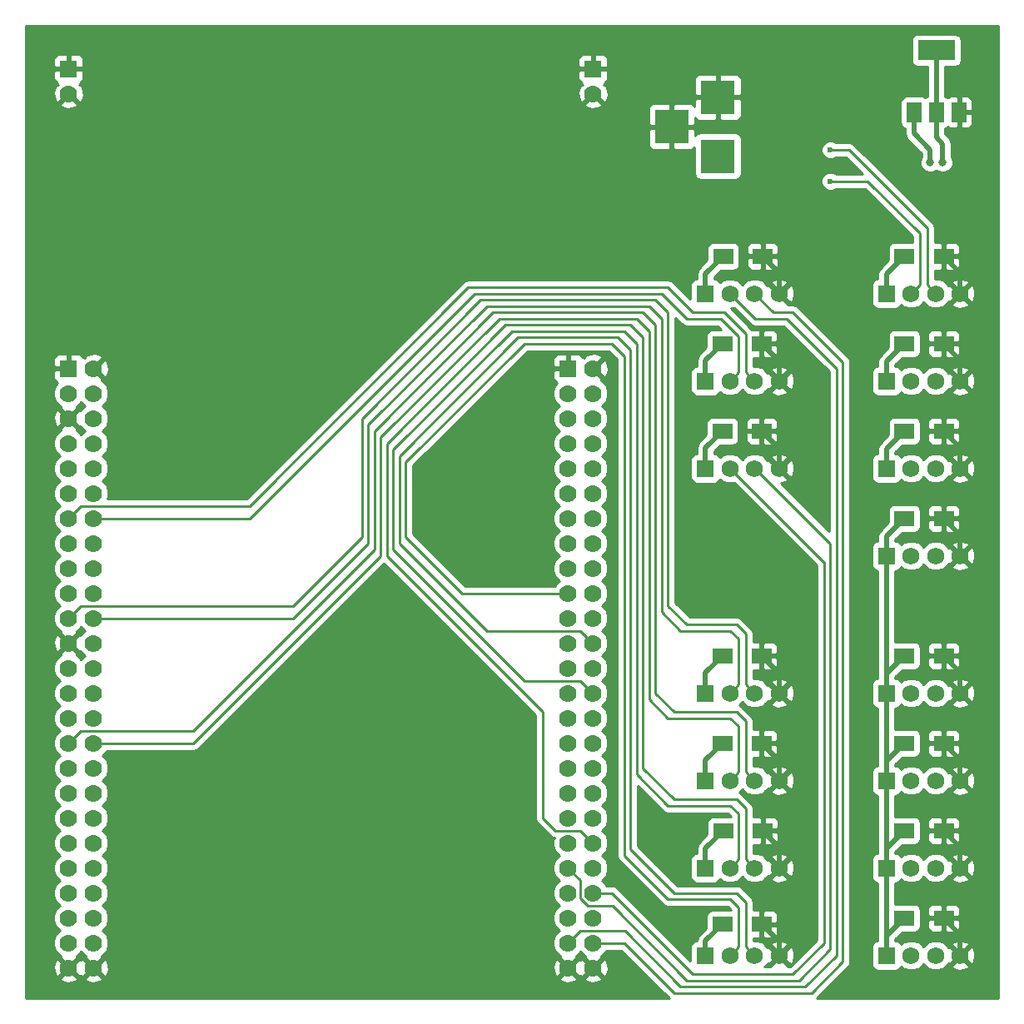
<source format=gbl>
G04 #@! TF.FileFunction,Copper,L2,Bot,Signal*
%FSLAX46Y46*%
G04 Gerber Fmt 4.6, Leading zero omitted, Abs format (unit mm)*
G04 Created by KiCad (PCBNEW 4.0.7) date Tue Mar  6 11:31:25 2018*
%MOMM*%
%LPD*%
G01*
G04 APERTURE LIST*
%ADD10C,0.150000*%
%ADD11R,3.500000X3.500000*%
%ADD12R,2.000000X1.600000*%
%ADD13R,1.750000X1.750000*%
%ADD14C,1.750000*%
%ADD15R,1.778000X1.778000*%
%ADD16C,1.778000*%
%ADD17R,3.800000X2.000000*%
%ADD18R,1.500000X2.000000*%
%ADD19C,0.800000*%
%ADD20C,0.600000*%
%ADD21C,0.500000*%
%ADD22C,0.250000*%
%ADD23C,0.254000*%
G04 APERTURE END LIST*
D10*
D11*
X71120000Y86360000D03*
X71120000Y92360000D03*
X66420000Y89360000D03*
D12*
X90075000Y76200000D03*
X94075000Y76200000D03*
X90075000Y26670000D03*
X94075000Y26670000D03*
X90075000Y35560000D03*
X94075000Y35560000D03*
X90075000Y49530000D03*
X94075000Y49530000D03*
X90075000Y58420000D03*
X94075000Y58420000D03*
X90075000Y67310000D03*
X94075000Y67310000D03*
X71660000Y76200000D03*
X75660000Y76200000D03*
X71565000Y67310000D03*
X75565000Y67310000D03*
X71565000Y58420000D03*
X75565000Y58420000D03*
X90075000Y8890000D03*
X94075000Y8890000D03*
X90075000Y17780000D03*
X94075000Y17780000D03*
D13*
X88265000Y5080000D03*
D14*
X90765000Y5080000D03*
X93265000Y5080000D03*
X95765000Y5080000D03*
D13*
X88265000Y13970000D03*
D14*
X90765000Y13970000D03*
X93265000Y13970000D03*
X95765000Y13970000D03*
D13*
X88265000Y22860000D03*
D14*
X90765000Y22860000D03*
X93265000Y22860000D03*
X95765000Y22860000D03*
D13*
X88265000Y31750000D03*
D14*
X90765000Y31750000D03*
X93265000Y31750000D03*
X95765000Y31750000D03*
D13*
X69850000Y54610000D03*
D14*
X72350000Y54610000D03*
X74850000Y54610000D03*
X77350000Y54610000D03*
D13*
X69850000Y63500000D03*
D14*
X72350000Y63500000D03*
X74850000Y63500000D03*
X77350000Y63500000D03*
D13*
X69850000Y72390000D03*
D14*
X72350000Y72390000D03*
X74850000Y72390000D03*
X77350000Y72390000D03*
D13*
X69850000Y5080000D03*
D14*
X72350000Y5080000D03*
X74850000Y5080000D03*
X77350000Y5080000D03*
D13*
X69850000Y13970000D03*
D14*
X72350000Y13970000D03*
X74850000Y13970000D03*
X77350000Y13970000D03*
D13*
X69850000Y22860000D03*
D14*
X72350000Y22860000D03*
X74850000Y22860000D03*
X77350000Y22860000D03*
D13*
X69850000Y31750000D03*
D14*
X72350000Y31750000D03*
X74850000Y31750000D03*
X77350000Y31750000D03*
D13*
X88265000Y72390000D03*
D14*
X90765000Y72390000D03*
X93265000Y72390000D03*
X95765000Y72390000D03*
D13*
X88265000Y63500000D03*
D14*
X90765000Y63500000D03*
X93265000Y63500000D03*
X95765000Y63500000D03*
D13*
X88265000Y54610000D03*
D14*
X90765000Y54610000D03*
X93265000Y54610000D03*
X95765000Y54610000D03*
D13*
X88265000Y45720000D03*
D14*
X90765000Y45720000D03*
X93265000Y45720000D03*
X95765000Y45720000D03*
D12*
X71565000Y35560000D03*
X75565000Y35560000D03*
X71565000Y26670000D03*
X75565000Y26670000D03*
X71660000Y17780000D03*
X75660000Y17780000D03*
X71565000Y8255000D03*
X75565000Y8255000D03*
D15*
X5080000Y64770000D03*
D16*
X5080000Y62230000D03*
X5080000Y59690000D03*
X5080000Y57150000D03*
X5080000Y54610000D03*
X5080000Y52070000D03*
X5080000Y49530000D03*
X5080000Y46990000D03*
X5080000Y44450000D03*
X5080000Y41910000D03*
X5080000Y39370000D03*
X5080000Y36830000D03*
X5080000Y34290000D03*
X5080000Y31750000D03*
X5080000Y29210000D03*
X5080000Y26670000D03*
X5080000Y24130000D03*
X5080000Y21590000D03*
X5080000Y19050000D03*
X5080000Y16510000D03*
X5080000Y13970000D03*
X5080000Y11430000D03*
X5080000Y8890000D03*
X5080000Y6350000D03*
X5080000Y3810000D03*
X7620000Y64770000D03*
X7620000Y62230000D03*
X7620000Y59690000D03*
X7620000Y57150000D03*
X7620000Y54610000D03*
X7620000Y52070000D03*
X7620000Y49530000D03*
X7620000Y46990000D03*
X7620000Y44450000D03*
X7620000Y41910000D03*
X7620000Y39370000D03*
X7620000Y36830000D03*
X7620000Y34290000D03*
X7620000Y31750000D03*
X7620000Y29210000D03*
X7620000Y26670000D03*
X7620000Y24130000D03*
X7620000Y21590000D03*
X7620000Y19050000D03*
X7620000Y16510000D03*
X7620000Y13970000D03*
X7620000Y11430000D03*
X7620000Y8890000D03*
X7620000Y6350000D03*
X7620000Y3810000D03*
D15*
X55880000Y64770000D03*
D16*
X55880000Y62230000D03*
X55880000Y59690000D03*
X55880000Y57150000D03*
X55880000Y54610000D03*
X55880000Y52070000D03*
X55880000Y49530000D03*
X55880000Y46990000D03*
X55880000Y44450000D03*
X55880000Y41910000D03*
X55880000Y39370000D03*
X55880000Y36830000D03*
X55880000Y34290000D03*
X55880000Y31750000D03*
X55880000Y29210000D03*
X55880000Y26670000D03*
X55880000Y24130000D03*
X55880000Y21590000D03*
X55880000Y19050000D03*
X55880000Y16510000D03*
X55880000Y13970000D03*
X55880000Y11430000D03*
X55880000Y8890000D03*
X55880000Y6350000D03*
X55880000Y3810000D03*
X58420000Y64770000D03*
X58420000Y62230000D03*
X58420000Y59690000D03*
X58420000Y57150000D03*
X58420000Y54610000D03*
X58420000Y52070000D03*
X58420000Y49530000D03*
X58420000Y46990000D03*
X58420000Y44450000D03*
X58420000Y41910000D03*
X58420000Y39370000D03*
X58420000Y36830000D03*
X58420000Y34290000D03*
X58420000Y31750000D03*
X58420000Y29210000D03*
X58420000Y26670000D03*
X58420000Y24130000D03*
X58420000Y21590000D03*
X58420000Y19050000D03*
X58420000Y16510000D03*
X58420000Y13970000D03*
X58420000Y11430000D03*
X58420000Y8890000D03*
X58420000Y6350000D03*
X58420000Y3810000D03*
D15*
X5080000Y95250000D03*
D16*
X5080000Y92710000D03*
D15*
X58420000Y95250000D03*
D16*
X58420000Y92710000D03*
D17*
X93345000Y97130000D03*
D18*
X93345000Y90830000D03*
X91045000Y90830000D03*
X95645000Y90830000D03*
D19*
X92710000Y85725000D03*
X93980000Y85725000D03*
D20*
X82550000Y83820000D03*
X82550000Y86995000D03*
D21*
X91045000Y88660000D02*
X92710000Y86995000D01*
X92710000Y86995000D02*
X92710000Y85725000D01*
X91045000Y90830000D02*
X91045000Y88660000D01*
X91045000Y90580000D02*
X91045000Y90830000D01*
X95765000Y31750000D02*
X95765000Y33870000D01*
X95765000Y33870000D02*
X94075000Y35560000D01*
X95765000Y22860000D02*
X95765000Y24980000D01*
X95765000Y24980000D02*
X94075000Y26670000D01*
X95765000Y13970000D02*
X95765000Y16090000D01*
X95765000Y16090000D02*
X94075000Y17780000D01*
X95765000Y5080000D02*
X95765000Y7200000D01*
X95765000Y7200000D02*
X94075000Y8890000D01*
X77350000Y5080000D02*
X77350000Y6470000D01*
X77350000Y6470000D02*
X75565000Y8255000D01*
X77350000Y13970000D02*
X77350000Y16090000D01*
X77350000Y16090000D02*
X75660000Y17780000D01*
X77350000Y22860000D02*
X77350000Y24885000D01*
X77350000Y24885000D02*
X75565000Y26670000D01*
X77350000Y31750000D02*
X77350000Y33775000D01*
X77350000Y33775000D02*
X75565000Y35560000D01*
X95765000Y45720000D02*
X95765000Y47840000D01*
X95765000Y47840000D02*
X94075000Y49530000D01*
X95765000Y54610000D02*
X95765000Y56730000D01*
X95765000Y56730000D02*
X94075000Y58420000D01*
X95765000Y63500000D02*
X95765000Y65620000D01*
X95765000Y65620000D02*
X94075000Y67310000D01*
X95765000Y72390000D02*
X95765000Y74510000D01*
X95765000Y74510000D02*
X94075000Y76200000D01*
X77350000Y54610000D02*
X77350000Y56635000D01*
X77350000Y56635000D02*
X75565000Y58420000D01*
X77350000Y63500000D02*
X77350000Y65525000D01*
X77350000Y65525000D02*
X75565000Y67310000D01*
X77350000Y72390000D02*
X77350000Y74510000D01*
X77350000Y74510000D02*
X75660000Y76200000D01*
X93345000Y90830000D02*
X93345000Y97130000D01*
X93345000Y90830000D02*
X93345000Y88265000D01*
X93345000Y88265000D02*
X93980000Y87630000D01*
X93980000Y87630000D02*
X93980000Y85725000D01*
X88265000Y31750000D02*
X88265000Y45720000D01*
X88265000Y22860000D02*
X88265000Y31750000D01*
X88265000Y13970000D02*
X88265000Y22860000D01*
X88265000Y5080000D02*
X88265000Y13970000D01*
X88265000Y31750000D02*
X88265000Y33750000D01*
X88265000Y33750000D02*
X90075000Y35560000D01*
X88265000Y22860000D02*
X88265000Y24860000D01*
X88265000Y24860000D02*
X90075000Y26670000D01*
X88265000Y13970000D02*
X88265000Y15970000D01*
X88265000Y15970000D02*
X90075000Y17780000D01*
X88265000Y5080000D02*
X88265000Y7080000D01*
X88265000Y7080000D02*
X90075000Y8890000D01*
X69850000Y5080000D02*
X69850000Y6540000D01*
X69850000Y6540000D02*
X71565000Y8255000D01*
X69850000Y13970000D02*
X69850000Y15970000D01*
X69850000Y15970000D02*
X71660000Y17780000D01*
X69850000Y22860000D02*
X69850000Y24955000D01*
X69850000Y24955000D02*
X71565000Y26670000D01*
X69850000Y31750000D02*
X69850000Y33845000D01*
X69850000Y33845000D02*
X71565000Y35560000D01*
X88265000Y45720000D02*
X88265000Y47720000D01*
X88265000Y47720000D02*
X90075000Y49530000D01*
X88265000Y54610000D02*
X88265000Y56610000D01*
X88265000Y56610000D02*
X90075000Y58420000D01*
X88265000Y63500000D02*
X88265000Y65500000D01*
X88265000Y65500000D02*
X90075000Y67310000D01*
X88265000Y72390000D02*
X88265000Y74390000D01*
X88265000Y74390000D02*
X90075000Y76200000D01*
X69850000Y54610000D02*
X69850000Y56705000D01*
X69850000Y56705000D02*
X71565000Y58420000D01*
X69850000Y63500000D02*
X69850000Y65595000D01*
X69850000Y65595000D02*
X71565000Y67310000D01*
X69850000Y72390000D02*
X69850000Y74390000D01*
X69850000Y74390000D02*
X71660000Y76200000D01*
D22*
X81915000Y45085000D02*
X81875000Y45085000D01*
X81875000Y45085000D02*
X72350000Y54610000D01*
X58420000Y11430000D02*
X60325000Y11430000D01*
X60325000Y11430000D02*
X68580000Y3175000D01*
X68580000Y3175000D02*
X78740000Y3175000D01*
X78740000Y3175000D02*
X81915000Y6350000D01*
X81915000Y6350000D02*
X81915000Y45085000D01*
X74850000Y54610000D02*
X74930000Y54610000D01*
X74930000Y54610000D02*
X82550000Y46990000D01*
X82550000Y46990000D02*
X82550000Y5715000D01*
X82550000Y5715000D02*
X79375000Y2540000D01*
X60380999Y10104001D02*
X67945000Y2540000D01*
X67945000Y2540000D02*
X79375000Y2540000D01*
X57094001Y10850999D02*
X57840999Y10104001D01*
X57840999Y10104001D02*
X60380999Y10104001D01*
X55880000Y13970000D02*
X57094001Y12755999D01*
X57094001Y12755999D02*
X57094001Y10850999D01*
X67945000Y69850000D02*
X71410002Y69850000D01*
X65405000Y72390000D02*
X67945000Y69850000D01*
X46355000Y72390000D02*
X65405000Y72390000D01*
X72350000Y63500000D02*
X73224999Y64374999D01*
X73224999Y64374999D02*
X73224999Y68035003D01*
X73224999Y68035003D02*
X71410002Y69850000D01*
X46355000Y72390000D02*
X23495000Y49530000D01*
X23495000Y49530000D02*
X7620000Y49530000D01*
X66040000Y73025000D02*
X45720000Y73025000D01*
X68580000Y70485000D02*
X66040000Y73025000D01*
X71755000Y70485000D02*
X68580000Y70485000D01*
X23495000Y50800000D02*
X6350000Y50800000D01*
X6350000Y50800000D02*
X5080000Y49530000D01*
X45720000Y73025000D02*
X23495000Y50800000D01*
X73975001Y68264999D02*
X71755000Y70485000D01*
X74850000Y63500000D02*
X73975001Y64374999D01*
X73975001Y64374999D02*
X73975001Y68264999D01*
X83185000Y5080000D02*
X83185000Y64770000D01*
X72350000Y72390000D02*
X74890000Y69850000D01*
X74890000Y69850000D02*
X78105000Y69850000D01*
X78105000Y69850000D02*
X83185000Y64770000D01*
X80010000Y1905000D02*
X83185000Y5080000D01*
X55880000Y6350000D02*
X57094001Y7564001D01*
X57094001Y7564001D02*
X61650999Y7564001D01*
X61650999Y7564001D02*
X67310000Y1905000D01*
X67310000Y1905000D02*
X80010000Y1905000D01*
X78740000Y70485000D02*
X83820000Y65405000D01*
X83820000Y65405000D02*
X83820000Y4445000D01*
X83820000Y4445000D02*
X80645000Y1270000D01*
X76755000Y70485000D02*
X78740000Y70485000D01*
X74850000Y72390000D02*
X76755000Y70485000D01*
X66675000Y1270000D02*
X61595000Y6350000D01*
X61595000Y6350000D02*
X58420000Y6350000D01*
X80645000Y1270000D02*
X66675000Y1270000D01*
X61595000Y66040000D02*
X61595000Y15240000D01*
X60325000Y67310000D02*
X61595000Y66040000D01*
X51435000Y67310000D02*
X60325000Y67310000D01*
X72350000Y5080000D02*
X73224999Y5954999D01*
X73224999Y9960001D02*
X72390000Y10795000D01*
X66040000Y10795000D02*
X72390000Y10795000D01*
X73224999Y5954999D02*
X73224999Y9960001D01*
X61595000Y15240000D02*
X66040000Y10795000D01*
X39370000Y55245000D02*
X51435000Y67310000D01*
X39370000Y55245000D02*
X39370000Y47625000D01*
X39370000Y47625000D02*
X45085000Y41910000D01*
X45085000Y41910000D02*
X55880000Y41910000D01*
X74850000Y5080000D02*
X73975001Y5954999D01*
X57150000Y38100000D02*
X58420000Y36830000D01*
X73975001Y5954999D02*
X73975001Y10479999D01*
X73975001Y10479999D02*
X73025000Y11430000D01*
X60960000Y67945000D02*
X50800000Y67945000D01*
X73025000Y11430000D02*
X66675000Y11430000D01*
X66675000Y11430000D02*
X62230000Y15875000D01*
X62230000Y15875000D02*
X62230000Y66675000D01*
X50800000Y67945000D02*
X38735000Y55880000D01*
X62230000Y66675000D02*
X60960000Y67945000D01*
X38735000Y55880000D02*
X38735000Y46990000D01*
X38735000Y46990000D02*
X47625000Y38100000D01*
X47625000Y38100000D02*
X57150000Y38100000D01*
X72350000Y13970000D02*
X73224999Y14844999D01*
X73224999Y14844999D02*
X73224999Y19485001D01*
X73224999Y19485001D02*
X72390000Y20320000D01*
X72390000Y20320000D02*
X66040000Y20320000D01*
X66040000Y20320000D02*
X62865000Y23495000D01*
X38100000Y46355000D02*
X51435000Y33020000D01*
X62865000Y23495000D02*
X62865000Y67310000D01*
X62865000Y67310000D02*
X61595000Y68580000D01*
X61595000Y68580000D02*
X50165000Y68580000D01*
X50165000Y68580000D02*
X38100000Y56515000D01*
X38100000Y56515000D02*
X38100000Y46355000D01*
X51435000Y33020000D02*
X57150000Y33020000D01*
X57150000Y33020000D02*
X58420000Y31750000D01*
X74850000Y13970000D02*
X73975001Y14844999D01*
X73975001Y14844999D02*
X73975001Y20004999D01*
X62230000Y69215000D02*
X49530000Y69215000D01*
X53340000Y29845000D02*
X53340000Y19050000D01*
X73975001Y20004999D02*
X73025000Y20955000D01*
X49530000Y69215000D02*
X37465000Y57150000D01*
X54610000Y17780000D02*
X57150000Y17780000D01*
X73025000Y20955000D02*
X66675000Y20955000D01*
X63500000Y24130000D02*
X63500000Y67945000D01*
X66675000Y20955000D02*
X63500000Y24130000D01*
X53340000Y19050000D02*
X54610000Y17780000D01*
X63500000Y67945000D02*
X62230000Y69215000D01*
X37465000Y57150000D02*
X37465000Y45720000D01*
X37465000Y45720000D02*
X53340000Y29845000D01*
X57150000Y17780000D02*
X58420000Y16510000D01*
X72350000Y22860000D02*
X73224999Y23734999D01*
X73224999Y23734999D02*
X73224999Y28375001D01*
X73224999Y28375001D02*
X72390000Y29210000D01*
X62865000Y69850000D02*
X48895000Y69850000D01*
X72390000Y29210000D02*
X66040000Y29210000D01*
X36830000Y57785000D02*
X36830000Y45720000D01*
X66040000Y29210000D02*
X64135000Y31115000D01*
X64135000Y31115000D02*
X64135000Y68580000D01*
X36830000Y45720000D02*
X17780000Y26670000D01*
X64135000Y68580000D02*
X62865000Y69850000D01*
X48895000Y69850000D02*
X36830000Y57785000D01*
X17780000Y26670000D02*
X7620000Y26670000D01*
X74850000Y22860000D02*
X73975001Y23734999D01*
X73975001Y23734999D02*
X73975001Y28894999D01*
X73975001Y28894999D02*
X73025000Y29845000D01*
X64770000Y69215000D02*
X63500000Y70485000D01*
X73025000Y29845000D02*
X66675000Y29845000D01*
X66675000Y29845000D02*
X64770000Y31750000D01*
X64770000Y31750000D02*
X64770000Y69215000D01*
X63500000Y70485000D02*
X48260000Y70485000D01*
X48260000Y70485000D02*
X36195000Y58420000D01*
X36195000Y58420000D02*
X36195000Y46355000D01*
X36195000Y46355000D02*
X17724001Y27884001D01*
X17724001Y27884001D02*
X6294001Y27884001D01*
X6294001Y27884001D02*
X5080000Y26670000D01*
X72350000Y31750000D02*
X73224999Y32624999D01*
X73224999Y32624999D02*
X73224999Y37265001D01*
X67310000Y38100000D02*
X65405000Y40005000D01*
X73224999Y37265001D02*
X72390000Y38100000D01*
X72390000Y38100000D02*
X67310000Y38100000D01*
X65405000Y69850000D02*
X64135000Y71120000D01*
X65405000Y40005000D02*
X65405000Y69850000D01*
X64135000Y71120000D02*
X47625000Y71120000D01*
X27940000Y39370000D02*
X7620000Y39370000D01*
X47625000Y71120000D02*
X35560000Y59055000D01*
X35560000Y59055000D02*
X35560000Y46990000D01*
X35560000Y46990000D02*
X27940000Y39370000D01*
X74850000Y31750000D02*
X73975001Y32624999D01*
X73975001Y32624999D02*
X73975001Y37784999D01*
X34925000Y59690000D02*
X34925000Y47625000D01*
X73975001Y37784999D02*
X73025000Y38735000D01*
X27884001Y40584001D02*
X6294001Y40584001D01*
X73025000Y38735000D02*
X67945000Y38735000D01*
X67945000Y38735000D02*
X66040000Y40640000D01*
X66040000Y40640000D02*
X66040000Y70485000D01*
X66040000Y70485000D02*
X64770000Y71755000D01*
X46990000Y71755000D02*
X34925000Y59690000D01*
X64770000Y71755000D02*
X46990000Y71755000D01*
X34925000Y47625000D02*
X27884001Y40584001D01*
X6294001Y40584001D02*
X5080000Y39370000D01*
X82550000Y83820000D02*
X86360000Y83820000D01*
X91639999Y73264999D02*
X91639999Y78540001D01*
X90765000Y72390000D02*
X91639999Y73264999D01*
X91639999Y78540001D02*
X86360000Y83820000D01*
X93265000Y72390000D02*
X92390001Y73264999D01*
X92390001Y73264999D02*
X92390001Y79059999D01*
X92390001Y79059999D02*
X84455000Y86995000D01*
X84455000Y86995000D02*
X82550000Y86995000D01*
D23*
G36*
X99620000Y710000D02*
X81148579Y710000D01*
X81182401Y732599D01*
X84357401Y3907599D01*
X84522148Y4154161D01*
X84580000Y4445000D01*
X84580000Y46595000D01*
X86742560Y46595000D01*
X86742560Y44845000D01*
X86786838Y44609683D01*
X86925910Y44393559D01*
X87138110Y44248569D01*
X87380000Y44199585D01*
X87380000Y33750005D01*
X87379999Y33750000D01*
X87380000Y33749995D01*
X87380000Y33270558D01*
X87154683Y33228162D01*
X86938559Y33089090D01*
X86793569Y32876890D01*
X86742560Y32625000D01*
X86742560Y30875000D01*
X86786838Y30639683D01*
X86925910Y30423559D01*
X87138110Y30278569D01*
X87380000Y30229585D01*
X87380000Y24860005D01*
X87379999Y24860000D01*
X87380000Y24859995D01*
X87380000Y24380558D01*
X87154683Y24338162D01*
X86938559Y24199090D01*
X86793569Y23986890D01*
X86742560Y23735000D01*
X86742560Y21985000D01*
X86786838Y21749683D01*
X86925910Y21533559D01*
X87138110Y21388569D01*
X87380000Y21339585D01*
X87380000Y15970005D01*
X87379999Y15970000D01*
X87380000Y15969995D01*
X87380000Y15490558D01*
X87154683Y15448162D01*
X86938559Y15309090D01*
X86793569Y15096890D01*
X86742560Y14845000D01*
X86742560Y13095000D01*
X86786838Y12859683D01*
X86925910Y12643559D01*
X87138110Y12498569D01*
X87380000Y12449585D01*
X87380000Y7080005D01*
X87379999Y7080000D01*
X87380000Y7079995D01*
X87380000Y6600558D01*
X87154683Y6558162D01*
X86938559Y6419090D01*
X86793569Y6206890D01*
X86742560Y5955000D01*
X86742560Y4205000D01*
X86786838Y3969683D01*
X86925910Y3753559D01*
X87138110Y3608569D01*
X87390000Y3557560D01*
X89140000Y3557560D01*
X89375317Y3601838D01*
X89591441Y3740910D01*
X89736431Y3953110D01*
X89739786Y3969676D01*
X89908537Y3800630D01*
X90463325Y3570262D01*
X91064040Y3569738D01*
X91619229Y3799138D01*
X92015318Y4194536D01*
X92408537Y3800630D01*
X92963325Y3570262D01*
X93564040Y3569738D01*
X94119229Y3799138D01*
X94338413Y4017940D01*
X94882545Y4017940D01*
X94965884Y3764047D01*
X95530306Y3558410D01*
X96130458Y3584421D01*
X96564116Y3764047D01*
X96647455Y4017940D01*
X95765000Y4900395D01*
X94882545Y4017940D01*
X94338413Y4017940D01*
X94544370Y4223537D01*
X94553892Y4246469D01*
X94702940Y4197545D01*
X95585395Y5080000D01*
X95944605Y5080000D01*
X96827060Y4197545D01*
X97080953Y4280884D01*
X97286590Y4845306D01*
X97260579Y5445458D01*
X97080953Y5879116D01*
X96827060Y5962455D01*
X95944605Y5080000D01*
X95585395Y5080000D01*
X94702940Y5962455D01*
X94554352Y5913682D01*
X94545862Y5934229D01*
X94338394Y6142060D01*
X94882545Y6142060D01*
X95765000Y5259605D01*
X96647455Y6142060D01*
X96564116Y6395953D01*
X95999694Y6601590D01*
X95399542Y6575579D01*
X94965884Y6395953D01*
X94882545Y6142060D01*
X94338394Y6142060D01*
X94121463Y6359370D01*
X93566675Y6589738D01*
X92965960Y6590262D01*
X92410771Y6360862D01*
X92014682Y5965464D01*
X91621463Y6359370D01*
X91066675Y6589738D01*
X90465960Y6590262D01*
X89910771Y6360862D01*
X89741897Y6192283D01*
X89604090Y6406441D01*
X89391890Y6551431D01*
X89150000Y6600415D01*
X89150000Y6713420D01*
X89879139Y7442560D01*
X91075000Y7442560D01*
X91310317Y7486838D01*
X91526441Y7625910D01*
X91671431Y7838110D01*
X91722440Y8090000D01*
X91722440Y8604250D01*
X92440000Y8604250D01*
X92440000Y7963690D01*
X92536673Y7730301D01*
X92715302Y7551673D01*
X92948691Y7455000D01*
X93789250Y7455000D01*
X93948000Y7613750D01*
X93948000Y8763000D01*
X94202000Y8763000D01*
X94202000Y7613750D01*
X94360750Y7455000D01*
X95201309Y7455000D01*
X95434698Y7551673D01*
X95613327Y7730301D01*
X95710000Y7963690D01*
X95710000Y8604250D01*
X95551250Y8763000D01*
X94202000Y8763000D01*
X93948000Y8763000D01*
X92598750Y8763000D01*
X92440000Y8604250D01*
X91722440Y8604250D01*
X91722440Y9690000D01*
X91698674Y9816310D01*
X92440000Y9816310D01*
X92440000Y9175750D01*
X92598750Y9017000D01*
X93948000Y9017000D01*
X93948000Y10166250D01*
X94202000Y10166250D01*
X94202000Y9017000D01*
X95551250Y9017000D01*
X95710000Y9175750D01*
X95710000Y9816310D01*
X95613327Y10049699D01*
X95434698Y10228327D01*
X95201309Y10325000D01*
X94360750Y10325000D01*
X94202000Y10166250D01*
X93948000Y10166250D01*
X93789250Y10325000D01*
X92948691Y10325000D01*
X92715302Y10228327D01*
X92536673Y10049699D01*
X92440000Y9816310D01*
X91698674Y9816310D01*
X91678162Y9925317D01*
X91539090Y10141441D01*
X91326890Y10286431D01*
X91075000Y10337440D01*
X89150000Y10337440D01*
X89150000Y12449442D01*
X89375317Y12491838D01*
X89591441Y12630910D01*
X89736431Y12843110D01*
X89739786Y12859676D01*
X89908537Y12690630D01*
X90463325Y12460262D01*
X91064040Y12459738D01*
X91619229Y12689138D01*
X92015318Y13084536D01*
X92408537Y12690630D01*
X92963325Y12460262D01*
X93564040Y12459738D01*
X94119229Y12689138D01*
X94338413Y12907940D01*
X94882545Y12907940D01*
X94965884Y12654047D01*
X95530306Y12448410D01*
X96130458Y12474421D01*
X96564116Y12654047D01*
X96647455Y12907940D01*
X95765000Y13790395D01*
X94882545Y12907940D01*
X94338413Y12907940D01*
X94544370Y13113537D01*
X94553892Y13136469D01*
X94702940Y13087545D01*
X95585395Y13970000D01*
X95944605Y13970000D01*
X96827060Y13087545D01*
X97080953Y13170884D01*
X97286590Y13735306D01*
X97260579Y14335458D01*
X97080953Y14769116D01*
X96827060Y14852455D01*
X95944605Y13970000D01*
X95585395Y13970000D01*
X94702940Y14852455D01*
X94554352Y14803682D01*
X94545862Y14824229D01*
X94338394Y15032060D01*
X94882545Y15032060D01*
X95765000Y14149605D01*
X96647455Y15032060D01*
X96564116Y15285953D01*
X95999694Y15491590D01*
X95399542Y15465579D01*
X94965884Y15285953D01*
X94882545Y15032060D01*
X94338394Y15032060D01*
X94121463Y15249370D01*
X93566675Y15479738D01*
X92965960Y15480262D01*
X92410771Y15250862D01*
X92014682Y14855464D01*
X91621463Y15249370D01*
X91066675Y15479738D01*
X90465960Y15480262D01*
X89910771Y15250862D01*
X89741897Y15082283D01*
X89604090Y15296441D01*
X89391890Y15441431D01*
X89150000Y15490415D01*
X89150000Y15603420D01*
X89879139Y16332560D01*
X91075000Y16332560D01*
X91310317Y16376838D01*
X91526441Y16515910D01*
X91671431Y16728110D01*
X91722440Y16980000D01*
X91722440Y17494250D01*
X92440000Y17494250D01*
X92440000Y16853690D01*
X92536673Y16620301D01*
X92715302Y16441673D01*
X92948691Y16345000D01*
X93789250Y16345000D01*
X93948000Y16503750D01*
X93948000Y17653000D01*
X94202000Y17653000D01*
X94202000Y16503750D01*
X94360750Y16345000D01*
X95201309Y16345000D01*
X95434698Y16441673D01*
X95613327Y16620301D01*
X95710000Y16853690D01*
X95710000Y17494250D01*
X95551250Y17653000D01*
X94202000Y17653000D01*
X93948000Y17653000D01*
X92598750Y17653000D01*
X92440000Y17494250D01*
X91722440Y17494250D01*
X91722440Y18580000D01*
X91698674Y18706310D01*
X92440000Y18706310D01*
X92440000Y18065750D01*
X92598750Y17907000D01*
X93948000Y17907000D01*
X93948000Y19056250D01*
X94202000Y19056250D01*
X94202000Y17907000D01*
X95551250Y17907000D01*
X95710000Y18065750D01*
X95710000Y18706310D01*
X95613327Y18939699D01*
X95434698Y19118327D01*
X95201309Y19215000D01*
X94360750Y19215000D01*
X94202000Y19056250D01*
X93948000Y19056250D01*
X93789250Y19215000D01*
X92948691Y19215000D01*
X92715302Y19118327D01*
X92536673Y18939699D01*
X92440000Y18706310D01*
X91698674Y18706310D01*
X91678162Y18815317D01*
X91539090Y19031441D01*
X91326890Y19176431D01*
X91075000Y19227440D01*
X89150000Y19227440D01*
X89150000Y21339442D01*
X89375317Y21381838D01*
X89591441Y21520910D01*
X89736431Y21733110D01*
X89739786Y21749676D01*
X89908537Y21580630D01*
X90463325Y21350262D01*
X91064040Y21349738D01*
X91619229Y21579138D01*
X92015318Y21974536D01*
X92408537Y21580630D01*
X92963325Y21350262D01*
X93564040Y21349738D01*
X94119229Y21579138D01*
X94338413Y21797940D01*
X94882545Y21797940D01*
X94965884Y21544047D01*
X95530306Y21338410D01*
X96130458Y21364421D01*
X96564116Y21544047D01*
X96647455Y21797940D01*
X95765000Y22680395D01*
X94882545Y21797940D01*
X94338413Y21797940D01*
X94544370Y22003537D01*
X94553892Y22026469D01*
X94702940Y21977545D01*
X95585395Y22860000D01*
X95944605Y22860000D01*
X96827060Y21977545D01*
X97080953Y22060884D01*
X97286590Y22625306D01*
X97260579Y23225458D01*
X97080953Y23659116D01*
X96827060Y23742455D01*
X95944605Y22860000D01*
X95585395Y22860000D01*
X94702940Y23742455D01*
X94554352Y23693682D01*
X94545862Y23714229D01*
X94338394Y23922060D01*
X94882545Y23922060D01*
X95765000Y23039605D01*
X96647455Y23922060D01*
X96564116Y24175953D01*
X95999694Y24381590D01*
X95399542Y24355579D01*
X94965884Y24175953D01*
X94882545Y23922060D01*
X94338394Y23922060D01*
X94121463Y24139370D01*
X93566675Y24369738D01*
X92965960Y24370262D01*
X92410771Y24140862D01*
X92014682Y23745464D01*
X91621463Y24139370D01*
X91066675Y24369738D01*
X90465960Y24370262D01*
X89910771Y24140862D01*
X89741897Y23972283D01*
X89604090Y24186441D01*
X89391890Y24331431D01*
X89150000Y24380415D01*
X89150000Y24493420D01*
X89879139Y25222560D01*
X91075000Y25222560D01*
X91310317Y25266838D01*
X91526441Y25405910D01*
X91671431Y25618110D01*
X91722440Y25870000D01*
X91722440Y26384250D01*
X92440000Y26384250D01*
X92440000Y25743690D01*
X92536673Y25510301D01*
X92715302Y25331673D01*
X92948691Y25235000D01*
X93789250Y25235000D01*
X93948000Y25393750D01*
X93948000Y26543000D01*
X94202000Y26543000D01*
X94202000Y25393750D01*
X94360750Y25235000D01*
X95201309Y25235000D01*
X95434698Y25331673D01*
X95613327Y25510301D01*
X95710000Y25743690D01*
X95710000Y26384250D01*
X95551250Y26543000D01*
X94202000Y26543000D01*
X93948000Y26543000D01*
X92598750Y26543000D01*
X92440000Y26384250D01*
X91722440Y26384250D01*
X91722440Y27470000D01*
X91698674Y27596310D01*
X92440000Y27596310D01*
X92440000Y26955750D01*
X92598750Y26797000D01*
X93948000Y26797000D01*
X93948000Y27946250D01*
X94202000Y27946250D01*
X94202000Y26797000D01*
X95551250Y26797000D01*
X95710000Y26955750D01*
X95710000Y27596310D01*
X95613327Y27829699D01*
X95434698Y28008327D01*
X95201309Y28105000D01*
X94360750Y28105000D01*
X94202000Y27946250D01*
X93948000Y27946250D01*
X93789250Y28105000D01*
X92948691Y28105000D01*
X92715302Y28008327D01*
X92536673Y27829699D01*
X92440000Y27596310D01*
X91698674Y27596310D01*
X91678162Y27705317D01*
X91539090Y27921441D01*
X91326890Y28066431D01*
X91075000Y28117440D01*
X89150000Y28117440D01*
X89150000Y30229442D01*
X89375317Y30271838D01*
X89591441Y30410910D01*
X89736431Y30623110D01*
X89739786Y30639676D01*
X89908537Y30470630D01*
X90463325Y30240262D01*
X91064040Y30239738D01*
X91619229Y30469138D01*
X92015318Y30864536D01*
X92408537Y30470630D01*
X92963325Y30240262D01*
X93564040Y30239738D01*
X94119229Y30469138D01*
X94338413Y30687940D01*
X94882545Y30687940D01*
X94965884Y30434047D01*
X95530306Y30228410D01*
X96130458Y30254421D01*
X96564116Y30434047D01*
X96647455Y30687940D01*
X95765000Y31570395D01*
X94882545Y30687940D01*
X94338413Y30687940D01*
X94544370Y30893537D01*
X94553892Y30916469D01*
X94702940Y30867545D01*
X95585395Y31750000D01*
X95944605Y31750000D01*
X96827060Y30867545D01*
X97080953Y30950884D01*
X97286590Y31515306D01*
X97260579Y32115458D01*
X97080953Y32549116D01*
X96827060Y32632455D01*
X95944605Y31750000D01*
X95585395Y31750000D01*
X94702940Y32632455D01*
X94554352Y32583682D01*
X94545862Y32604229D01*
X94338394Y32812060D01*
X94882545Y32812060D01*
X95765000Y31929605D01*
X96647455Y32812060D01*
X96564116Y33065953D01*
X95999694Y33271590D01*
X95399542Y33245579D01*
X94965884Y33065953D01*
X94882545Y32812060D01*
X94338394Y32812060D01*
X94121463Y33029370D01*
X93566675Y33259738D01*
X92965960Y33260262D01*
X92410771Y33030862D01*
X92014682Y32635464D01*
X91621463Y33029370D01*
X91066675Y33259738D01*
X90465960Y33260262D01*
X89910771Y33030862D01*
X89741897Y32862283D01*
X89604090Y33076441D01*
X89391890Y33221431D01*
X89150000Y33270415D01*
X89150000Y33383420D01*
X89879139Y34112560D01*
X91075000Y34112560D01*
X91310317Y34156838D01*
X91526441Y34295910D01*
X91671431Y34508110D01*
X91722440Y34760000D01*
X91722440Y35274250D01*
X92440000Y35274250D01*
X92440000Y34633690D01*
X92536673Y34400301D01*
X92715302Y34221673D01*
X92948691Y34125000D01*
X93789250Y34125000D01*
X93948000Y34283750D01*
X93948000Y35433000D01*
X94202000Y35433000D01*
X94202000Y34283750D01*
X94360750Y34125000D01*
X95201309Y34125000D01*
X95434698Y34221673D01*
X95613327Y34400301D01*
X95710000Y34633690D01*
X95710000Y35274250D01*
X95551250Y35433000D01*
X94202000Y35433000D01*
X93948000Y35433000D01*
X92598750Y35433000D01*
X92440000Y35274250D01*
X91722440Y35274250D01*
X91722440Y36360000D01*
X91698674Y36486310D01*
X92440000Y36486310D01*
X92440000Y35845750D01*
X92598750Y35687000D01*
X93948000Y35687000D01*
X93948000Y36836250D01*
X94202000Y36836250D01*
X94202000Y35687000D01*
X95551250Y35687000D01*
X95710000Y35845750D01*
X95710000Y36486310D01*
X95613327Y36719699D01*
X95434698Y36898327D01*
X95201309Y36995000D01*
X94360750Y36995000D01*
X94202000Y36836250D01*
X93948000Y36836250D01*
X93789250Y36995000D01*
X92948691Y36995000D01*
X92715302Y36898327D01*
X92536673Y36719699D01*
X92440000Y36486310D01*
X91698674Y36486310D01*
X91678162Y36595317D01*
X91539090Y36811441D01*
X91326890Y36956431D01*
X91075000Y37007440D01*
X89150000Y37007440D01*
X89150000Y44199442D01*
X89375317Y44241838D01*
X89591441Y44380910D01*
X89736431Y44593110D01*
X89739786Y44609676D01*
X89908537Y44440630D01*
X90463325Y44210262D01*
X91064040Y44209738D01*
X91619229Y44439138D01*
X92015318Y44834536D01*
X92408537Y44440630D01*
X92963325Y44210262D01*
X93564040Y44209738D01*
X94119229Y44439138D01*
X94338413Y44657940D01*
X94882545Y44657940D01*
X94965884Y44404047D01*
X95530306Y44198410D01*
X96130458Y44224421D01*
X96564116Y44404047D01*
X96647455Y44657940D01*
X95765000Y45540395D01*
X94882545Y44657940D01*
X94338413Y44657940D01*
X94544370Y44863537D01*
X94553892Y44886469D01*
X94702940Y44837545D01*
X95585395Y45720000D01*
X95944605Y45720000D01*
X96827060Y44837545D01*
X97080953Y44920884D01*
X97286590Y45485306D01*
X97260579Y46085458D01*
X97080953Y46519116D01*
X96827060Y46602455D01*
X95944605Y45720000D01*
X95585395Y45720000D01*
X94702940Y46602455D01*
X94554352Y46553682D01*
X94545862Y46574229D01*
X94338394Y46782060D01*
X94882545Y46782060D01*
X95765000Y45899605D01*
X96647455Y46782060D01*
X96564116Y47035953D01*
X95999694Y47241590D01*
X95399542Y47215579D01*
X94965884Y47035953D01*
X94882545Y46782060D01*
X94338394Y46782060D01*
X94121463Y46999370D01*
X93566675Y47229738D01*
X92965960Y47230262D01*
X92410771Y47000862D01*
X92014682Y46605464D01*
X91621463Y46999370D01*
X91066675Y47229738D01*
X90465960Y47230262D01*
X89910771Y47000862D01*
X89741897Y46832283D01*
X89604090Y47046441D01*
X89391890Y47191431D01*
X89150000Y47240415D01*
X89150000Y47353420D01*
X89879139Y48082560D01*
X91075000Y48082560D01*
X91310317Y48126838D01*
X91526441Y48265910D01*
X91671431Y48478110D01*
X91722440Y48730000D01*
X91722440Y49244250D01*
X92440000Y49244250D01*
X92440000Y48603690D01*
X92536673Y48370301D01*
X92715302Y48191673D01*
X92948691Y48095000D01*
X93789250Y48095000D01*
X93948000Y48253750D01*
X93948000Y49403000D01*
X94202000Y49403000D01*
X94202000Y48253750D01*
X94360750Y48095000D01*
X95201309Y48095000D01*
X95434698Y48191673D01*
X95613327Y48370301D01*
X95710000Y48603690D01*
X95710000Y49244250D01*
X95551250Y49403000D01*
X94202000Y49403000D01*
X93948000Y49403000D01*
X92598750Y49403000D01*
X92440000Y49244250D01*
X91722440Y49244250D01*
X91722440Y50330000D01*
X91698674Y50456310D01*
X92440000Y50456310D01*
X92440000Y49815750D01*
X92598750Y49657000D01*
X93948000Y49657000D01*
X93948000Y50806250D01*
X94202000Y50806250D01*
X94202000Y49657000D01*
X95551250Y49657000D01*
X95710000Y49815750D01*
X95710000Y50456310D01*
X95613327Y50689699D01*
X95434698Y50868327D01*
X95201309Y50965000D01*
X94360750Y50965000D01*
X94202000Y50806250D01*
X93948000Y50806250D01*
X93789250Y50965000D01*
X92948691Y50965000D01*
X92715302Y50868327D01*
X92536673Y50689699D01*
X92440000Y50456310D01*
X91698674Y50456310D01*
X91678162Y50565317D01*
X91539090Y50781441D01*
X91326890Y50926431D01*
X91075000Y50977440D01*
X89075000Y50977440D01*
X88839683Y50933162D01*
X88623559Y50794090D01*
X88478569Y50581890D01*
X88427560Y50330000D01*
X88427560Y49134140D01*
X87639210Y48345790D01*
X87447367Y48058675D01*
X87447367Y48058674D01*
X87379999Y47720000D01*
X87380000Y47719995D01*
X87380000Y47240558D01*
X87154683Y47198162D01*
X86938559Y47059090D01*
X86793569Y46846890D01*
X86742560Y46595000D01*
X84580000Y46595000D01*
X84580000Y55485000D01*
X86742560Y55485000D01*
X86742560Y53735000D01*
X86786838Y53499683D01*
X86925910Y53283559D01*
X87138110Y53138569D01*
X87390000Y53087560D01*
X89140000Y53087560D01*
X89375317Y53131838D01*
X89591441Y53270910D01*
X89736431Y53483110D01*
X89739786Y53499676D01*
X89908537Y53330630D01*
X90463325Y53100262D01*
X91064040Y53099738D01*
X91619229Y53329138D01*
X92015318Y53724536D01*
X92408537Y53330630D01*
X92963325Y53100262D01*
X93564040Y53099738D01*
X94119229Y53329138D01*
X94338413Y53547940D01*
X94882545Y53547940D01*
X94965884Y53294047D01*
X95530306Y53088410D01*
X96130458Y53114421D01*
X96564116Y53294047D01*
X96647455Y53547940D01*
X95765000Y54430395D01*
X94882545Y53547940D01*
X94338413Y53547940D01*
X94544370Y53753537D01*
X94553892Y53776469D01*
X94702940Y53727545D01*
X95585395Y54610000D01*
X95944605Y54610000D01*
X96827060Y53727545D01*
X97080953Y53810884D01*
X97286590Y54375306D01*
X97260579Y54975458D01*
X97080953Y55409116D01*
X96827060Y55492455D01*
X95944605Y54610000D01*
X95585395Y54610000D01*
X94702940Y55492455D01*
X94554352Y55443682D01*
X94545862Y55464229D01*
X94338394Y55672060D01*
X94882545Y55672060D01*
X95765000Y54789605D01*
X96647455Y55672060D01*
X96564116Y55925953D01*
X95999694Y56131590D01*
X95399542Y56105579D01*
X94965884Y55925953D01*
X94882545Y55672060D01*
X94338394Y55672060D01*
X94121463Y55889370D01*
X93566675Y56119738D01*
X92965960Y56120262D01*
X92410771Y55890862D01*
X92014682Y55495464D01*
X91621463Y55889370D01*
X91066675Y56119738D01*
X90465960Y56120262D01*
X89910771Y55890862D01*
X89741897Y55722283D01*
X89604090Y55936441D01*
X89391890Y56081431D01*
X89150000Y56130415D01*
X89150000Y56243420D01*
X89879139Y56972560D01*
X91075000Y56972560D01*
X91310317Y57016838D01*
X91526441Y57155910D01*
X91671431Y57368110D01*
X91722440Y57620000D01*
X91722440Y58134250D01*
X92440000Y58134250D01*
X92440000Y57493690D01*
X92536673Y57260301D01*
X92715302Y57081673D01*
X92948691Y56985000D01*
X93789250Y56985000D01*
X93948000Y57143750D01*
X93948000Y58293000D01*
X94202000Y58293000D01*
X94202000Y57143750D01*
X94360750Y56985000D01*
X95201309Y56985000D01*
X95434698Y57081673D01*
X95613327Y57260301D01*
X95710000Y57493690D01*
X95710000Y58134250D01*
X95551250Y58293000D01*
X94202000Y58293000D01*
X93948000Y58293000D01*
X92598750Y58293000D01*
X92440000Y58134250D01*
X91722440Y58134250D01*
X91722440Y59220000D01*
X91698674Y59346310D01*
X92440000Y59346310D01*
X92440000Y58705750D01*
X92598750Y58547000D01*
X93948000Y58547000D01*
X93948000Y59696250D01*
X94202000Y59696250D01*
X94202000Y58547000D01*
X95551250Y58547000D01*
X95710000Y58705750D01*
X95710000Y59346310D01*
X95613327Y59579699D01*
X95434698Y59758327D01*
X95201309Y59855000D01*
X94360750Y59855000D01*
X94202000Y59696250D01*
X93948000Y59696250D01*
X93789250Y59855000D01*
X92948691Y59855000D01*
X92715302Y59758327D01*
X92536673Y59579699D01*
X92440000Y59346310D01*
X91698674Y59346310D01*
X91678162Y59455317D01*
X91539090Y59671441D01*
X91326890Y59816431D01*
X91075000Y59867440D01*
X89075000Y59867440D01*
X88839683Y59823162D01*
X88623559Y59684090D01*
X88478569Y59471890D01*
X88427560Y59220000D01*
X88427560Y58024140D01*
X87639210Y57235790D01*
X87447367Y56948675D01*
X87447367Y56948674D01*
X87379999Y56610000D01*
X87380000Y56609995D01*
X87380000Y56130558D01*
X87154683Y56088162D01*
X86938559Y55949090D01*
X86793569Y55736890D01*
X86742560Y55485000D01*
X84580000Y55485000D01*
X84580000Y64375000D01*
X86742560Y64375000D01*
X86742560Y62625000D01*
X86786838Y62389683D01*
X86925910Y62173559D01*
X87138110Y62028569D01*
X87390000Y61977560D01*
X89140000Y61977560D01*
X89375317Y62021838D01*
X89591441Y62160910D01*
X89736431Y62373110D01*
X89739786Y62389676D01*
X89908537Y62220630D01*
X90463325Y61990262D01*
X91064040Y61989738D01*
X91619229Y62219138D01*
X92015318Y62614536D01*
X92408537Y62220630D01*
X92963325Y61990262D01*
X93564040Y61989738D01*
X94119229Y62219138D01*
X94338413Y62437940D01*
X94882545Y62437940D01*
X94965884Y62184047D01*
X95530306Y61978410D01*
X96130458Y62004421D01*
X96564116Y62184047D01*
X96647455Y62437940D01*
X95765000Y63320395D01*
X94882545Y62437940D01*
X94338413Y62437940D01*
X94544370Y62643537D01*
X94553892Y62666469D01*
X94702940Y62617545D01*
X95585395Y63500000D01*
X95944605Y63500000D01*
X96827060Y62617545D01*
X97080953Y62700884D01*
X97286590Y63265306D01*
X97260579Y63865458D01*
X97080953Y64299116D01*
X96827060Y64382455D01*
X95944605Y63500000D01*
X95585395Y63500000D01*
X94702940Y64382455D01*
X94554352Y64333682D01*
X94545862Y64354229D01*
X94338394Y64562060D01*
X94882545Y64562060D01*
X95765000Y63679605D01*
X96647455Y64562060D01*
X96564116Y64815953D01*
X95999694Y65021590D01*
X95399542Y64995579D01*
X94965884Y64815953D01*
X94882545Y64562060D01*
X94338394Y64562060D01*
X94121463Y64779370D01*
X93566675Y65009738D01*
X92965960Y65010262D01*
X92410771Y64780862D01*
X92014682Y64385464D01*
X91621463Y64779370D01*
X91066675Y65009738D01*
X90465960Y65010262D01*
X89910771Y64780862D01*
X89741897Y64612283D01*
X89604090Y64826441D01*
X89391890Y64971431D01*
X89150000Y65020415D01*
X89150000Y65133420D01*
X89879139Y65862560D01*
X91075000Y65862560D01*
X91310317Y65906838D01*
X91526441Y66045910D01*
X91671431Y66258110D01*
X91722440Y66510000D01*
X91722440Y67024250D01*
X92440000Y67024250D01*
X92440000Y66383690D01*
X92536673Y66150301D01*
X92715302Y65971673D01*
X92948691Y65875000D01*
X93789250Y65875000D01*
X93948000Y66033750D01*
X93948000Y67183000D01*
X94202000Y67183000D01*
X94202000Y66033750D01*
X94360750Y65875000D01*
X95201309Y65875000D01*
X95434698Y65971673D01*
X95613327Y66150301D01*
X95710000Y66383690D01*
X95710000Y67024250D01*
X95551250Y67183000D01*
X94202000Y67183000D01*
X93948000Y67183000D01*
X92598750Y67183000D01*
X92440000Y67024250D01*
X91722440Y67024250D01*
X91722440Y68110000D01*
X91698674Y68236310D01*
X92440000Y68236310D01*
X92440000Y67595750D01*
X92598750Y67437000D01*
X93948000Y67437000D01*
X93948000Y68586250D01*
X94202000Y68586250D01*
X94202000Y67437000D01*
X95551250Y67437000D01*
X95710000Y67595750D01*
X95710000Y68236310D01*
X95613327Y68469699D01*
X95434698Y68648327D01*
X95201309Y68745000D01*
X94360750Y68745000D01*
X94202000Y68586250D01*
X93948000Y68586250D01*
X93789250Y68745000D01*
X92948691Y68745000D01*
X92715302Y68648327D01*
X92536673Y68469699D01*
X92440000Y68236310D01*
X91698674Y68236310D01*
X91678162Y68345317D01*
X91539090Y68561441D01*
X91326890Y68706431D01*
X91075000Y68757440D01*
X89075000Y68757440D01*
X88839683Y68713162D01*
X88623559Y68574090D01*
X88478569Y68361890D01*
X88427560Y68110000D01*
X88427560Y66914140D01*
X87639210Y66125790D01*
X87447367Y65838675D01*
X87447367Y65838674D01*
X87379999Y65500000D01*
X87380000Y65499995D01*
X87380000Y65020558D01*
X87154683Y64978162D01*
X86938559Y64839090D01*
X86793569Y64626890D01*
X86742560Y64375000D01*
X84580000Y64375000D01*
X84580000Y65405000D01*
X84522148Y65695839D01*
X84357401Y65942401D01*
X79277401Y71022401D01*
X79030839Y71187148D01*
X78740000Y71245000D01*
X78205230Y71245000D01*
X78232455Y71327940D01*
X77350000Y72210395D01*
X77335858Y72196252D01*
X77156253Y72375857D01*
X77170395Y72390000D01*
X77529605Y72390000D01*
X78412060Y71507545D01*
X78665953Y71590884D01*
X78871590Y72155306D01*
X78845579Y72755458D01*
X78665953Y73189116D01*
X78412060Y73272455D01*
X77529605Y72390000D01*
X77170395Y72390000D01*
X76287940Y73272455D01*
X76139352Y73223682D01*
X76130862Y73244229D01*
X75923394Y73452060D01*
X76467545Y73452060D01*
X77350000Y72569605D01*
X78232455Y73452060D01*
X78149116Y73705953D01*
X77584694Y73911590D01*
X76984542Y73885579D01*
X76550884Y73705953D01*
X76467545Y73452060D01*
X75923394Y73452060D01*
X75706463Y73669370D01*
X75151675Y73899738D01*
X74550960Y73900262D01*
X73995771Y73670862D01*
X73599682Y73275464D01*
X73206463Y73669370D01*
X72651675Y73899738D01*
X72050960Y73900262D01*
X71495771Y73670862D01*
X71326897Y73502283D01*
X71189090Y73716441D01*
X70976890Y73861431D01*
X70735000Y73910415D01*
X70735000Y74023420D01*
X71464139Y74752560D01*
X72660000Y74752560D01*
X72895317Y74796838D01*
X73111441Y74935910D01*
X73256431Y75148110D01*
X73307440Y75400000D01*
X73307440Y75914250D01*
X74025000Y75914250D01*
X74025000Y75273690D01*
X74121673Y75040301D01*
X74300302Y74861673D01*
X74533691Y74765000D01*
X75374250Y74765000D01*
X75533000Y74923750D01*
X75533000Y76073000D01*
X75787000Y76073000D01*
X75787000Y74923750D01*
X75945750Y74765000D01*
X76786309Y74765000D01*
X77019698Y74861673D01*
X77198327Y75040301D01*
X77295000Y75273690D01*
X77295000Y75914250D01*
X77136250Y76073000D01*
X75787000Y76073000D01*
X75533000Y76073000D01*
X74183750Y76073000D01*
X74025000Y75914250D01*
X73307440Y75914250D01*
X73307440Y77000000D01*
X73283674Y77126310D01*
X74025000Y77126310D01*
X74025000Y76485750D01*
X74183750Y76327000D01*
X75533000Y76327000D01*
X75533000Y77476250D01*
X75787000Y77476250D01*
X75787000Y76327000D01*
X77136250Y76327000D01*
X77295000Y76485750D01*
X77295000Y77126310D01*
X77198327Y77359699D01*
X77019698Y77538327D01*
X76786309Y77635000D01*
X75945750Y77635000D01*
X75787000Y77476250D01*
X75533000Y77476250D01*
X75374250Y77635000D01*
X74533691Y77635000D01*
X74300302Y77538327D01*
X74121673Y77359699D01*
X74025000Y77126310D01*
X73283674Y77126310D01*
X73263162Y77235317D01*
X73124090Y77451441D01*
X72911890Y77596431D01*
X72660000Y77647440D01*
X70660000Y77647440D01*
X70424683Y77603162D01*
X70208559Y77464090D01*
X70063569Y77251890D01*
X70012560Y77000000D01*
X70012560Y75804140D01*
X69224210Y75015790D01*
X69032367Y74728675D01*
X69032367Y74728674D01*
X68964999Y74390000D01*
X68965000Y74389995D01*
X68965000Y73910558D01*
X68739683Y73868162D01*
X68523559Y73729090D01*
X68378569Y73516890D01*
X68327560Y73265000D01*
X68327560Y71812242D01*
X66577401Y73562401D01*
X66330839Y73727148D01*
X66040000Y73785000D01*
X45720000Y73785000D01*
X45477414Y73736746D01*
X45429160Y73727148D01*
X45182599Y73562401D01*
X23180198Y51560000D01*
X9058392Y51560000D01*
X9143735Y51765528D01*
X9144264Y52371812D01*
X8912738Y52932149D01*
X8505263Y53340336D01*
X8911231Y53745596D01*
X9143735Y54305528D01*
X9144264Y54911812D01*
X8912738Y55472149D01*
X8505263Y55880336D01*
X8911231Y56285596D01*
X9143735Y56845528D01*
X9144264Y57451812D01*
X8912738Y58012149D01*
X8505263Y58420336D01*
X8911231Y58825596D01*
X9143735Y59385528D01*
X9144264Y59991812D01*
X8912738Y60552149D01*
X8505263Y60960336D01*
X8911231Y61365596D01*
X9143735Y61925528D01*
X9144264Y62531812D01*
X8912738Y63092149D01*
X8484404Y63521231D01*
X8457494Y63532405D01*
X8512591Y63697804D01*
X7620000Y64590395D01*
X7605858Y64576252D01*
X7426253Y64755857D01*
X7440395Y64770000D01*
X7799605Y64770000D01*
X8692196Y63877409D01*
X8947539Y63962467D01*
X9155516Y64531965D01*
X9129723Y65137700D01*
X8947539Y65577533D01*
X8692196Y65662591D01*
X7799605Y64770000D01*
X7440395Y64770000D01*
X7426253Y64784142D01*
X7605858Y64963747D01*
X7620000Y64949605D01*
X8512591Y65842196D01*
X8427533Y66097539D01*
X7858035Y66305516D01*
X7252300Y66279723D01*
X6812467Y66097539D01*
X6727410Y65842198D01*
X6612820Y65956788D01*
X6556359Y65900327D01*
X6507327Y66018699D01*
X6328698Y66197327D01*
X6095309Y66294000D01*
X5365750Y66294000D01*
X5207000Y66135250D01*
X5207000Y64897000D01*
X5227000Y64897000D01*
X5227000Y64643000D01*
X5207000Y64643000D01*
X5207000Y64623000D01*
X4953000Y64623000D01*
X4953000Y64643000D01*
X3714750Y64643000D01*
X3556000Y64484250D01*
X3556000Y63754690D01*
X3652673Y63521301D01*
X3831302Y63342673D01*
X3977011Y63282318D01*
X3788769Y63094404D01*
X3556265Y62534472D01*
X3555736Y61928188D01*
X3787262Y61367851D01*
X4215596Y60938769D01*
X4242506Y60927595D01*
X4187409Y60762196D01*
X5080000Y59869605D01*
X5972591Y60762196D01*
X5917647Y60927138D01*
X5942149Y60937262D01*
X6350336Y61344737D01*
X6734737Y60959664D01*
X6328769Y60554404D01*
X6317595Y60527494D01*
X6152196Y60582591D01*
X5259605Y59690000D01*
X6152196Y58797409D01*
X6317138Y58852353D01*
X6327262Y58827851D01*
X6734737Y58419664D01*
X6349664Y58035263D01*
X5944404Y58441231D01*
X5917494Y58452405D01*
X5972591Y58617804D01*
X5080000Y59510395D01*
X4187409Y58617804D01*
X4242353Y58452862D01*
X4217851Y58442738D01*
X3788769Y58014404D01*
X3556265Y57454472D01*
X3555736Y56848188D01*
X3787262Y56287851D01*
X4194737Y55879664D01*
X3788769Y55474404D01*
X3556265Y54914472D01*
X3555736Y54308188D01*
X3787262Y53747851D01*
X4194737Y53339664D01*
X3788769Y52934404D01*
X3556265Y52374472D01*
X3555736Y51768188D01*
X3787262Y51207851D01*
X4194737Y50799664D01*
X3788769Y50394404D01*
X3556265Y49834472D01*
X3555736Y49228188D01*
X3787262Y48667851D01*
X4194737Y48259664D01*
X3788769Y47854404D01*
X3556265Y47294472D01*
X3555736Y46688188D01*
X3787262Y46127851D01*
X4194737Y45719664D01*
X3788769Y45314404D01*
X3556265Y44754472D01*
X3555736Y44148188D01*
X3787262Y43587851D01*
X4194737Y43179664D01*
X3788769Y42774404D01*
X3556265Y42214472D01*
X3555736Y41608188D01*
X3787262Y41047851D01*
X4194737Y40639664D01*
X3788769Y40234404D01*
X3556265Y39674472D01*
X3555736Y39068188D01*
X3787262Y38507851D01*
X4215596Y38078769D01*
X4242506Y38067595D01*
X4187409Y37902196D01*
X5080000Y37009605D01*
X5972591Y37902196D01*
X5917647Y38067138D01*
X5942149Y38077262D01*
X6350336Y38484737D01*
X6734737Y38099664D01*
X6328769Y37694404D01*
X6317595Y37667494D01*
X6152196Y37722591D01*
X5259605Y36830000D01*
X6152196Y35937409D01*
X6317138Y35992353D01*
X6327262Y35967851D01*
X6734737Y35559664D01*
X6349664Y35175263D01*
X5944404Y35581231D01*
X5917494Y35592405D01*
X5972591Y35757804D01*
X5080000Y36650395D01*
X4187409Y35757804D01*
X4242353Y35592862D01*
X4217851Y35582738D01*
X3788769Y35154404D01*
X3556265Y34594472D01*
X3555736Y33988188D01*
X3787262Y33427851D01*
X4194737Y33019664D01*
X3788769Y32614404D01*
X3556265Y32054472D01*
X3555736Y31448188D01*
X3787262Y30887851D01*
X4194737Y30479664D01*
X3788769Y30074404D01*
X3556265Y29514472D01*
X3555736Y28908188D01*
X3787262Y28347851D01*
X4194737Y27939664D01*
X3788769Y27534404D01*
X3556265Y26974472D01*
X3555736Y26368188D01*
X3787262Y25807851D01*
X4194737Y25399664D01*
X3788769Y24994404D01*
X3556265Y24434472D01*
X3555736Y23828188D01*
X3787262Y23267851D01*
X4194737Y22859664D01*
X3788769Y22454404D01*
X3556265Y21894472D01*
X3555736Y21288188D01*
X3787262Y20727851D01*
X4194737Y20319664D01*
X3788769Y19914404D01*
X3556265Y19354472D01*
X3555736Y18748188D01*
X3787262Y18187851D01*
X4194737Y17779664D01*
X3788769Y17374404D01*
X3556265Y16814472D01*
X3555736Y16208188D01*
X3787262Y15647851D01*
X4194737Y15239664D01*
X3788769Y14834404D01*
X3556265Y14274472D01*
X3555736Y13668188D01*
X3787262Y13107851D01*
X4194737Y12699664D01*
X3788769Y12294404D01*
X3556265Y11734472D01*
X3555736Y11128188D01*
X3787262Y10567851D01*
X4194737Y10159664D01*
X3788769Y9754404D01*
X3556265Y9194472D01*
X3555736Y8588188D01*
X3787262Y8027851D01*
X4194737Y7619664D01*
X3788769Y7214404D01*
X3556265Y6654472D01*
X3555736Y6048188D01*
X3787262Y5487851D01*
X4215596Y5058769D01*
X4242506Y5047595D01*
X4187409Y4882196D01*
X5080000Y3989605D01*
X5972591Y4882196D01*
X5917647Y5047138D01*
X5942149Y5057262D01*
X6350336Y5464737D01*
X6755596Y5058769D01*
X6782506Y5047595D01*
X6727409Y4882196D01*
X7620000Y3989605D01*
X8512591Y4882196D01*
X8457647Y5047138D01*
X8482149Y5057262D01*
X8911231Y5485596D01*
X9143735Y6045528D01*
X9144264Y6651812D01*
X8912738Y7212149D01*
X8505263Y7620336D01*
X8911231Y8025596D01*
X9143735Y8585528D01*
X9144264Y9191812D01*
X8912738Y9752149D01*
X8505263Y10160336D01*
X8911231Y10565596D01*
X9143735Y11125528D01*
X9144264Y11731812D01*
X8912738Y12292149D01*
X8505263Y12700336D01*
X8911231Y13105596D01*
X9143735Y13665528D01*
X9144264Y14271812D01*
X8912738Y14832149D01*
X8505263Y15240336D01*
X8911231Y15645596D01*
X9143735Y16205528D01*
X9144264Y16811812D01*
X8912738Y17372149D01*
X8505263Y17780336D01*
X8911231Y18185596D01*
X9143735Y18745528D01*
X9144264Y19351812D01*
X8912738Y19912149D01*
X8505263Y20320336D01*
X8911231Y20725596D01*
X9143735Y21285528D01*
X9144264Y21891812D01*
X8912738Y22452149D01*
X8505263Y22860336D01*
X8911231Y23265596D01*
X9143735Y23825528D01*
X9144264Y24431812D01*
X8912738Y24992149D01*
X8505263Y25400336D01*
X8911231Y25805596D01*
X8954583Y25910000D01*
X17780000Y25910000D01*
X18070839Y25967852D01*
X18317401Y26132599D01*
X37147500Y44962698D01*
X52580000Y29530198D01*
X52580000Y19050000D01*
X52637852Y18759161D01*
X52802599Y18512599D01*
X54072599Y17242599D01*
X54319160Y17077852D01*
X54454455Y17050940D01*
X54356265Y16814472D01*
X54355736Y16208188D01*
X54587262Y15647851D01*
X54994737Y15239664D01*
X54588769Y14834404D01*
X54356265Y14274472D01*
X54355736Y13668188D01*
X54587262Y13107851D01*
X54994737Y12699664D01*
X54588769Y12294404D01*
X54356265Y11734472D01*
X54355736Y11128188D01*
X54587262Y10567851D01*
X54994737Y10159664D01*
X54588769Y9754404D01*
X54356265Y9194472D01*
X54355736Y8588188D01*
X54587262Y8027851D01*
X54994737Y7619664D01*
X54588769Y7214404D01*
X54356265Y6654472D01*
X54355736Y6048188D01*
X54587262Y5487851D01*
X55015596Y5058769D01*
X55042506Y5047595D01*
X54987409Y4882196D01*
X55880000Y3989605D01*
X56772591Y4882196D01*
X56717647Y5047138D01*
X56742149Y5057262D01*
X57150336Y5464737D01*
X57555596Y5058769D01*
X57582506Y5047595D01*
X57527409Y4882196D01*
X58420000Y3989605D01*
X59312591Y4882196D01*
X59257647Y5047138D01*
X59282149Y5057262D01*
X59711231Y5485596D01*
X59754583Y5590000D01*
X61280198Y5590000D01*
X66137599Y732599D01*
X66171421Y710000D01*
X710000Y710000D01*
X710000Y2737804D01*
X4187409Y2737804D01*
X4272467Y2482461D01*
X4841965Y2274484D01*
X5447700Y2300277D01*
X5887533Y2482461D01*
X5972591Y2737804D01*
X6727409Y2737804D01*
X6812467Y2482461D01*
X7381965Y2274484D01*
X7987700Y2300277D01*
X8427533Y2482461D01*
X8512591Y2737804D01*
X54987409Y2737804D01*
X55072467Y2482461D01*
X55641965Y2274484D01*
X56247700Y2300277D01*
X56687533Y2482461D01*
X56772591Y2737804D01*
X57527409Y2737804D01*
X57612467Y2482461D01*
X58181965Y2274484D01*
X58787700Y2300277D01*
X59227533Y2482461D01*
X59312591Y2737804D01*
X58420000Y3630395D01*
X57527409Y2737804D01*
X56772591Y2737804D01*
X55880000Y3630395D01*
X54987409Y2737804D01*
X8512591Y2737804D01*
X7620000Y3630395D01*
X6727409Y2737804D01*
X5972591Y2737804D01*
X5080000Y3630395D01*
X4187409Y2737804D01*
X710000Y2737804D01*
X710000Y4048035D01*
X3544484Y4048035D01*
X3570277Y3442300D01*
X3752461Y3002467D01*
X4007804Y2917409D01*
X4900395Y3810000D01*
X5259605Y3810000D01*
X6152196Y2917409D01*
X6350000Y2983300D01*
X6547804Y2917409D01*
X7440395Y3810000D01*
X7799605Y3810000D01*
X8692196Y2917409D01*
X8947539Y3002467D01*
X9155516Y3571965D01*
X9135245Y4048035D01*
X54344484Y4048035D01*
X54370277Y3442300D01*
X54552461Y3002467D01*
X54807804Y2917409D01*
X55700395Y3810000D01*
X56059605Y3810000D01*
X56952196Y2917409D01*
X57150000Y2983300D01*
X57347804Y2917409D01*
X58240395Y3810000D01*
X58599605Y3810000D01*
X59492196Y2917409D01*
X59747539Y3002467D01*
X59955516Y3571965D01*
X59929723Y4177700D01*
X59747539Y4617533D01*
X59492196Y4702591D01*
X58599605Y3810000D01*
X58240395Y3810000D01*
X57347804Y4702591D01*
X57150000Y4636700D01*
X56952196Y4702591D01*
X56059605Y3810000D01*
X55700395Y3810000D01*
X54807804Y4702591D01*
X54552461Y4617533D01*
X54344484Y4048035D01*
X9135245Y4048035D01*
X9129723Y4177700D01*
X8947539Y4617533D01*
X8692196Y4702591D01*
X7799605Y3810000D01*
X7440395Y3810000D01*
X6547804Y4702591D01*
X6350000Y4636700D01*
X6152196Y4702591D01*
X5259605Y3810000D01*
X4900395Y3810000D01*
X4007804Y4702591D01*
X3752461Y4617533D01*
X3544484Y4048035D01*
X710000Y4048035D01*
X710000Y37068035D01*
X3544484Y37068035D01*
X3570277Y36462300D01*
X3752461Y36022467D01*
X4007804Y35937409D01*
X4900395Y36830000D01*
X4007804Y37722591D01*
X3752461Y37637533D01*
X3544484Y37068035D01*
X710000Y37068035D01*
X710000Y59928035D01*
X3544484Y59928035D01*
X3570277Y59322300D01*
X3752461Y58882467D01*
X4007804Y58797409D01*
X4900395Y59690000D01*
X4007804Y60582591D01*
X3752461Y60497533D01*
X3544484Y59928035D01*
X710000Y59928035D01*
X710000Y65785310D01*
X3556000Y65785310D01*
X3556000Y65055750D01*
X3714750Y64897000D01*
X4953000Y64897000D01*
X4953000Y66135250D01*
X4794250Y66294000D01*
X4064691Y66294000D01*
X3831302Y66197327D01*
X3652673Y66018699D01*
X3556000Y65785310D01*
X710000Y65785310D01*
X710000Y89074250D01*
X64035000Y89074250D01*
X64035000Y87483691D01*
X64131673Y87250302D01*
X64310301Y87071673D01*
X64543690Y86975000D01*
X66134250Y86975000D01*
X66293000Y87133750D01*
X66293000Y89233000D01*
X66547000Y89233000D01*
X66547000Y87133750D01*
X66705750Y86975000D01*
X68296310Y86975000D01*
X68529699Y87071673D01*
X68708327Y87250302D01*
X68722560Y87284663D01*
X68722560Y84610000D01*
X68766838Y84374683D01*
X68905910Y84158559D01*
X69118110Y84013569D01*
X69370000Y83962560D01*
X72870000Y83962560D01*
X73105317Y84006838D01*
X73321441Y84145910D01*
X73466431Y84358110D01*
X73517440Y84610000D01*
X73517440Y86809833D01*
X81614838Y86809833D01*
X81756883Y86466057D01*
X82019673Y86202808D01*
X82363201Y86060162D01*
X82735167Y86059838D01*
X83078943Y86201883D01*
X83112118Y86235000D01*
X84140198Y86235000D01*
X85795198Y84580000D01*
X83112463Y84580000D01*
X83080327Y84612192D01*
X82736799Y84754838D01*
X82364833Y84755162D01*
X82021057Y84613117D01*
X81757808Y84350327D01*
X81615162Y84006799D01*
X81614838Y83634833D01*
X81756883Y83291057D01*
X82019673Y83027808D01*
X82363201Y82885162D01*
X82735167Y82884838D01*
X83078943Y83026883D01*
X83112118Y83060000D01*
X86045198Y83060000D01*
X90879999Y78225199D01*
X90879999Y77647440D01*
X89075000Y77647440D01*
X88839683Y77603162D01*
X88623559Y77464090D01*
X88478569Y77251890D01*
X88427560Y77000000D01*
X88427560Y75804140D01*
X87639210Y75015790D01*
X87447367Y74728675D01*
X87447367Y74728674D01*
X87379999Y74390000D01*
X87380000Y74389995D01*
X87380000Y73910558D01*
X87154683Y73868162D01*
X86938559Y73729090D01*
X86793569Y73516890D01*
X86742560Y73265000D01*
X86742560Y71515000D01*
X86786838Y71279683D01*
X86925910Y71063559D01*
X87138110Y70918569D01*
X87390000Y70867560D01*
X89140000Y70867560D01*
X89375317Y70911838D01*
X89591441Y71050910D01*
X89736431Y71263110D01*
X89739786Y71279676D01*
X89908537Y71110630D01*
X90463325Y70880262D01*
X91064040Y70879738D01*
X91619229Y71109138D01*
X92015318Y71504536D01*
X92408537Y71110630D01*
X92963325Y70880262D01*
X93564040Y70879738D01*
X94119229Y71109138D01*
X94338413Y71327940D01*
X94882545Y71327940D01*
X94965884Y71074047D01*
X95530306Y70868410D01*
X96130458Y70894421D01*
X96564116Y71074047D01*
X96647455Y71327940D01*
X95765000Y72210395D01*
X94882545Y71327940D01*
X94338413Y71327940D01*
X94544370Y71533537D01*
X94553892Y71556469D01*
X94702940Y71507545D01*
X95585395Y72390000D01*
X95944605Y72390000D01*
X96827060Y71507545D01*
X97080953Y71590884D01*
X97286590Y72155306D01*
X97260579Y72755458D01*
X97080953Y73189116D01*
X96827060Y73272455D01*
X95944605Y72390000D01*
X95585395Y72390000D01*
X94702940Y73272455D01*
X94554352Y73223682D01*
X94545862Y73244229D01*
X94338394Y73452060D01*
X94882545Y73452060D01*
X95765000Y72569605D01*
X96647455Y73452060D01*
X96564116Y73705953D01*
X95999694Y73911590D01*
X95399542Y73885579D01*
X94965884Y73705953D01*
X94882545Y73452060D01*
X94338394Y73452060D01*
X94121463Y73669370D01*
X93566675Y73899738D01*
X93150001Y73900101D01*
X93150001Y74765000D01*
X93789250Y74765000D01*
X93948000Y74923750D01*
X93948000Y76073000D01*
X94202000Y76073000D01*
X94202000Y74923750D01*
X94360750Y74765000D01*
X95201309Y74765000D01*
X95434698Y74861673D01*
X95613327Y75040301D01*
X95710000Y75273690D01*
X95710000Y75914250D01*
X95551250Y76073000D01*
X94202000Y76073000D01*
X93948000Y76073000D01*
X93928000Y76073000D01*
X93928000Y76327000D01*
X93948000Y76327000D01*
X93948000Y77476250D01*
X94202000Y77476250D01*
X94202000Y76327000D01*
X95551250Y76327000D01*
X95710000Y76485750D01*
X95710000Y77126310D01*
X95613327Y77359699D01*
X95434698Y77538327D01*
X95201309Y77635000D01*
X94360750Y77635000D01*
X94202000Y77476250D01*
X93948000Y77476250D01*
X93789250Y77635000D01*
X93150001Y77635000D01*
X93150001Y79059999D01*
X93092149Y79350838D01*
X92927402Y79597400D01*
X84992401Y87532401D01*
X84745839Y87697148D01*
X84455000Y87755000D01*
X83112463Y87755000D01*
X83080327Y87787192D01*
X82736799Y87929838D01*
X82364833Y87930162D01*
X82021057Y87788117D01*
X81757808Y87525327D01*
X81615162Y87181799D01*
X81614838Y86809833D01*
X73517440Y86809833D01*
X73517440Y88110000D01*
X73473162Y88345317D01*
X73334090Y88561441D01*
X73121890Y88706431D01*
X72870000Y88757440D01*
X69370000Y88757440D01*
X69134683Y88713162D01*
X68918559Y88574090D01*
X68805000Y88407891D01*
X68805000Y89074250D01*
X68646250Y89233000D01*
X66547000Y89233000D01*
X66293000Y89233000D01*
X64193750Y89233000D01*
X64035000Y89074250D01*
X710000Y89074250D01*
X710000Y91637804D01*
X4187409Y91637804D01*
X4272467Y91382461D01*
X4841965Y91174484D01*
X5447700Y91200277D01*
X5887533Y91382461D01*
X5972591Y91637804D01*
X57527409Y91637804D01*
X57612467Y91382461D01*
X58181965Y91174484D01*
X58787700Y91200277D01*
X58874689Y91236309D01*
X64035000Y91236309D01*
X64035000Y89645750D01*
X64193750Y89487000D01*
X66293000Y89487000D01*
X66293000Y91586250D01*
X66547000Y91586250D01*
X66547000Y89487000D01*
X68646250Y89487000D01*
X68805000Y89645750D01*
X68805000Y90314696D01*
X68831673Y90250302D01*
X69010301Y90071673D01*
X69243690Y89975000D01*
X70834250Y89975000D01*
X70993000Y90133750D01*
X70993000Y92233000D01*
X71247000Y92233000D01*
X71247000Y90133750D01*
X71405750Y89975000D01*
X72996310Y89975000D01*
X73229699Y90071673D01*
X73408327Y90250302D01*
X73505000Y90483691D01*
X73505000Y91830000D01*
X89647560Y91830000D01*
X89647560Y89830000D01*
X89691838Y89594683D01*
X89830910Y89378559D01*
X90043110Y89233569D01*
X90160000Y89209898D01*
X90160000Y88660005D01*
X90159999Y88660000D01*
X90216190Y88377516D01*
X90227367Y88321325D01*
X90265002Y88265000D01*
X90419210Y88034210D01*
X91825000Y86628421D01*
X91825000Y86292585D01*
X91675180Y85931777D01*
X91674821Y85520029D01*
X91832058Y85139485D01*
X92122954Y84848081D01*
X92503223Y84690180D01*
X92914971Y84689821D01*
X93295515Y84847058D01*
X93344831Y84896288D01*
X93392954Y84848081D01*
X93773223Y84690180D01*
X94184971Y84689821D01*
X94565515Y84847058D01*
X94856919Y85137954D01*
X95014820Y85518223D01*
X95015179Y85929971D01*
X94865000Y86293433D01*
X94865000Y87629995D01*
X94865001Y87630000D01*
X94797634Y87968674D01*
X94703203Y88110000D01*
X94605790Y88255790D01*
X94605787Y88255792D01*
X94230000Y88631580D01*
X94230000Y89207962D01*
X94330317Y89226838D01*
X94494492Y89332482D01*
X94535301Y89291673D01*
X94768690Y89195000D01*
X95359250Y89195000D01*
X95518000Y89353750D01*
X95518000Y90703000D01*
X95772000Y90703000D01*
X95772000Y89353750D01*
X95930750Y89195000D01*
X96521310Y89195000D01*
X96754699Y89291673D01*
X96933327Y89470302D01*
X97030000Y89703691D01*
X97030000Y90544250D01*
X96871250Y90703000D01*
X95772000Y90703000D01*
X95518000Y90703000D01*
X95498000Y90703000D01*
X95498000Y90957000D01*
X95518000Y90957000D01*
X95518000Y92306250D01*
X95772000Y92306250D01*
X95772000Y90957000D01*
X96871250Y90957000D01*
X97030000Y91115750D01*
X97030000Y91956309D01*
X96933327Y92189698D01*
X96754699Y92368327D01*
X96521310Y92465000D01*
X95930750Y92465000D01*
X95772000Y92306250D01*
X95518000Y92306250D01*
X95359250Y92465000D01*
X94768690Y92465000D01*
X94535301Y92368327D01*
X94493340Y92326366D01*
X94346890Y92426431D01*
X94230000Y92450102D01*
X94230000Y95482560D01*
X95245000Y95482560D01*
X95480317Y95526838D01*
X95696441Y95665910D01*
X95841431Y95878110D01*
X95892440Y96130000D01*
X95892440Y98130000D01*
X95848162Y98365317D01*
X95709090Y98581441D01*
X95496890Y98726431D01*
X95245000Y98777440D01*
X91445000Y98777440D01*
X91209683Y98733162D01*
X90993559Y98594090D01*
X90848569Y98381890D01*
X90797560Y98130000D01*
X90797560Y96130000D01*
X90841838Y95894683D01*
X90980910Y95678559D01*
X91193110Y95533569D01*
X91445000Y95482560D01*
X92460000Y95482560D01*
X92460000Y92452038D01*
X92359683Y92433162D01*
X92193523Y92326241D01*
X92046890Y92426431D01*
X91795000Y92477440D01*
X90295000Y92477440D01*
X90059683Y92433162D01*
X89843559Y92294090D01*
X89698569Y92081890D01*
X89647560Y91830000D01*
X73505000Y91830000D01*
X73505000Y92074250D01*
X73346250Y92233000D01*
X71247000Y92233000D01*
X70993000Y92233000D01*
X68893750Y92233000D01*
X68735000Y92074250D01*
X68735000Y91405304D01*
X68708327Y91469698D01*
X68529699Y91648327D01*
X68296310Y91745000D01*
X66705750Y91745000D01*
X66547000Y91586250D01*
X66293000Y91586250D01*
X66134250Y91745000D01*
X64543690Y91745000D01*
X64310301Y91648327D01*
X64131673Y91469698D01*
X64035000Y91236309D01*
X58874689Y91236309D01*
X59227533Y91382461D01*
X59312591Y91637804D01*
X58420000Y92530395D01*
X57527409Y91637804D01*
X5972591Y91637804D01*
X5080000Y92530395D01*
X4187409Y91637804D01*
X710000Y91637804D01*
X710000Y92948035D01*
X3544484Y92948035D01*
X3570277Y92342300D01*
X3752461Y91902467D01*
X4007804Y91817409D01*
X4900395Y92710000D01*
X4886253Y92724142D01*
X5065858Y92903747D01*
X5080000Y92889605D01*
X5094143Y92903747D01*
X5273748Y92724142D01*
X5259605Y92710000D01*
X6152196Y91817409D01*
X6407539Y91902467D01*
X6615516Y92471965D01*
X6595245Y92948035D01*
X56884484Y92948035D01*
X56910277Y92342300D01*
X57092461Y91902467D01*
X57347804Y91817409D01*
X58240395Y92710000D01*
X58226253Y92724142D01*
X58405858Y92903747D01*
X58420000Y92889605D01*
X58434143Y92903747D01*
X58613748Y92724142D01*
X58599605Y92710000D01*
X59492196Y91817409D01*
X59747539Y91902467D01*
X59955516Y92471965D01*
X59929723Y93077700D01*
X59747539Y93517533D01*
X59492198Y93602590D01*
X59606788Y93717180D01*
X59550326Y93773642D01*
X59668698Y93822673D01*
X59847327Y94001301D01*
X59944000Y94234690D01*
X59944000Y94236309D01*
X68735000Y94236309D01*
X68735000Y92645750D01*
X68893750Y92487000D01*
X70993000Y92487000D01*
X70993000Y94586250D01*
X71247000Y94586250D01*
X71247000Y92487000D01*
X73346250Y92487000D01*
X73505000Y92645750D01*
X73505000Y94236309D01*
X73408327Y94469698D01*
X73229699Y94648327D01*
X72996310Y94745000D01*
X71405750Y94745000D01*
X71247000Y94586250D01*
X70993000Y94586250D01*
X70834250Y94745000D01*
X69243690Y94745000D01*
X69010301Y94648327D01*
X68831673Y94469698D01*
X68735000Y94236309D01*
X59944000Y94236309D01*
X59944000Y94964250D01*
X59785250Y95123000D01*
X58547000Y95123000D01*
X58547000Y95103000D01*
X58293000Y95103000D01*
X58293000Y95123000D01*
X57054750Y95123000D01*
X56896000Y94964250D01*
X56896000Y94234690D01*
X56992673Y94001301D01*
X57171302Y93822673D01*
X57289674Y93773642D01*
X57233212Y93717180D01*
X57347802Y93602590D01*
X57092461Y93517533D01*
X56884484Y92948035D01*
X6595245Y92948035D01*
X6589723Y93077700D01*
X6407539Y93517533D01*
X6152198Y93602590D01*
X6266788Y93717180D01*
X6210326Y93773642D01*
X6328698Y93822673D01*
X6507327Y94001301D01*
X6604000Y94234690D01*
X6604000Y94964250D01*
X6445250Y95123000D01*
X5207000Y95123000D01*
X5207000Y95103000D01*
X4953000Y95103000D01*
X4953000Y95123000D01*
X3714750Y95123000D01*
X3556000Y94964250D01*
X3556000Y94234690D01*
X3652673Y94001301D01*
X3831302Y93822673D01*
X3949674Y93773642D01*
X3893212Y93717180D01*
X4007802Y93602590D01*
X3752461Y93517533D01*
X3544484Y92948035D01*
X710000Y92948035D01*
X710000Y96265310D01*
X3556000Y96265310D01*
X3556000Y95535750D01*
X3714750Y95377000D01*
X4953000Y95377000D01*
X4953000Y96615250D01*
X5207000Y96615250D01*
X5207000Y95377000D01*
X6445250Y95377000D01*
X6604000Y95535750D01*
X6604000Y96265310D01*
X56896000Y96265310D01*
X56896000Y95535750D01*
X57054750Y95377000D01*
X58293000Y95377000D01*
X58293000Y96615250D01*
X58547000Y96615250D01*
X58547000Y95377000D01*
X59785250Y95377000D01*
X59944000Y95535750D01*
X59944000Y96265310D01*
X59847327Y96498699D01*
X59668698Y96677327D01*
X59435309Y96774000D01*
X58705750Y96774000D01*
X58547000Y96615250D01*
X58293000Y96615250D01*
X58134250Y96774000D01*
X57404691Y96774000D01*
X57171302Y96677327D01*
X56992673Y96498699D01*
X56896000Y96265310D01*
X6604000Y96265310D01*
X6507327Y96498699D01*
X6328698Y96677327D01*
X6095309Y96774000D01*
X5365750Y96774000D01*
X5207000Y96615250D01*
X4953000Y96615250D01*
X4794250Y96774000D01*
X4064691Y96774000D01*
X3831302Y96677327D01*
X3652673Y96498699D01*
X3556000Y96265310D01*
X710000Y96265310D01*
X710000Y99620000D01*
X99620000Y99620000D01*
X99620000Y710000D01*
X99620000Y710000D01*
G37*
X99620000Y710000D02*
X81148579Y710000D01*
X81182401Y732599D01*
X84357401Y3907599D01*
X84522148Y4154161D01*
X84580000Y4445000D01*
X84580000Y46595000D01*
X86742560Y46595000D01*
X86742560Y44845000D01*
X86786838Y44609683D01*
X86925910Y44393559D01*
X87138110Y44248569D01*
X87380000Y44199585D01*
X87380000Y33750005D01*
X87379999Y33750000D01*
X87380000Y33749995D01*
X87380000Y33270558D01*
X87154683Y33228162D01*
X86938559Y33089090D01*
X86793569Y32876890D01*
X86742560Y32625000D01*
X86742560Y30875000D01*
X86786838Y30639683D01*
X86925910Y30423559D01*
X87138110Y30278569D01*
X87380000Y30229585D01*
X87380000Y24860005D01*
X87379999Y24860000D01*
X87380000Y24859995D01*
X87380000Y24380558D01*
X87154683Y24338162D01*
X86938559Y24199090D01*
X86793569Y23986890D01*
X86742560Y23735000D01*
X86742560Y21985000D01*
X86786838Y21749683D01*
X86925910Y21533559D01*
X87138110Y21388569D01*
X87380000Y21339585D01*
X87380000Y15970005D01*
X87379999Y15970000D01*
X87380000Y15969995D01*
X87380000Y15490558D01*
X87154683Y15448162D01*
X86938559Y15309090D01*
X86793569Y15096890D01*
X86742560Y14845000D01*
X86742560Y13095000D01*
X86786838Y12859683D01*
X86925910Y12643559D01*
X87138110Y12498569D01*
X87380000Y12449585D01*
X87380000Y7080005D01*
X87379999Y7080000D01*
X87380000Y7079995D01*
X87380000Y6600558D01*
X87154683Y6558162D01*
X86938559Y6419090D01*
X86793569Y6206890D01*
X86742560Y5955000D01*
X86742560Y4205000D01*
X86786838Y3969683D01*
X86925910Y3753559D01*
X87138110Y3608569D01*
X87390000Y3557560D01*
X89140000Y3557560D01*
X89375317Y3601838D01*
X89591441Y3740910D01*
X89736431Y3953110D01*
X89739786Y3969676D01*
X89908537Y3800630D01*
X90463325Y3570262D01*
X91064040Y3569738D01*
X91619229Y3799138D01*
X92015318Y4194536D01*
X92408537Y3800630D01*
X92963325Y3570262D01*
X93564040Y3569738D01*
X94119229Y3799138D01*
X94338413Y4017940D01*
X94882545Y4017940D01*
X94965884Y3764047D01*
X95530306Y3558410D01*
X96130458Y3584421D01*
X96564116Y3764047D01*
X96647455Y4017940D01*
X95765000Y4900395D01*
X94882545Y4017940D01*
X94338413Y4017940D01*
X94544370Y4223537D01*
X94553892Y4246469D01*
X94702940Y4197545D01*
X95585395Y5080000D01*
X95944605Y5080000D01*
X96827060Y4197545D01*
X97080953Y4280884D01*
X97286590Y4845306D01*
X97260579Y5445458D01*
X97080953Y5879116D01*
X96827060Y5962455D01*
X95944605Y5080000D01*
X95585395Y5080000D01*
X94702940Y5962455D01*
X94554352Y5913682D01*
X94545862Y5934229D01*
X94338394Y6142060D01*
X94882545Y6142060D01*
X95765000Y5259605D01*
X96647455Y6142060D01*
X96564116Y6395953D01*
X95999694Y6601590D01*
X95399542Y6575579D01*
X94965884Y6395953D01*
X94882545Y6142060D01*
X94338394Y6142060D01*
X94121463Y6359370D01*
X93566675Y6589738D01*
X92965960Y6590262D01*
X92410771Y6360862D01*
X92014682Y5965464D01*
X91621463Y6359370D01*
X91066675Y6589738D01*
X90465960Y6590262D01*
X89910771Y6360862D01*
X89741897Y6192283D01*
X89604090Y6406441D01*
X89391890Y6551431D01*
X89150000Y6600415D01*
X89150000Y6713420D01*
X89879139Y7442560D01*
X91075000Y7442560D01*
X91310317Y7486838D01*
X91526441Y7625910D01*
X91671431Y7838110D01*
X91722440Y8090000D01*
X91722440Y8604250D01*
X92440000Y8604250D01*
X92440000Y7963690D01*
X92536673Y7730301D01*
X92715302Y7551673D01*
X92948691Y7455000D01*
X93789250Y7455000D01*
X93948000Y7613750D01*
X93948000Y8763000D01*
X94202000Y8763000D01*
X94202000Y7613750D01*
X94360750Y7455000D01*
X95201309Y7455000D01*
X95434698Y7551673D01*
X95613327Y7730301D01*
X95710000Y7963690D01*
X95710000Y8604250D01*
X95551250Y8763000D01*
X94202000Y8763000D01*
X93948000Y8763000D01*
X92598750Y8763000D01*
X92440000Y8604250D01*
X91722440Y8604250D01*
X91722440Y9690000D01*
X91698674Y9816310D01*
X92440000Y9816310D01*
X92440000Y9175750D01*
X92598750Y9017000D01*
X93948000Y9017000D01*
X93948000Y10166250D01*
X94202000Y10166250D01*
X94202000Y9017000D01*
X95551250Y9017000D01*
X95710000Y9175750D01*
X95710000Y9816310D01*
X95613327Y10049699D01*
X95434698Y10228327D01*
X95201309Y10325000D01*
X94360750Y10325000D01*
X94202000Y10166250D01*
X93948000Y10166250D01*
X93789250Y10325000D01*
X92948691Y10325000D01*
X92715302Y10228327D01*
X92536673Y10049699D01*
X92440000Y9816310D01*
X91698674Y9816310D01*
X91678162Y9925317D01*
X91539090Y10141441D01*
X91326890Y10286431D01*
X91075000Y10337440D01*
X89150000Y10337440D01*
X89150000Y12449442D01*
X89375317Y12491838D01*
X89591441Y12630910D01*
X89736431Y12843110D01*
X89739786Y12859676D01*
X89908537Y12690630D01*
X90463325Y12460262D01*
X91064040Y12459738D01*
X91619229Y12689138D01*
X92015318Y13084536D01*
X92408537Y12690630D01*
X92963325Y12460262D01*
X93564040Y12459738D01*
X94119229Y12689138D01*
X94338413Y12907940D01*
X94882545Y12907940D01*
X94965884Y12654047D01*
X95530306Y12448410D01*
X96130458Y12474421D01*
X96564116Y12654047D01*
X96647455Y12907940D01*
X95765000Y13790395D01*
X94882545Y12907940D01*
X94338413Y12907940D01*
X94544370Y13113537D01*
X94553892Y13136469D01*
X94702940Y13087545D01*
X95585395Y13970000D01*
X95944605Y13970000D01*
X96827060Y13087545D01*
X97080953Y13170884D01*
X97286590Y13735306D01*
X97260579Y14335458D01*
X97080953Y14769116D01*
X96827060Y14852455D01*
X95944605Y13970000D01*
X95585395Y13970000D01*
X94702940Y14852455D01*
X94554352Y14803682D01*
X94545862Y14824229D01*
X94338394Y15032060D01*
X94882545Y15032060D01*
X95765000Y14149605D01*
X96647455Y15032060D01*
X96564116Y15285953D01*
X95999694Y15491590D01*
X95399542Y15465579D01*
X94965884Y15285953D01*
X94882545Y15032060D01*
X94338394Y15032060D01*
X94121463Y15249370D01*
X93566675Y15479738D01*
X92965960Y15480262D01*
X92410771Y15250862D01*
X92014682Y14855464D01*
X91621463Y15249370D01*
X91066675Y15479738D01*
X90465960Y15480262D01*
X89910771Y15250862D01*
X89741897Y15082283D01*
X89604090Y15296441D01*
X89391890Y15441431D01*
X89150000Y15490415D01*
X89150000Y15603420D01*
X89879139Y16332560D01*
X91075000Y16332560D01*
X91310317Y16376838D01*
X91526441Y16515910D01*
X91671431Y16728110D01*
X91722440Y16980000D01*
X91722440Y17494250D01*
X92440000Y17494250D01*
X92440000Y16853690D01*
X92536673Y16620301D01*
X92715302Y16441673D01*
X92948691Y16345000D01*
X93789250Y16345000D01*
X93948000Y16503750D01*
X93948000Y17653000D01*
X94202000Y17653000D01*
X94202000Y16503750D01*
X94360750Y16345000D01*
X95201309Y16345000D01*
X95434698Y16441673D01*
X95613327Y16620301D01*
X95710000Y16853690D01*
X95710000Y17494250D01*
X95551250Y17653000D01*
X94202000Y17653000D01*
X93948000Y17653000D01*
X92598750Y17653000D01*
X92440000Y17494250D01*
X91722440Y17494250D01*
X91722440Y18580000D01*
X91698674Y18706310D01*
X92440000Y18706310D01*
X92440000Y18065750D01*
X92598750Y17907000D01*
X93948000Y17907000D01*
X93948000Y19056250D01*
X94202000Y19056250D01*
X94202000Y17907000D01*
X95551250Y17907000D01*
X95710000Y18065750D01*
X95710000Y18706310D01*
X95613327Y18939699D01*
X95434698Y19118327D01*
X95201309Y19215000D01*
X94360750Y19215000D01*
X94202000Y19056250D01*
X93948000Y19056250D01*
X93789250Y19215000D01*
X92948691Y19215000D01*
X92715302Y19118327D01*
X92536673Y18939699D01*
X92440000Y18706310D01*
X91698674Y18706310D01*
X91678162Y18815317D01*
X91539090Y19031441D01*
X91326890Y19176431D01*
X91075000Y19227440D01*
X89150000Y19227440D01*
X89150000Y21339442D01*
X89375317Y21381838D01*
X89591441Y21520910D01*
X89736431Y21733110D01*
X89739786Y21749676D01*
X89908537Y21580630D01*
X90463325Y21350262D01*
X91064040Y21349738D01*
X91619229Y21579138D01*
X92015318Y21974536D01*
X92408537Y21580630D01*
X92963325Y21350262D01*
X93564040Y21349738D01*
X94119229Y21579138D01*
X94338413Y21797940D01*
X94882545Y21797940D01*
X94965884Y21544047D01*
X95530306Y21338410D01*
X96130458Y21364421D01*
X96564116Y21544047D01*
X96647455Y21797940D01*
X95765000Y22680395D01*
X94882545Y21797940D01*
X94338413Y21797940D01*
X94544370Y22003537D01*
X94553892Y22026469D01*
X94702940Y21977545D01*
X95585395Y22860000D01*
X95944605Y22860000D01*
X96827060Y21977545D01*
X97080953Y22060884D01*
X97286590Y22625306D01*
X97260579Y23225458D01*
X97080953Y23659116D01*
X96827060Y23742455D01*
X95944605Y22860000D01*
X95585395Y22860000D01*
X94702940Y23742455D01*
X94554352Y23693682D01*
X94545862Y23714229D01*
X94338394Y23922060D01*
X94882545Y23922060D01*
X95765000Y23039605D01*
X96647455Y23922060D01*
X96564116Y24175953D01*
X95999694Y24381590D01*
X95399542Y24355579D01*
X94965884Y24175953D01*
X94882545Y23922060D01*
X94338394Y23922060D01*
X94121463Y24139370D01*
X93566675Y24369738D01*
X92965960Y24370262D01*
X92410771Y24140862D01*
X92014682Y23745464D01*
X91621463Y24139370D01*
X91066675Y24369738D01*
X90465960Y24370262D01*
X89910771Y24140862D01*
X89741897Y23972283D01*
X89604090Y24186441D01*
X89391890Y24331431D01*
X89150000Y24380415D01*
X89150000Y24493420D01*
X89879139Y25222560D01*
X91075000Y25222560D01*
X91310317Y25266838D01*
X91526441Y25405910D01*
X91671431Y25618110D01*
X91722440Y25870000D01*
X91722440Y26384250D01*
X92440000Y26384250D01*
X92440000Y25743690D01*
X92536673Y25510301D01*
X92715302Y25331673D01*
X92948691Y25235000D01*
X93789250Y25235000D01*
X93948000Y25393750D01*
X93948000Y26543000D01*
X94202000Y26543000D01*
X94202000Y25393750D01*
X94360750Y25235000D01*
X95201309Y25235000D01*
X95434698Y25331673D01*
X95613327Y25510301D01*
X95710000Y25743690D01*
X95710000Y26384250D01*
X95551250Y26543000D01*
X94202000Y26543000D01*
X93948000Y26543000D01*
X92598750Y26543000D01*
X92440000Y26384250D01*
X91722440Y26384250D01*
X91722440Y27470000D01*
X91698674Y27596310D01*
X92440000Y27596310D01*
X92440000Y26955750D01*
X92598750Y26797000D01*
X93948000Y26797000D01*
X93948000Y27946250D01*
X94202000Y27946250D01*
X94202000Y26797000D01*
X95551250Y26797000D01*
X95710000Y26955750D01*
X95710000Y27596310D01*
X95613327Y27829699D01*
X95434698Y28008327D01*
X95201309Y28105000D01*
X94360750Y28105000D01*
X94202000Y27946250D01*
X93948000Y27946250D01*
X93789250Y28105000D01*
X92948691Y28105000D01*
X92715302Y28008327D01*
X92536673Y27829699D01*
X92440000Y27596310D01*
X91698674Y27596310D01*
X91678162Y27705317D01*
X91539090Y27921441D01*
X91326890Y28066431D01*
X91075000Y28117440D01*
X89150000Y28117440D01*
X89150000Y30229442D01*
X89375317Y30271838D01*
X89591441Y30410910D01*
X89736431Y30623110D01*
X89739786Y30639676D01*
X89908537Y30470630D01*
X90463325Y30240262D01*
X91064040Y30239738D01*
X91619229Y30469138D01*
X92015318Y30864536D01*
X92408537Y30470630D01*
X92963325Y30240262D01*
X93564040Y30239738D01*
X94119229Y30469138D01*
X94338413Y30687940D01*
X94882545Y30687940D01*
X94965884Y30434047D01*
X95530306Y30228410D01*
X96130458Y30254421D01*
X96564116Y30434047D01*
X96647455Y30687940D01*
X95765000Y31570395D01*
X94882545Y30687940D01*
X94338413Y30687940D01*
X94544370Y30893537D01*
X94553892Y30916469D01*
X94702940Y30867545D01*
X95585395Y31750000D01*
X95944605Y31750000D01*
X96827060Y30867545D01*
X97080953Y30950884D01*
X97286590Y31515306D01*
X97260579Y32115458D01*
X97080953Y32549116D01*
X96827060Y32632455D01*
X95944605Y31750000D01*
X95585395Y31750000D01*
X94702940Y32632455D01*
X94554352Y32583682D01*
X94545862Y32604229D01*
X94338394Y32812060D01*
X94882545Y32812060D01*
X95765000Y31929605D01*
X96647455Y32812060D01*
X96564116Y33065953D01*
X95999694Y33271590D01*
X95399542Y33245579D01*
X94965884Y33065953D01*
X94882545Y32812060D01*
X94338394Y32812060D01*
X94121463Y33029370D01*
X93566675Y33259738D01*
X92965960Y33260262D01*
X92410771Y33030862D01*
X92014682Y32635464D01*
X91621463Y33029370D01*
X91066675Y33259738D01*
X90465960Y33260262D01*
X89910771Y33030862D01*
X89741897Y32862283D01*
X89604090Y33076441D01*
X89391890Y33221431D01*
X89150000Y33270415D01*
X89150000Y33383420D01*
X89879139Y34112560D01*
X91075000Y34112560D01*
X91310317Y34156838D01*
X91526441Y34295910D01*
X91671431Y34508110D01*
X91722440Y34760000D01*
X91722440Y35274250D01*
X92440000Y35274250D01*
X92440000Y34633690D01*
X92536673Y34400301D01*
X92715302Y34221673D01*
X92948691Y34125000D01*
X93789250Y34125000D01*
X93948000Y34283750D01*
X93948000Y35433000D01*
X94202000Y35433000D01*
X94202000Y34283750D01*
X94360750Y34125000D01*
X95201309Y34125000D01*
X95434698Y34221673D01*
X95613327Y34400301D01*
X95710000Y34633690D01*
X95710000Y35274250D01*
X95551250Y35433000D01*
X94202000Y35433000D01*
X93948000Y35433000D01*
X92598750Y35433000D01*
X92440000Y35274250D01*
X91722440Y35274250D01*
X91722440Y36360000D01*
X91698674Y36486310D01*
X92440000Y36486310D01*
X92440000Y35845750D01*
X92598750Y35687000D01*
X93948000Y35687000D01*
X93948000Y36836250D01*
X94202000Y36836250D01*
X94202000Y35687000D01*
X95551250Y35687000D01*
X95710000Y35845750D01*
X95710000Y36486310D01*
X95613327Y36719699D01*
X95434698Y36898327D01*
X95201309Y36995000D01*
X94360750Y36995000D01*
X94202000Y36836250D01*
X93948000Y36836250D01*
X93789250Y36995000D01*
X92948691Y36995000D01*
X92715302Y36898327D01*
X92536673Y36719699D01*
X92440000Y36486310D01*
X91698674Y36486310D01*
X91678162Y36595317D01*
X91539090Y36811441D01*
X91326890Y36956431D01*
X91075000Y37007440D01*
X89150000Y37007440D01*
X89150000Y44199442D01*
X89375317Y44241838D01*
X89591441Y44380910D01*
X89736431Y44593110D01*
X89739786Y44609676D01*
X89908537Y44440630D01*
X90463325Y44210262D01*
X91064040Y44209738D01*
X91619229Y44439138D01*
X92015318Y44834536D01*
X92408537Y44440630D01*
X92963325Y44210262D01*
X93564040Y44209738D01*
X94119229Y44439138D01*
X94338413Y44657940D01*
X94882545Y44657940D01*
X94965884Y44404047D01*
X95530306Y44198410D01*
X96130458Y44224421D01*
X96564116Y44404047D01*
X96647455Y44657940D01*
X95765000Y45540395D01*
X94882545Y44657940D01*
X94338413Y44657940D01*
X94544370Y44863537D01*
X94553892Y44886469D01*
X94702940Y44837545D01*
X95585395Y45720000D01*
X95944605Y45720000D01*
X96827060Y44837545D01*
X97080953Y44920884D01*
X97286590Y45485306D01*
X97260579Y46085458D01*
X97080953Y46519116D01*
X96827060Y46602455D01*
X95944605Y45720000D01*
X95585395Y45720000D01*
X94702940Y46602455D01*
X94554352Y46553682D01*
X94545862Y46574229D01*
X94338394Y46782060D01*
X94882545Y46782060D01*
X95765000Y45899605D01*
X96647455Y46782060D01*
X96564116Y47035953D01*
X95999694Y47241590D01*
X95399542Y47215579D01*
X94965884Y47035953D01*
X94882545Y46782060D01*
X94338394Y46782060D01*
X94121463Y46999370D01*
X93566675Y47229738D01*
X92965960Y47230262D01*
X92410771Y47000862D01*
X92014682Y46605464D01*
X91621463Y46999370D01*
X91066675Y47229738D01*
X90465960Y47230262D01*
X89910771Y47000862D01*
X89741897Y46832283D01*
X89604090Y47046441D01*
X89391890Y47191431D01*
X89150000Y47240415D01*
X89150000Y47353420D01*
X89879139Y48082560D01*
X91075000Y48082560D01*
X91310317Y48126838D01*
X91526441Y48265910D01*
X91671431Y48478110D01*
X91722440Y48730000D01*
X91722440Y49244250D01*
X92440000Y49244250D01*
X92440000Y48603690D01*
X92536673Y48370301D01*
X92715302Y48191673D01*
X92948691Y48095000D01*
X93789250Y48095000D01*
X93948000Y48253750D01*
X93948000Y49403000D01*
X94202000Y49403000D01*
X94202000Y48253750D01*
X94360750Y48095000D01*
X95201309Y48095000D01*
X95434698Y48191673D01*
X95613327Y48370301D01*
X95710000Y48603690D01*
X95710000Y49244250D01*
X95551250Y49403000D01*
X94202000Y49403000D01*
X93948000Y49403000D01*
X92598750Y49403000D01*
X92440000Y49244250D01*
X91722440Y49244250D01*
X91722440Y50330000D01*
X91698674Y50456310D01*
X92440000Y50456310D01*
X92440000Y49815750D01*
X92598750Y49657000D01*
X93948000Y49657000D01*
X93948000Y50806250D01*
X94202000Y50806250D01*
X94202000Y49657000D01*
X95551250Y49657000D01*
X95710000Y49815750D01*
X95710000Y50456310D01*
X95613327Y50689699D01*
X95434698Y50868327D01*
X95201309Y50965000D01*
X94360750Y50965000D01*
X94202000Y50806250D01*
X93948000Y50806250D01*
X93789250Y50965000D01*
X92948691Y50965000D01*
X92715302Y50868327D01*
X92536673Y50689699D01*
X92440000Y50456310D01*
X91698674Y50456310D01*
X91678162Y50565317D01*
X91539090Y50781441D01*
X91326890Y50926431D01*
X91075000Y50977440D01*
X89075000Y50977440D01*
X88839683Y50933162D01*
X88623559Y50794090D01*
X88478569Y50581890D01*
X88427560Y50330000D01*
X88427560Y49134140D01*
X87639210Y48345790D01*
X87447367Y48058675D01*
X87447367Y48058674D01*
X87379999Y47720000D01*
X87380000Y47719995D01*
X87380000Y47240558D01*
X87154683Y47198162D01*
X86938559Y47059090D01*
X86793569Y46846890D01*
X86742560Y46595000D01*
X84580000Y46595000D01*
X84580000Y55485000D01*
X86742560Y55485000D01*
X86742560Y53735000D01*
X86786838Y53499683D01*
X86925910Y53283559D01*
X87138110Y53138569D01*
X87390000Y53087560D01*
X89140000Y53087560D01*
X89375317Y53131838D01*
X89591441Y53270910D01*
X89736431Y53483110D01*
X89739786Y53499676D01*
X89908537Y53330630D01*
X90463325Y53100262D01*
X91064040Y53099738D01*
X91619229Y53329138D01*
X92015318Y53724536D01*
X92408537Y53330630D01*
X92963325Y53100262D01*
X93564040Y53099738D01*
X94119229Y53329138D01*
X94338413Y53547940D01*
X94882545Y53547940D01*
X94965884Y53294047D01*
X95530306Y53088410D01*
X96130458Y53114421D01*
X96564116Y53294047D01*
X96647455Y53547940D01*
X95765000Y54430395D01*
X94882545Y53547940D01*
X94338413Y53547940D01*
X94544370Y53753537D01*
X94553892Y53776469D01*
X94702940Y53727545D01*
X95585395Y54610000D01*
X95944605Y54610000D01*
X96827060Y53727545D01*
X97080953Y53810884D01*
X97286590Y54375306D01*
X97260579Y54975458D01*
X97080953Y55409116D01*
X96827060Y55492455D01*
X95944605Y54610000D01*
X95585395Y54610000D01*
X94702940Y55492455D01*
X94554352Y55443682D01*
X94545862Y55464229D01*
X94338394Y55672060D01*
X94882545Y55672060D01*
X95765000Y54789605D01*
X96647455Y55672060D01*
X96564116Y55925953D01*
X95999694Y56131590D01*
X95399542Y56105579D01*
X94965884Y55925953D01*
X94882545Y55672060D01*
X94338394Y55672060D01*
X94121463Y55889370D01*
X93566675Y56119738D01*
X92965960Y56120262D01*
X92410771Y55890862D01*
X92014682Y55495464D01*
X91621463Y55889370D01*
X91066675Y56119738D01*
X90465960Y56120262D01*
X89910771Y55890862D01*
X89741897Y55722283D01*
X89604090Y55936441D01*
X89391890Y56081431D01*
X89150000Y56130415D01*
X89150000Y56243420D01*
X89879139Y56972560D01*
X91075000Y56972560D01*
X91310317Y57016838D01*
X91526441Y57155910D01*
X91671431Y57368110D01*
X91722440Y57620000D01*
X91722440Y58134250D01*
X92440000Y58134250D01*
X92440000Y57493690D01*
X92536673Y57260301D01*
X92715302Y57081673D01*
X92948691Y56985000D01*
X93789250Y56985000D01*
X93948000Y57143750D01*
X93948000Y58293000D01*
X94202000Y58293000D01*
X94202000Y57143750D01*
X94360750Y56985000D01*
X95201309Y56985000D01*
X95434698Y57081673D01*
X95613327Y57260301D01*
X95710000Y57493690D01*
X95710000Y58134250D01*
X95551250Y58293000D01*
X94202000Y58293000D01*
X93948000Y58293000D01*
X92598750Y58293000D01*
X92440000Y58134250D01*
X91722440Y58134250D01*
X91722440Y59220000D01*
X91698674Y59346310D01*
X92440000Y59346310D01*
X92440000Y58705750D01*
X92598750Y58547000D01*
X93948000Y58547000D01*
X93948000Y59696250D01*
X94202000Y59696250D01*
X94202000Y58547000D01*
X95551250Y58547000D01*
X95710000Y58705750D01*
X95710000Y59346310D01*
X95613327Y59579699D01*
X95434698Y59758327D01*
X95201309Y59855000D01*
X94360750Y59855000D01*
X94202000Y59696250D01*
X93948000Y59696250D01*
X93789250Y59855000D01*
X92948691Y59855000D01*
X92715302Y59758327D01*
X92536673Y59579699D01*
X92440000Y59346310D01*
X91698674Y59346310D01*
X91678162Y59455317D01*
X91539090Y59671441D01*
X91326890Y59816431D01*
X91075000Y59867440D01*
X89075000Y59867440D01*
X88839683Y59823162D01*
X88623559Y59684090D01*
X88478569Y59471890D01*
X88427560Y59220000D01*
X88427560Y58024140D01*
X87639210Y57235790D01*
X87447367Y56948675D01*
X87447367Y56948674D01*
X87379999Y56610000D01*
X87380000Y56609995D01*
X87380000Y56130558D01*
X87154683Y56088162D01*
X86938559Y55949090D01*
X86793569Y55736890D01*
X86742560Y55485000D01*
X84580000Y55485000D01*
X84580000Y64375000D01*
X86742560Y64375000D01*
X86742560Y62625000D01*
X86786838Y62389683D01*
X86925910Y62173559D01*
X87138110Y62028569D01*
X87390000Y61977560D01*
X89140000Y61977560D01*
X89375317Y62021838D01*
X89591441Y62160910D01*
X89736431Y62373110D01*
X89739786Y62389676D01*
X89908537Y62220630D01*
X90463325Y61990262D01*
X91064040Y61989738D01*
X91619229Y62219138D01*
X92015318Y62614536D01*
X92408537Y62220630D01*
X92963325Y61990262D01*
X93564040Y61989738D01*
X94119229Y62219138D01*
X94338413Y62437940D01*
X94882545Y62437940D01*
X94965884Y62184047D01*
X95530306Y61978410D01*
X96130458Y62004421D01*
X96564116Y62184047D01*
X96647455Y62437940D01*
X95765000Y63320395D01*
X94882545Y62437940D01*
X94338413Y62437940D01*
X94544370Y62643537D01*
X94553892Y62666469D01*
X94702940Y62617545D01*
X95585395Y63500000D01*
X95944605Y63500000D01*
X96827060Y62617545D01*
X97080953Y62700884D01*
X97286590Y63265306D01*
X97260579Y63865458D01*
X97080953Y64299116D01*
X96827060Y64382455D01*
X95944605Y63500000D01*
X95585395Y63500000D01*
X94702940Y64382455D01*
X94554352Y64333682D01*
X94545862Y64354229D01*
X94338394Y64562060D01*
X94882545Y64562060D01*
X95765000Y63679605D01*
X96647455Y64562060D01*
X96564116Y64815953D01*
X95999694Y65021590D01*
X95399542Y64995579D01*
X94965884Y64815953D01*
X94882545Y64562060D01*
X94338394Y64562060D01*
X94121463Y64779370D01*
X93566675Y65009738D01*
X92965960Y65010262D01*
X92410771Y64780862D01*
X92014682Y64385464D01*
X91621463Y64779370D01*
X91066675Y65009738D01*
X90465960Y65010262D01*
X89910771Y64780862D01*
X89741897Y64612283D01*
X89604090Y64826441D01*
X89391890Y64971431D01*
X89150000Y65020415D01*
X89150000Y65133420D01*
X89879139Y65862560D01*
X91075000Y65862560D01*
X91310317Y65906838D01*
X91526441Y66045910D01*
X91671431Y66258110D01*
X91722440Y66510000D01*
X91722440Y67024250D01*
X92440000Y67024250D01*
X92440000Y66383690D01*
X92536673Y66150301D01*
X92715302Y65971673D01*
X92948691Y65875000D01*
X93789250Y65875000D01*
X93948000Y66033750D01*
X93948000Y67183000D01*
X94202000Y67183000D01*
X94202000Y66033750D01*
X94360750Y65875000D01*
X95201309Y65875000D01*
X95434698Y65971673D01*
X95613327Y66150301D01*
X95710000Y66383690D01*
X95710000Y67024250D01*
X95551250Y67183000D01*
X94202000Y67183000D01*
X93948000Y67183000D01*
X92598750Y67183000D01*
X92440000Y67024250D01*
X91722440Y67024250D01*
X91722440Y68110000D01*
X91698674Y68236310D01*
X92440000Y68236310D01*
X92440000Y67595750D01*
X92598750Y67437000D01*
X93948000Y67437000D01*
X93948000Y68586250D01*
X94202000Y68586250D01*
X94202000Y67437000D01*
X95551250Y67437000D01*
X95710000Y67595750D01*
X95710000Y68236310D01*
X95613327Y68469699D01*
X95434698Y68648327D01*
X95201309Y68745000D01*
X94360750Y68745000D01*
X94202000Y68586250D01*
X93948000Y68586250D01*
X93789250Y68745000D01*
X92948691Y68745000D01*
X92715302Y68648327D01*
X92536673Y68469699D01*
X92440000Y68236310D01*
X91698674Y68236310D01*
X91678162Y68345317D01*
X91539090Y68561441D01*
X91326890Y68706431D01*
X91075000Y68757440D01*
X89075000Y68757440D01*
X88839683Y68713162D01*
X88623559Y68574090D01*
X88478569Y68361890D01*
X88427560Y68110000D01*
X88427560Y66914140D01*
X87639210Y66125790D01*
X87447367Y65838675D01*
X87447367Y65838674D01*
X87379999Y65500000D01*
X87380000Y65499995D01*
X87380000Y65020558D01*
X87154683Y64978162D01*
X86938559Y64839090D01*
X86793569Y64626890D01*
X86742560Y64375000D01*
X84580000Y64375000D01*
X84580000Y65405000D01*
X84522148Y65695839D01*
X84357401Y65942401D01*
X79277401Y71022401D01*
X79030839Y71187148D01*
X78740000Y71245000D01*
X78205230Y71245000D01*
X78232455Y71327940D01*
X77350000Y72210395D01*
X77335858Y72196252D01*
X77156253Y72375857D01*
X77170395Y72390000D01*
X77529605Y72390000D01*
X78412060Y71507545D01*
X78665953Y71590884D01*
X78871590Y72155306D01*
X78845579Y72755458D01*
X78665953Y73189116D01*
X78412060Y73272455D01*
X77529605Y72390000D01*
X77170395Y72390000D01*
X76287940Y73272455D01*
X76139352Y73223682D01*
X76130862Y73244229D01*
X75923394Y73452060D01*
X76467545Y73452060D01*
X77350000Y72569605D01*
X78232455Y73452060D01*
X78149116Y73705953D01*
X77584694Y73911590D01*
X76984542Y73885579D01*
X76550884Y73705953D01*
X76467545Y73452060D01*
X75923394Y73452060D01*
X75706463Y73669370D01*
X75151675Y73899738D01*
X74550960Y73900262D01*
X73995771Y73670862D01*
X73599682Y73275464D01*
X73206463Y73669370D01*
X72651675Y73899738D01*
X72050960Y73900262D01*
X71495771Y73670862D01*
X71326897Y73502283D01*
X71189090Y73716441D01*
X70976890Y73861431D01*
X70735000Y73910415D01*
X70735000Y74023420D01*
X71464139Y74752560D01*
X72660000Y74752560D01*
X72895317Y74796838D01*
X73111441Y74935910D01*
X73256431Y75148110D01*
X73307440Y75400000D01*
X73307440Y75914250D01*
X74025000Y75914250D01*
X74025000Y75273690D01*
X74121673Y75040301D01*
X74300302Y74861673D01*
X74533691Y74765000D01*
X75374250Y74765000D01*
X75533000Y74923750D01*
X75533000Y76073000D01*
X75787000Y76073000D01*
X75787000Y74923750D01*
X75945750Y74765000D01*
X76786309Y74765000D01*
X77019698Y74861673D01*
X77198327Y75040301D01*
X77295000Y75273690D01*
X77295000Y75914250D01*
X77136250Y76073000D01*
X75787000Y76073000D01*
X75533000Y76073000D01*
X74183750Y76073000D01*
X74025000Y75914250D01*
X73307440Y75914250D01*
X73307440Y77000000D01*
X73283674Y77126310D01*
X74025000Y77126310D01*
X74025000Y76485750D01*
X74183750Y76327000D01*
X75533000Y76327000D01*
X75533000Y77476250D01*
X75787000Y77476250D01*
X75787000Y76327000D01*
X77136250Y76327000D01*
X77295000Y76485750D01*
X77295000Y77126310D01*
X77198327Y77359699D01*
X77019698Y77538327D01*
X76786309Y77635000D01*
X75945750Y77635000D01*
X75787000Y77476250D01*
X75533000Y77476250D01*
X75374250Y77635000D01*
X74533691Y77635000D01*
X74300302Y77538327D01*
X74121673Y77359699D01*
X74025000Y77126310D01*
X73283674Y77126310D01*
X73263162Y77235317D01*
X73124090Y77451441D01*
X72911890Y77596431D01*
X72660000Y77647440D01*
X70660000Y77647440D01*
X70424683Y77603162D01*
X70208559Y77464090D01*
X70063569Y77251890D01*
X70012560Y77000000D01*
X70012560Y75804140D01*
X69224210Y75015790D01*
X69032367Y74728675D01*
X69032367Y74728674D01*
X68964999Y74390000D01*
X68965000Y74389995D01*
X68965000Y73910558D01*
X68739683Y73868162D01*
X68523559Y73729090D01*
X68378569Y73516890D01*
X68327560Y73265000D01*
X68327560Y71812242D01*
X66577401Y73562401D01*
X66330839Y73727148D01*
X66040000Y73785000D01*
X45720000Y73785000D01*
X45477414Y73736746D01*
X45429160Y73727148D01*
X45182599Y73562401D01*
X23180198Y51560000D01*
X9058392Y51560000D01*
X9143735Y51765528D01*
X9144264Y52371812D01*
X8912738Y52932149D01*
X8505263Y53340336D01*
X8911231Y53745596D01*
X9143735Y54305528D01*
X9144264Y54911812D01*
X8912738Y55472149D01*
X8505263Y55880336D01*
X8911231Y56285596D01*
X9143735Y56845528D01*
X9144264Y57451812D01*
X8912738Y58012149D01*
X8505263Y58420336D01*
X8911231Y58825596D01*
X9143735Y59385528D01*
X9144264Y59991812D01*
X8912738Y60552149D01*
X8505263Y60960336D01*
X8911231Y61365596D01*
X9143735Y61925528D01*
X9144264Y62531812D01*
X8912738Y63092149D01*
X8484404Y63521231D01*
X8457494Y63532405D01*
X8512591Y63697804D01*
X7620000Y64590395D01*
X7605858Y64576252D01*
X7426253Y64755857D01*
X7440395Y64770000D01*
X7799605Y64770000D01*
X8692196Y63877409D01*
X8947539Y63962467D01*
X9155516Y64531965D01*
X9129723Y65137700D01*
X8947539Y65577533D01*
X8692196Y65662591D01*
X7799605Y64770000D01*
X7440395Y64770000D01*
X7426253Y64784142D01*
X7605858Y64963747D01*
X7620000Y64949605D01*
X8512591Y65842196D01*
X8427533Y66097539D01*
X7858035Y66305516D01*
X7252300Y66279723D01*
X6812467Y66097539D01*
X6727410Y65842198D01*
X6612820Y65956788D01*
X6556359Y65900327D01*
X6507327Y66018699D01*
X6328698Y66197327D01*
X6095309Y66294000D01*
X5365750Y66294000D01*
X5207000Y66135250D01*
X5207000Y64897000D01*
X5227000Y64897000D01*
X5227000Y64643000D01*
X5207000Y64643000D01*
X5207000Y64623000D01*
X4953000Y64623000D01*
X4953000Y64643000D01*
X3714750Y64643000D01*
X3556000Y64484250D01*
X3556000Y63754690D01*
X3652673Y63521301D01*
X3831302Y63342673D01*
X3977011Y63282318D01*
X3788769Y63094404D01*
X3556265Y62534472D01*
X3555736Y61928188D01*
X3787262Y61367851D01*
X4215596Y60938769D01*
X4242506Y60927595D01*
X4187409Y60762196D01*
X5080000Y59869605D01*
X5972591Y60762196D01*
X5917647Y60927138D01*
X5942149Y60937262D01*
X6350336Y61344737D01*
X6734737Y60959664D01*
X6328769Y60554404D01*
X6317595Y60527494D01*
X6152196Y60582591D01*
X5259605Y59690000D01*
X6152196Y58797409D01*
X6317138Y58852353D01*
X6327262Y58827851D01*
X6734737Y58419664D01*
X6349664Y58035263D01*
X5944404Y58441231D01*
X5917494Y58452405D01*
X5972591Y58617804D01*
X5080000Y59510395D01*
X4187409Y58617804D01*
X4242353Y58452862D01*
X4217851Y58442738D01*
X3788769Y58014404D01*
X3556265Y57454472D01*
X3555736Y56848188D01*
X3787262Y56287851D01*
X4194737Y55879664D01*
X3788769Y55474404D01*
X3556265Y54914472D01*
X3555736Y54308188D01*
X3787262Y53747851D01*
X4194737Y53339664D01*
X3788769Y52934404D01*
X3556265Y52374472D01*
X3555736Y51768188D01*
X3787262Y51207851D01*
X4194737Y50799664D01*
X3788769Y50394404D01*
X3556265Y49834472D01*
X3555736Y49228188D01*
X3787262Y48667851D01*
X4194737Y48259664D01*
X3788769Y47854404D01*
X3556265Y47294472D01*
X3555736Y46688188D01*
X3787262Y46127851D01*
X4194737Y45719664D01*
X3788769Y45314404D01*
X3556265Y44754472D01*
X3555736Y44148188D01*
X3787262Y43587851D01*
X4194737Y43179664D01*
X3788769Y42774404D01*
X3556265Y42214472D01*
X3555736Y41608188D01*
X3787262Y41047851D01*
X4194737Y40639664D01*
X3788769Y40234404D01*
X3556265Y39674472D01*
X3555736Y39068188D01*
X3787262Y38507851D01*
X4215596Y38078769D01*
X4242506Y38067595D01*
X4187409Y37902196D01*
X5080000Y37009605D01*
X5972591Y37902196D01*
X5917647Y38067138D01*
X5942149Y38077262D01*
X6350336Y38484737D01*
X6734737Y38099664D01*
X6328769Y37694404D01*
X6317595Y37667494D01*
X6152196Y37722591D01*
X5259605Y36830000D01*
X6152196Y35937409D01*
X6317138Y35992353D01*
X6327262Y35967851D01*
X6734737Y35559664D01*
X6349664Y35175263D01*
X5944404Y35581231D01*
X5917494Y35592405D01*
X5972591Y35757804D01*
X5080000Y36650395D01*
X4187409Y35757804D01*
X4242353Y35592862D01*
X4217851Y35582738D01*
X3788769Y35154404D01*
X3556265Y34594472D01*
X3555736Y33988188D01*
X3787262Y33427851D01*
X4194737Y33019664D01*
X3788769Y32614404D01*
X3556265Y32054472D01*
X3555736Y31448188D01*
X3787262Y30887851D01*
X4194737Y30479664D01*
X3788769Y30074404D01*
X3556265Y29514472D01*
X3555736Y28908188D01*
X3787262Y28347851D01*
X4194737Y27939664D01*
X3788769Y27534404D01*
X3556265Y26974472D01*
X3555736Y26368188D01*
X3787262Y25807851D01*
X4194737Y25399664D01*
X3788769Y24994404D01*
X3556265Y24434472D01*
X3555736Y23828188D01*
X3787262Y23267851D01*
X4194737Y22859664D01*
X3788769Y22454404D01*
X3556265Y21894472D01*
X3555736Y21288188D01*
X3787262Y20727851D01*
X4194737Y20319664D01*
X3788769Y19914404D01*
X3556265Y19354472D01*
X3555736Y18748188D01*
X3787262Y18187851D01*
X4194737Y17779664D01*
X3788769Y17374404D01*
X3556265Y16814472D01*
X3555736Y16208188D01*
X3787262Y15647851D01*
X4194737Y15239664D01*
X3788769Y14834404D01*
X3556265Y14274472D01*
X3555736Y13668188D01*
X3787262Y13107851D01*
X4194737Y12699664D01*
X3788769Y12294404D01*
X3556265Y11734472D01*
X3555736Y11128188D01*
X3787262Y10567851D01*
X4194737Y10159664D01*
X3788769Y9754404D01*
X3556265Y9194472D01*
X3555736Y8588188D01*
X3787262Y8027851D01*
X4194737Y7619664D01*
X3788769Y7214404D01*
X3556265Y6654472D01*
X3555736Y6048188D01*
X3787262Y5487851D01*
X4215596Y5058769D01*
X4242506Y5047595D01*
X4187409Y4882196D01*
X5080000Y3989605D01*
X5972591Y4882196D01*
X5917647Y5047138D01*
X5942149Y5057262D01*
X6350336Y5464737D01*
X6755596Y5058769D01*
X6782506Y5047595D01*
X6727409Y4882196D01*
X7620000Y3989605D01*
X8512591Y4882196D01*
X8457647Y5047138D01*
X8482149Y5057262D01*
X8911231Y5485596D01*
X9143735Y6045528D01*
X9144264Y6651812D01*
X8912738Y7212149D01*
X8505263Y7620336D01*
X8911231Y8025596D01*
X9143735Y8585528D01*
X9144264Y9191812D01*
X8912738Y9752149D01*
X8505263Y10160336D01*
X8911231Y10565596D01*
X9143735Y11125528D01*
X9144264Y11731812D01*
X8912738Y12292149D01*
X8505263Y12700336D01*
X8911231Y13105596D01*
X9143735Y13665528D01*
X9144264Y14271812D01*
X8912738Y14832149D01*
X8505263Y15240336D01*
X8911231Y15645596D01*
X9143735Y16205528D01*
X9144264Y16811812D01*
X8912738Y17372149D01*
X8505263Y17780336D01*
X8911231Y18185596D01*
X9143735Y18745528D01*
X9144264Y19351812D01*
X8912738Y19912149D01*
X8505263Y20320336D01*
X8911231Y20725596D01*
X9143735Y21285528D01*
X9144264Y21891812D01*
X8912738Y22452149D01*
X8505263Y22860336D01*
X8911231Y23265596D01*
X9143735Y23825528D01*
X9144264Y24431812D01*
X8912738Y24992149D01*
X8505263Y25400336D01*
X8911231Y25805596D01*
X8954583Y25910000D01*
X17780000Y25910000D01*
X18070839Y25967852D01*
X18317401Y26132599D01*
X37147500Y44962698D01*
X52580000Y29530198D01*
X52580000Y19050000D01*
X52637852Y18759161D01*
X52802599Y18512599D01*
X54072599Y17242599D01*
X54319160Y17077852D01*
X54454455Y17050940D01*
X54356265Y16814472D01*
X54355736Y16208188D01*
X54587262Y15647851D01*
X54994737Y15239664D01*
X54588769Y14834404D01*
X54356265Y14274472D01*
X54355736Y13668188D01*
X54587262Y13107851D01*
X54994737Y12699664D01*
X54588769Y12294404D01*
X54356265Y11734472D01*
X54355736Y11128188D01*
X54587262Y10567851D01*
X54994737Y10159664D01*
X54588769Y9754404D01*
X54356265Y9194472D01*
X54355736Y8588188D01*
X54587262Y8027851D01*
X54994737Y7619664D01*
X54588769Y7214404D01*
X54356265Y6654472D01*
X54355736Y6048188D01*
X54587262Y5487851D01*
X55015596Y5058769D01*
X55042506Y5047595D01*
X54987409Y4882196D01*
X55880000Y3989605D01*
X56772591Y4882196D01*
X56717647Y5047138D01*
X56742149Y5057262D01*
X57150336Y5464737D01*
X57555596Y5058769D01*
X57582506Y5047595D01*
X57527409Y4882196D01*
X58420000Y3989605D01*
X59312591Y4882196D01*
X59257647Y5047138D01*
X59282149Y5057262D01*
X59711231Y5485596D01*
X59754583Y5590000D01*
X61280198Y5590000D01*
X66137599Y732599D01*
X66171421Y710000D01*
X710000Y710000D01*
X710000Y2737804D01*
X4187409Y2737804D01*
X4272467Y2482461D01*
X4841965Y2274484D01*
X5447700Y2300277D01*
X5887533Y2482461D01*
X5972591Y2737804D01*
X6727409Y2737804D01*
X6812467Y2482461D01*
X7381965Y2274484D01*
X7987700Y2300277D01*
X8427533Y2482461D01*
X8512591Y2737804D01*
X54987409Y2737804D01*
X55072467Y2482461D01*
X55641965Y2274484D01*
X56247700Y2300277D01*
X56687533Y2482461D01*
X56772591Y2737804D01*
X57527409Y2737804D01*
X57612467Y2482461D01*
X58181965Y2274484D01*
X58787700Y2300277D01*
X59227533Y2482461D01*
X59312591Y2737804D01*
X58420000Y3630395D01*
X57527409Y2737804D01*
X56772591Y2737804D01*
X55880000Y3630395D01*
X54987409Y2737804D01*
X8512591Y2737804D01*
X7620000Y3630395D01*
X6727409Y2737804D01*
X5972591Y2737804D01*
X5080000Y3630395D01*
X4187409Y2737804D01*
X710000Y2737804D01*
X710000Y4048035D01*
X3544484Y4048035D01*
X3570277Y3442300D01*
X3752461Y3002467D01*
X4007804Y2917409D01*
X4900395Y3810000D01*
X5259605Y3810000D01*
X6152196Y2917409D01*
X6350000Y2983300D01*
X6547804Y2917409D01*
X7440395Y3810000D01*
X7799605Y3810000D01*
X8692196Y2917409D01*
X8947539Y3002467D01*
X9155516Y3571965D01*
X9135245Y4048035D01*
X54344484Y4048035D01*
X54370277Y3442300D01*
X54552461Y3002467D01*
X54807804Y2917409D01*
X55700395Y3810000D01*
X56059605Y3810000D01*
X56952196Y2917409D01*
X57150000Y2983300D01*
X57347804Y2917409D01*
X58240395Y3810000D01*
X58599605Y3810000D01*
X59492196Y2917409D01*
X59747539Y3002467D01*
X59955516Y3571965D01*
X59929723Y4177700D01*
X59747539Y4617533D01*
X59492196Y4702591D01*
X58599605Y3810000D01*
X58240395Y3810000D01*
X57347804Y4702591D01*
X57150000Y4636700D01*
X56952196Y4702591D01*
X56059605Y3810000D01*
X55700395Y3810000D01*
X54807804Y4702591D01*
X54552461Y4617533D01*
X54344484Y4048035D01*
X9135245Y4048035D01*
X9129723Y4177700D01*
X8947539Y4617533D01*
X8692196Y4702591D01*
X7799605Y3810000D01*
X7440395Y3810000D01*
X6547804Y4702591D01*
X6350000Y4636700D01*
X6152196Y4702591D01*
X5259605Y3810000D01*
X4900395Y3810000D01*
X4007804Y4702591D01*
X3752461Y4617533D01*
X3544484Y4048035D01*
X710000Y4048035D01*
X710000Y37068035D01*
X3544484Y37068035D01*
X3570277Y36462300D01*
X3752461Y36022467D01*
X4007804Y35937409D01*
X4900395Y36830000D01*
X4007804Y37722591D01*
X3752461Y37637533D01*
X3544484Y37068035D01*
X710000Y37068035D01*
X710000Y59928035D01*
X3544484Y59928035D01*
X3570277Y59322300D01*
X3752461Y58882467D01*
X4007804Y58797409D01*
X4900395Y59690000D01*
X4007804Y60582591D01*
X3752461Y60497533D01*
X3544484Y59928035D01*
X710000Y59928035D01*
X710000Y65785310D01*
X3556000Y65785310D01*
X3556000Y65055750D01*
X3714750Y64897000D01*
X4953000Y64897000D01*
X4953000Y66135250D01*
X4794250Y66294000D01*
X4064691Y66294000D01*
X3831302Y66197327D01*
X3652673Y66018699D01*
X3556000Y65785310D01*
X710000Y65785310D01*
X710000Y89074250D01*
X64035000Y89074250D01*
X64035000Y87483691D01*
X64131673Y87250302D01*
X64310301Y87071673D01*
X64543690Y86975000D01*
X66134250Y86975000D01*
X66293000Y87133750D01*
X66293000Y89233000D01*
X66547000Y89233000D01*
X66547000Y87133750D01*
X66705750Y86975000D01*
X68296310Y86975000D01*
X68529699Y87071673D01*
X68708327Y87250302D01*
X68722560Y87284663D01*
X68722560Y84610000D01*
X68766838Y84374683D01*
X68905910Y84158559D01*
X69118110Y84013569D01*
X69370000Y83962560D01*
X72870000Y83962560D01*
X73105317Y84006838D01*
X73321441Y84145910D01*
X73466431Y84358110D01*
X73517440Y84610000D01*
X73517440Y86809833D01*
X81614838Y86809833D01*
X81756883Y86466057D01*
X82019673Y86202808D01*
X82363201Y86060162D01*
X82735167Y86059838D01*
X83078943Y86201883D01*
X83112118Y86235000D01*
X84140198Y86235000D01*
X85795198Y84580000D01*
X83112463Y84580000D01*
X83080327Y84612192D01*
X82736799Y84754838D01*
X82364833Y84755162D01*
X82021057Y84613117D01*
X81757808Y84350327D01*
X81615162Y84006799D01*
X81614838Y83634833D01*
X81756883Y83291057D01*
X82019673Y83027808D01*
X82363201Y82885162D01*
X82735167Y82884838D01*
X83078943Y83026883D01*
X83112118Y83060000D01*
X86045198Y83060000D01*
X90879999Y78225199D01*
X90879999Y77647440D01*
X89075000Y77647440D01*
X88839683Y77603162D01*
X88623559Y77464090D01*
X88478569Y77251890D01*
X88427560Y77000000D01*
X88427560Y75804140D01*
X87639210Y75015790D01*
X87447367Y74728675D01*
X87447367Y74728674D01*
X87379999Y74390000D01*
X87380000Y74389995D01*
X87380000Y73910558D01*
X87154683Y73868162D01*
X86938559Y73729090D01*
X86793569Y73516890D01*
X86742560Y73265000D01*
X86742560Y71515000D01*
X86786838Y71279683D01*
X86925910Y71063559D01*
X87138110Y70918569D01*
X87390000Y70867560D01*
X89140000Y70867560D01*
X89375317Y70911838D01*
X89591441Y71050910D01*
X89736431Y71263110D01*
X89739786Y71279676D01*
X89908537Y71110630D01*
X90463325Y70880262D01*
X91064040Y70879738D01*
X91619229Y71109138D01*
X92015318Y71504536D01*
X92408537Y71110630D01*
X92963325Y70880262D01*
X93564040Y70879738D01*
X94119229Y71109138D01*
X94338413Y71327940D01*
X94882545Y71327940D01*
X94965884Y71074047D01*
X95530306Y70868410D01*
X96130458Y70894421D01*
X96564116Y71074047D01*
X96647455Y71327940D01*
X95765000Y72210395D01*
X94882545Y71327940D01*
X94338413Y71327940D01*
X94544370Y71533537D01*
X94553892Y71556469D01*
X94702940Y71507545D01*
X95585395Y72390000D01*
X95944605Y72390000D01*
X96827060Y71507545D01*
X97080953Y71590884D01*
X97286590Y72155306D01*
X97260579Y72755458D01*
X97080953Y73189116D01*
X96827060Y73272455D01*
X95944605Y72390000D01*
X95585395Y72390000D01*
X94702940Y73272455D01*
X94554352Y73223682D01*
X94545862Y73244229D01*
X94338394Y73452060D01*
X94882545Y73452060D01*
X95765000Y72569605D01*
X96647455Y73452060D01*
X96564116Y73705953D01*
X95999694Y73911590D01*
X95399542Y73885579D01*
X94965884Y73705953D01*
X94882545Y73452060D01*
X94338394Y73452060D01*
X94121463Y73669370D01*
X93566675Y73899738D01*
X93150001Y73900101D01*
X93150001Y74765000D01*
X93789250Y74765000D01*
X93948000Y74923750D01*
X93948000Y76073000D01*
X94202000Y76073000D01*
X94202000Y74923750D01*
X94360750Y74765000D01*
X95201309Y74765000D01*
X95434698Y74861673D01*
X95613327Y75040301D01*
X95710000Y75273690D01*
X95710000Y75914250D01*
X95551250Y76073000D01*
X94202000Y76073000D01*
X93948000Y76073000D01*
X93928000Y76073000D01*
X93928000Y76327000D01*
X93948000Y76327000D01*
X93948000Y77476250D01*
X94202000Y77476250D01*
X94202000Y76327000D01*
X95551250Y76327000D01*
X95710000Y76485750D01*
X95710000Y77126310D01*
X95613327Y77359699D01*
X95434698Y77538327D01*
X95201309Y77635000D01*
X94360750Y77635000D01*
X94202000Y77476250D01*
X93948000Y77476250D01*
X93789250Y77635000D01*
X93150001Y77635000D01*
X93150001Y79059999D01*
X93092149Y79350838D01*
X92927402Y79597400D01*
X84992401Y87532401D01*
X84745839Y87697148D01*
X84455000Y87755000D01*
X83112463Y87755000D01*
X83080327Y87787192D01*
X82736799Y87929838D01*
X82364833Y87930162D01*
X82021057Y87788117D01*
X81757808Y87525327D01*
X81615162Y87181799D01*
X81614838Y86809833D01*
X73517440Y86809833D01*
X73517440Y88110000D01*
X73473162Y88345317D01*
X73334090Y88561441D01*
X73121890Y88706431D01*
X72870000Y88757440D01*
X69370000Y88757440D01*
X69134683Y88713162D01*
X68918559Y88574090D01*
X68805000Y88407891D01*
X68805000Y89074250D01*
X68646250Y89233000D01*
X66547000Y89233000D01*
X66293000Y89233000D01*
X64193750Y89233000D01*
X64035000Y89074250D01*
X710000Y89074250D01*
X710000Y91637804D01*
X4187409Y91637804D01*
X4272467Y91382461D01*
X4841965Y91174484D01*
X5447700Y91200277D01*
X5887533Y91382461D01*
X5972591Y91637804D01*
X57527409Y91637804D01*
X57612467Y91382461D01*
X58181965Y91174484D01*
X58787700Y91200277D01*
X58874689Y91236309D01*
X64035000Y91236309D01*
X64035000Y89645750D01*
X64193750Y89487000D01*
X66293000Y89487000D01*
X66293000Y91586250D01*
X66547000Y91586250D01*
X66547000Y89487000D01*
X68646250Y89487000D01*
X68805000Y89645750D01*
X68805000Y90314696D01*
X68831673Y90250302D01*
X69010301Y90071673D01*
X69243690Y89975000D01*
X70834250Y89975000D01*
X70993000Y90133750D01*
X70993000Y92233000D01*
X71247000Y92233000D01*
X71247000Y90133750D01*
X71405750Y89975000D01*
X72996310Y89975000D01*
X73229699Y90071673D01*
X73408327Y90250302D01*
X73505000Y90483691D01*
X73505000Y91830000D01*
X89647560Y91830000D01*
X89647560Y89830000D01*
X89691838Y89594683D01*
X89830910Y89378559D01*
X90043110Y89233569D01*
X90160000Y89209898D01*
X90160000Y88660005D01*
X90159999Y88660000D01*
X90216190Y88377516D01*
X90227367Y88321325D01*
X90265002Y88265000D01*
X90419210Y88034210D01*
X91825000Y86628421D01*
X91825000Y86292585D01*
X91675180Y85931777D01*
X91674821Y85520029D01*
X91832058Y85139485D01*
X92122954Y84848081D01*
X92503223Y84690180D01*
X92914971Y84689821D01*
X93295515Y84847058D01*
X93344831Y84896288D01*
X93392954Y84848081D01*
X93773223Y84690180D01*
X94184971Y84689821D01*
X94565515Y84847058D01*
X94856919Y85137954D01*
X95014820Y85518223D01*
X95015179Y85929971D01*
X94865000Y86293433D01*
X94865000Y87629995D01*
X94865001Y87630000D01*
X94797634Y87968674D01*
X94703203Y88110000D01*
X94605790Y88255790D01*
X94605787Y88255792D01*
X94230000Y88631580D01*
X94230000Y89207962D01*
X94330317Y89226838D01*
X94494492Y89332482D01*
X94535301Y89291673D01*
X94768690Y89195000D01*
X95359250Y89195000D01*
X95518000Y89353750D01*
X95518000Y90703000D01*
X95772000Y90703000D01*
X95772000Y89353750D01*
X95930750Y89195000D01*
X96521310Y89195000D01*
X96754699Y89291673D01*
X96933327Y89470302D01*
X97030000Y89703691D01*
X97030000Y90544250D01*
X96871250Y90703000D01*
X95772000Y90703000D01*
X95518000Y90703000D01*
X95498000Y90703000D01*
X95498000Y90957000D01*
X95518000Y90957000D01*
X95518000Y92306250D01*
X95772000Y92306250D01*
X95772000Y90957000D01*
X96871250Y90957000D01*
X97030000Y91115750D01*
X97030000Y91956309D01*
X96933327Y92189698D01*
X96754699Y92368327D01*
X96521310Y92465000D01*
X95930750Y92465000D01*
X95772000Y92306250D01*
X95518000Y92306250D01*
X95359250Y92465000D01*
X94768690Y92465000D01*
X94535301Y92368327D01*
X94493340Y92326366D01*
X94346890Y92426431D01*
X94230000Y92450102D01*
X94230000Y95482560D01*
X95245000Y95482560D01*
X95480317Y95526838D01*
X95696441Y95665910D01*
X95841431Y95878110D01*
X95892440Y96130000D01*
X95892440Y98130000D01*
X95848162Y98365317D01*
X95709090Y98581441D01*
X95496890Y98726431D01*
X95245000Y98777440D01*
X91445000Y98777440D01*
X91209683Y98733162D01*
X90993559Y98594090D01*
X90848569Y98381890D01*
X90797560Y98130000D01*
X90797560Y96130000D01*
X90841838Y95894683D01*
X90980910Y95678559D01*
X91193110Y95533569D01*
X91445000Y95482560D01*
X92460000Y95482560D01*
X92460000Y92452038D01*
X92359683Y92433162D01*
X92193523Y92326241D01*
X92046890Y92426431D01*
X91795000Y92477440D01*
X90295000Y92477440D01*
X90059683Y92433162D01*
X89843559Y92294090D01*
X89698569Y92081890D01*
X89647560Y91830000D01*
X73505000Y91830000D01*
X73505000Y92074250D01*
X73346250Y92233000D01*
X71247000Y92233000D01*
X70993000Y92233000D01*
X68893750Y92233000D01*
X68735000Y92074250D01*
X68735000Y91405304D01*
X68708327Y91469698D01*
X68529699Y91648327D01*
X68296310Y91745000D01*
X66705750Y91745000D01*
X66547000Y91586250D01*
X66293000Y91586250D01*
X66134250Y91745000D01*
X64543690Y91745000D01*
X64310301Y91648327D01*
X64131673Y91469698D01*
X64035000Y91236309D01*
X58874689Y91236309D01*
X59227533Y91382461D01*
X59312591Y91637804D01*
X58420000Y92530395D01*
X57527409Y91637804D01*
X5972591Y91637804D01*
X5080000Y92530395D01*
X4187409Y91637804D01*
X710000Y91637804D01*
X710000Y92948035D01*
X3544484Y92948035D01*
X3570277Y92342300D01*
X3752461Y91902467D01*
X4007804Y91817409D01*
X4900395Y92710000D01*
X4886253Y92724142D01*
X5065858Y92903747D01*
X5080000Y92889605D01*
X5094143Y92903747D01*
X5273748Y92724142D01*
X5259605Y92710000D01*
X6152196Y91817409D01*
X6407539Y91902467D01*
X6615516Y92471965D01*
X6595245Y92948035D01*
X56884484Y92948035D01*
X56910277Y92342300D01*
X57092461Y91902467D01*
X57347804Y91817409D01*
X58240395Y92710000D01*
X58226253Y92724142D01*
X58405858Y92903747D01*
X58420000Y92889605D01*
X58434143Y92903747D01*
X58613748Y92724142D01*
X58599605Y92710000D01*
X59492196Y91817409D01*
X59747539Y91902467D01*
X59955516Y92471965D01*
X59929723Y93077700D01*
X59747539Y93517533D01*
X59492198Y93602590D01*
X59606788Y93717180D01*
X59550326Y93773642D01*
X59668698Y93822673D01*
X59847327Y94001301D01*
X59944000Y94234690D01*
X59944000Y94236309D01*
X68735000Y94236309D01*
X68735000Y92645750D01*
X68893750Y92487000D01*
X70993000Y92487000D01*
X70993000Y94586250D01*
X71247000Y94586250D01*
X71247000Y92487000D01*
X73346250Y92487000D01*
X73505000Y92645750D01*
X73505000Y94236309D01*
X73408327Y94469698D01*
X73229699Y94648327D01*
X72996310Y94745000D01*
X71405750Y94745000D01*
X71247000Y94586250D01*
X70993000Y94586250D01*
X70834250Y94745000D01*
X69243690Y94745000D01*
X69010301Y94648327D01*
X68831673Y94469698D01*
X68735000Y94236309D01*
X59944000Y94236309D01*
X59944000Y94964250D01*
X59785250Y95123000D01*
X58547000Y95123000D01*
X58547000Y95103000D01*
X58293000Y95103000D01*
X58293000Y95123000D01*
X57054750Y95123000D01*
X56896000Y94964250D01*
X56896000Y94234690D01*
X56992673Y94001301D01*
X57171302Y93822673D01*
X57289674Y93773642D01*
X57233212Y93717180D01*
X57347802Y93602590D01*
X57092461Y93517533D01*
X56884484Y92948035D01*
X6595245Y92948035D01*
X6589723Y93077700D01*
X6407539Y93517533D01*
X6152198Y93602590D01*
X6266788Y93717180D01*
X6210326Y93773642D01*
X6328698Y93822673D01*
X6507327Y94001301D01*
X6604000Y94234690D01*
X6604000Y94964250D01*
X6445250Y95123000D01*
X5207000Y95123000D01*
X5207000Y95103000D01*
X4953000Y95103000D01*
X4953000Y95123000D01*
X3714750Y95123000D01*
X3556000Y94964250D01*
X3556000Y94234690D01*
X3652673Y94001301D01*
X3831302Y93822673D01*
X3949674Y93773642D01*
X3893212Y93717180D01*
X4007802Y93602590D01*
X3752461Y93517533D01*
X3544484Y92948035D01*
X710000Y92948035D01*
X710000Y96265310D01*
X3556000Y96265310D01*
X3556000Y95535750D01*
X3714750Y95377000D01*
X4953000Y95377000D01*
X4953000Y96615250D01*
X5207000Y96615250D01*
X5207000Y95377000D01*
X6445250Y95377000D01*
X6604000Y95535750D01*
X6604000Y96265310D01*
X56896000Y96265310D01*
X56896000Y95535750D01*
X57054750Y95377000D01*
X58293000Y95377000D01*
X58293000Y96615250D01*
X58547000Y96615250D01*
X58547000Y95377000D01*
X59785250Y95377000D01*
X59944000Y95535750D01*
X59944000Y96265310D01*
X59847327Y96498699D01*
X59668698Y96677327D01*
X59435309Y96774000D01*
X58705750Y96774000D01*
X58547000Y96615250D01*
X58293000Y96615250D01*
X58134250Y96774000D01*
X57404691Y96774000D01*
X57171302Y96677327D01*
X56992673Y96498699D01*
X56896000Y96265310D01*
X6604000Y96265310D01*
X6507327Y96498699D01*
X6328698Y96677327D01*
X6095309Y96774000D01*
X5365750Y96774000D01*
X5207000Y96615250D01*
X4953000Y96615250D01*
X4794250Y96774000D01*
X4064691Y96774000D01*
X3831302Y96677327D01*
X3652673Y96498699D01*
X3556000Y96265310D01*
X710000Y96265310D01*
X710000Y99620000D01*
X99620000Y99620000D01*
X99620000Y710000D01*
G36*
X74352599Y69312599D02*
X74599160Y69147852D01*
X74647414Y69138254D01*
X74890000Y69090000D01*
X77790198Y69090000D01*
X82425000Y64455198D01*
X82425000Y48189802D01*
X77509315Y53105487D01*
X77715458Y53114421D01*
X78149116Y53294047D01*
X78232455Y53547940D01*
X77350000Y54430395D01*
X77335858Y54416252D01*
X77156253Y54595857D01*
X77170395Y54610000D01*
X77529605Y54610000D01*
X78412060Y53727545D01*
X78665953Y53810884D01*
X78871590Y54375306D01*
X78845579Y54975458D01*
X78665953Y55409116D01*
X78412060Y55492455D01*
X77529605Y54610000D01*
X77170395Y54610000D01*
X76287940Y55492455D01*
X76139352Y55443682D01*
X76130862Y55464229D01*
X75923394Y55672060D01*
X76467545Y55672060D01*
X77350000Y54789605D01*
X78232455Y55672060D01*
X78149116Y55925953D01*
X77584694Y56131590D01*
X76984542Y56105579D01*
X76550884Y55925953D01*
X76467545Y55672060D01*
X75923394Y55672060D01*
X75706463Y55889370D01*
X75151675Y56119738D01*
X74550960Y56120262D01*
X73995771Y55890862D01*
X73599682Y55495464D01*
X73206463Y55889370D01*
X72651675Y56119738D01*
X72050960Y56120262D01*
X71495771Y55890862D01*
X71326897Y55722283D01*
X71189090Y55936441D01*
X70976890Y56081431D01*
X70735000Y56130415D01*
X70735000Y56338420D01*
X71369139Y56972560D01*
X72565000Y56972560D01*
X72800317Y57016838D01*
X73016441Y57155910D01*
X73161431Y57368110D01*
X73212440Y57620000D01*
X73212440Y58134250D01*
X73930000Y58134250D01*
X73930000Y57493690D01*
X74026673Y57260301D01*
X74205302Y57081673D01*
X74438691Y56985000D01*
X75279250Y56985000D01*
X75438000Y57143750D01*
X75438000Y58293000D01*
X75692000Y58293000D01*
X75692000Y57143750D01*
X75850750Y56985000D01*
X76691309Y56985000D01*
X76924698Y57081673D01*
X77103327Y57260301D01*
X77200000Y57493690D01*
X77200000Y58134250D01*
X77041250Y58293000D01*
X75692000Y58293000D01*
X75438000Y58293000D01*
X74088750Y58293000D01*
X73930000Y58134250D01*
X73212440Y58134250D01*
X73212440Y59220000D01*
X73188674Y59346310D01*
X73930000Y59346310D01*
X73930000Y58705750D01*
X74088750Y58547000D01*
X75438000Y58547000D01*
X75438000Y59696250D01*
X75692000Y59696250D01*
X75692000Y58547000D01*
X77041250Y58547000D01*
X77200000Y58705750D01*
X77200000Y59346310D01*
X77103327Y59579699D01*
X76924698Y59758327D01*
X76691309Y59855000D01*
X75850750Y59855000D01*
X75692000Y59696250D01*
X75438000Y59696250D01*
X75279250Y59855000D01*
X74438691Y59855000D01*
X74205302Y59758327D01*
X74026673Y59579699D01*
X73930000Y59346310D01*
X73188674Y59346310D01*
X73168162Y59455317D01*
X73029090Y59671441D01*
X72816890Y59816431D01*
X72565000Y59867440D01*
X70565000Y59867440D01*
X70329683Y59823162D01*
X70113559Y59684090D01*
X69968569Y59471890D01*
X69917560Y59220000D01*
X69917560Y58024140D01*
X69224210Y57330790D01*
X69032367Y57043675D01*
X69032367Y57043674D01*
X68964999Y56705000D01*
X68965000Y56704995D01*
X68965000Y56130558D01*
X68739683Y56088162D01*
X68523559Y55949090D01*
X68378569Y55736890D01*
X68327560Y55485000D01*
X68327560Y53735000D01*
X68371838Y53499683D01*
X68510910Y53283559D01*
X68723110Y53138569D01*
X68975000Y53087560D01*
X70725000Y53087560D01*
X70960317Y53131838D01*
X71176441Y53270910D01*
X71321431Y53483110D01*
X71324786Y53499676D01*
X71493537Y53330630D01*
X72048325Y53100262D01*
X72649040Y53099738D01*
X72745573Y53139625D01*
X81155000Y44730198D01*
X81155000Y6664802D01*
X78425198Y3935000D01*
X78205230Y3935000D01*
X78232455Y4017940D01*
X77350000Y4900395D01*
X76467545Y4017940D01*
X76494770Y3935000D01*
X75840329Y3935000D01*
X76129370Y4223537D01*
X76138892Y4246469D01*
X76287940Y4197545D01*
X77170395Y5080000D01*
X77529605Y5080000D01*
X78412060Y4197545D01*
X78665953Y4280884D01*
X78871590Y4845306D01*
X78845579Y5445458D01*
X78665953Y5879116D01*
X78412060Y5962455D01*
X77529605Y5080000D01*
X77170395Y5080000D01*
X76287940Y5962455D01*
X76139352Y5913682D01*
X76130862Y5934229D01*
X75923394Y6142060D01*
X76467545Y6142060D01*
X77350000Y5259605D01*
X78232455Y6142060D01*
X78149116Y6395953D01*
X77584694Y6601590D01*
X76984542Y6575579D01*
X76550884Y6395953D01*
X76467545Y6142060D01*
X75923394Y6142060D01*
X75706463Y6359370D01*
X75151675Y6589738D01*
X74735001Y6590101D01*
X74735001Y6820000D01*
X75279250Y6820000D01*
X75438000Y6978750D01*
X75438000Y8128000D01*
X75692000Y8128000D01*
X75692000Y6978750D01*
X75850750Y6820000D01*
X76691309Y6820000D01*
X76924698Y6916673D01*
X77103327Y7095301D01*
X77200000Y7328690D01*
X77200000Y7969250D01*
X77041250Y8128000D01*
X75692000Y8128000D01*
X75438000Y8128000D01*
X75418000Y8128000D01*
X75418000Y8382000D01*
X75438000Y8382000D01*
X75438000Y9531250D01*
X75692000Y9531250D01*
X75692000Y8382000D01*
X77041250Y8382000D01*
X77200000Y8540750D01*
X77200000Y9181310D01*
X77103327Y9414699D01*
X76924698Y9593327D01*
X76691309Y9690000D01*
X75850750Y9690000D01*
X75692000Y9531250D01*
X75438000Y9531250D01*
X75279250Y9690000D01*
X74735001Y9690000D01*
X74735001Y10479999D01*
X74677149Y10770838D01*
X74677149Y10770839D01*
X74512402Y11017400D01*
X73562401Y11967401D01*
X73315839Y12132148D01*
X73025000Y12190000D01*
X66989802Y12190000D01*
X62990000Y16189802D01*
X62990000Y22295198D01*
X65502599Y19782599D01*
X65749161Y19617852D01*
X66040000Y19560000D01*
X72075198Y19560000D01*
X72407758Y19227440D01*
X70660000Y19227440D01*
X70424683Y19183162D01*
X70208559Y19044090D01*
X70063569Y18831890D01*
X70012560Y18580000D01*
X70012560Y17384140D01*
X69224210Y16595790D01*
X69032367Y16308675D01*
X69032367Y16308674D01*
X68964999Y15970000D01*
X68965000Y15969995D01*
X68965000Y15490558D01*
X68739683Y15448162D01*
X68523559Y15309090D01*
X68378569Y15096890D01*
X68327560Y14845000D01*
X68327560Y13095000D01*
X68371838Y12859683D01*
X68510910Y12643559D01*
X68723110Y12498569D01*
X68975000Y12447560D01*
X70725000Y12447560D01*
X70960317Y12491838D01*
X71176441Y12630910D01*
X71321431Y12843110D01*
X71324786Y12859676D01*
X71493537Y12690630D01*
X72048325Y12460262D01*
X72649040Y12459738D01*
X73204229Y12689138D01*
X73600318Y13084536D01*
X73993537Y12690630D01*
X74548325Y12460262D01*
X75149040Y12459738D01*
X75704229Y12689138D01*
X75923413Y12907940D01*
X76467545Y12907940D01*
X76550884Y12654047D01*
X77115306Y12448410D01*
X77715458Y12474421D01*
X78149116Y12654047D01*
X78232455Y12907940D01*
X77350000Y13790395D01*
X76467545Y12907940D01*
X75923413Y12907940D01*
X76129370Y13113537D01*
X76138892Y13136469D01*
X76287940Y13087545D01*
X77170395Y13970000D01*
X77529605Y13970000D01*
X78412060Y13087545D01*
X78665953Y13170884D01*
X78871590Y13735306D01*
X78845579Y14335458D01*
X78665953Y14769116D01*
X78412060Y14852455D01*
X77529605Y13970000D01*
X77170395Y13970000D01*
X76287940Y14852455D01*
X76139352Y14803682D01*
X76130862Y14824229D01*
X75923394Y15032060D01*
X76467545Y15032060D01*
X77350000Y14149605D01*
X78232455Y15032060D01*
X78149116Y15285953D01*
X77584694Y15491590D01*
X76984542Y15465579D01*
X76550884Y15285953D01*
X76467545Y15032060D01*
X75923394Y15032060D01*
X75706463Y15249370D01*
X75151675Y15479738D01*
X74735001Y15480101D01*
X74735001Y16345000D01*
X75374250Y16345000D01*
X75533000Y16503750D01*
X75533000Y17653000D01*
X75787000Y17653000D01*
X75787000Y16503750D01*
X75945750Y16345000D01*
X76786309Y16345000D01*
X77019698Y16441673D01*
X77198327Y16620301D01*
X77295000Y16853690D01*
X77295000Y17494250D01*
X77136250Y17653000D01*
X75787000Y17653000D01*
X75533000Y17653000D01*
X75513000Y17653000D01*
X75513000Y17907000D01*
X75533000Y17907000D01*
X75533000Y19056250D01*
X75787000Y19056250D01*
X75787000Y17907000D01*
X77136250Y17907000D01*
X77295000Y18065750D01*
X77295000Y18706310D01*
X77198327Y18939699D01*
X77019698Y19118327D01*
X76786309Y19215000D01*
X75945750Y19215000D01*
X75787000Y19056250D01*
X75533000Y19056250D01*
X75374250Y19215000D01*
X74735001Y19215000D01*
X74735001Y20004999D01*
X74677149Y20295838D01*
X74677149Y20295839D01*
X74512402Y20542400D01*
X73562401Y21492401D01*
X73315839Y21657148D01*
X73287935Y21662698D01*
X73600318Y21974536D01*
X73993537Y21580630D01*
X74548325Y21350262D01*
X75149040Y21349738D01*
X75704229Y21579138D01*
X75923413Y21797940D01*
X76467545Y21797940D01*
X76550884Y21544047D01*
X77115306Y21338410D01*
X77715458Y21364421D01*
X78149116Y21544047D01*
X78232455Y21797940D01*
X77350000Y22680395D01*
X76467545Y21797940D01*
X75923413Y21797940D01*
X76129370Y22003537D01*
X76138892Y22026469D01*
X76287940Y21977545D01*
X77170395Y22860000D01*
X77529605Y22860000D01*
X78412060Y21977545D01*
X78665953Y22060884D01*
X78871590Y22625306D01*
X78845579Y23225458D01*
X78665953Y23659116D01*
X78412060Y23742455D01*
X77529605Y22860000D01*
X77170395Y22860000D01*
X76287940Y23742455D01*
X76139352Y23693682D01*
X76130862Y23714229D01*
X75923394Y23922060D01*
X76467545Y23922060D01*
X77350000Y23039605D01*
X78232455Y23922060D01*
X78149116Y24175953D01*
X77584694Y24381590D01*
X76984542Y24355579D01*
X76550884Y24175953D01*
X76467545Y23922060D01*
X75923394Y23922060D01*
X75706463Y24139370D01*
X75151675Y24369738D01*
X74735001Y24370101D01*
X74735001Y25235000D01*
X75279250Y25235000D01*
X75438000Y25393750D01*
X75438000Y26543000D01*
X75692000Y26543000D01*
X75692000Y25393750D01*
X75850750Y25235000D01*
X76691309Y25235000D01*
X76924698Y25331673D01*
X77103327Y25510301D01*
X77200000Y25743690D01*
X77200000Y26384250D01*
X77041250Y26543000D01*
X75692000Y26543000D01*
X75438000Y26543000D01*
X75418000Y26543000D01*
X75418000Y26797000D01*
X75438000Y26797000D01*
X75438000Y27946250D01*
X75692000Y27946250D01*
X75692000Y26797000D01*
X77041250Y26797000D01*
X77200000Y26955750D01*
X77200000Y27596310D01*
X77103327Y27829699D01*
X76924698Y28008327D01*
X76691309Y28105000D01*
X75850750Y28105000D01*
X75692000Y27946250D01*
X75438000Y27946250D01*
X75279250Y28105000D01*
X74735001Y28105000D01*
X74735001Y28894999D01*
X74677149Y29185838D01*
X74677149Y29185839D01*
X74512402Y29432400D01*
X73562401Y30382401D01*
X73315839Y30547148D01*
X73287935Y30552698D01*
X73600318Y30864536D01*
X73993537Y30470630D01*
X74548325Y30240262D01*
X75149040Y30239738D01*
X75704229Y30469138D01*
X75923413Y30687940D01*
X76467545Y30687940D01*
X76550884Y30434047D01*
X77115306Y30228410D01*
X77715458Y30254421D01*
X78149116Y30434047D01*
X78232455Y30687940D01*
X77350000Y31570395D01*
X76467545Y30687940D01*
X75923413Y30687940D01*
X76129370Y30893537D01*
X76138892Y30916469D01*
X76287940Y30867545D01*
X77170395Y31750000D01*
X77529605Y31750000D01*
X78412060Y30867545D01*
X78665953Y30950884D01*
X78871590Y31515306D01*
X78845579Y32115458D01*
X78665953Y32549116D01*
X78412060Y32632455D01*
X77529605Y31750000D01*
X77170395Y31750000D01*
X76287940Y32632455D01*
X76139352Y32583682D01*
X76130862Y32604229D01*
X75923394Y32812060D01*
X76467545Y32812060D01*
X77350000Y31929605D01*
X78232455Y32812060D01*
X78149116Y33065953D01*
X77584694Y33271590D01*
X76984542Y33245579D01*
X76550884Y33065953D01*
X76467545Y32812060D01*
X75923394Y32812060D01*
X75706463Y33029370D01*
X75151675Y33259738D01*
X74735001Y33260101D01*
X74735001Y34125000D01*
X75279250Y34125000D01*
X75438000Y34283750D01*
X75438000Y35433000D01*
X75692000Y35433000D01*
X75692000Y34283750D01*
X75850750Y34125000D01*
X76691309Y34125000D01*
X76924698Y34221673D01*
X77103327Y34400301D01*
X77200000Y34633690D01*
X77200000Y35274250D01*
X77041250Y35433000D01*
X75692000Y35433000D01*
X75438000Y35433000D01*
X75418000Y35433000D01*
X75418000Y35687000D01*
X75438000Y35687000D01*
X75438000Y36836250D01*
X75692000Y36836250D01*
X75692000Y35687000D01*
X77041250Y35687000D01*
X77200000Y35845750D01*
X77200000Y36486310D01*
X77103327Y36719699D01*
X76924698Y36898327D01*
X76691309Y36995000D01*
X75850750Y36995000D01*
X75692000Y36836250D01*
X75438000Y36836250D01*
X75279250Y36995000D01*
X74735001Y36995000D01*
X74735001Y37784999D01*
X74677149Y38075838D01*
X74677149Y38075839D01*
X74512402Y38322400D01*
X73562401Y39272401D01*
X73315839Y39437148D01*
X73025000Y39495000D01*
X68259802Y39495000D01*
X66800000Y40954802D01*
X66800000Y69920198D01*
X67407599Y69312599D01*
X67654160Y69147852D01*
X67702414Y69138254D01*
X67945000Y69090000D01*
X71095200Y69090000D01*
X71427760Y68757440D01*
X70565000Y68757440D01*
X70329683Y68713162D01*
X70113559Y68574090D01*
X69968569Y68361890D01*
X69917560Y68110000D01*
X69917560Y66914140D01*
X69224210Y66220790D01*
X69032367Y65933675D01*
X69032367Y65933674D01*
X68964999Y65595000D01*
X68965000Y65594995D01*
X68965000Y65020558D01*
X68739683Y64978162D01*
X68523559Y64839090D01*
X68378569Y64626890D01*
X68327560Y64375000D01*
X68327560Y62625000D01*
X68371838Y62389683D01*
X68510910Y62173559D01*
X68723110Y62028569D01*
X68975000Y61977560D01*
X70725000Y61977560D01*
X70960317Y62021838D01*
X71176441Y62160910D01*
X71321431Y62373110D01*
X71324786Y62389676D01*
X71493537Y62220630D01*
X72048325Y61990262D01*
X72649040Y61989738D01*
X73204229Y62219138D01*
X73600318Y62614536D01*
X73993537Y62220630D01*
X74548325Y61990262D01*
X75149040Y61989738D01*
X75704229Y62219138D01*
X75923413Y62437940D01*
X76467545Y62437940D01*
X76550884Y62184047D01*
X77115306Y61978410D01*
X77715458Y62004421D01*
X78149116Y62184047D01*
X78232455Y62437940D01*
X77350000Y63320395D01*
X76467545Y62437940D01*
X75923413Y62437940D01*
X76129370Y62643537D01*
X76138892Y62666469D01*
X76287940Y62617545D01*
X77170395Y63500000D01*
X77529605Y63500000D01*
X78412060Y62617545D01*
X78665953Y62700884D01*
X78871590Y63265306D01*
X78845579Y63865458D01*
X78665953Y64299116D01*
X78412060Y64382455D01*
X77529605Y63500000D01*
X77170395Y63500000D01*
X76287940Y64382455D01*
X76139352Y64333682D01*
X76130862Y64354229D01*
X75923394Y64562060D01*
X76467545Y64562060D01*
X77350000Y63679605D01*
X78232455Y64562060D01*
X78149116Y64815953D01*
X77584694Y65021590D01*
X76984542Y64995579D01*
X76550884Y64815953D01*
X76467545Y64562060D01*
X75923394Y64562060D01*
X75706463Y64779370D01*
X75151675Y65009738D01*
X74735001Y65010101D01*
X74735001Y65875000D01*
X75279250Y65875000D01*
X75438000Y66033750D01*
X75438000Y67183000D01*
X75692000Y67183000D01*
X75692000Y66033750D01*
X75850750Y65875000D01*
X76691309Y65875000D01*
X76924698Y65971673D01*
X77103327Y66150301D01*
X77200000Y66383690D01*
X77200000Y67024250D01*
X77041250Y67183000D01*
X75692000Y67183000D01*
X75438000Y67183000D01*
X75418000Y67183000D01*
X75418000Y67437000D01*
X75438000Y67437000D01*
X75438000Y68586250D01*
X75692000Y68586250D01*
X75692000Y67437000D01*
X77041250Y67437000D01*
X77200000Y67595750D01*
X77200000Y68236310D01*
X77103327Y68469699D01*
X76924698Y68648327D01*
X76691309Y68745000D01*
X75850750Y68745000D01*
X75692000Y68586250D01*
X75438000Y68586250D01*
X75279250Y68745000D01*
X74550755Y68745000D01*
X74512402Y68802400D01*
X72434877Y70879925D01*
X72649040Y70879738D01*
X72745573Y70919625D01*
X74352599Y69312599D01*
X74352599Y69312599D01*
G37*
X74352599Y69312599D02*
X74599160Y69147852D01*
X74647414Y69138254D01*
X74890000Y69090000D01*
X77790198Y69090000D01*
X82425000Y64455198D01*
X82425000Y48189802D01*
X77509315Y53105487D01*
X77715458Y53114421D01*
X78149116Y53294047D01*
X78232455Y53547940D01*
X77350000Y54430395D01*
X77335858Y54416252D01*
X77156253Y54595857D01*
X77170395Y54610000D01*
X77529605Y54610000D01*
X78412060Y53727545D01*
X78665953Y53810884D01*
X78871590Y54375306D01*
X78845579Y54975458D01*
X78665953Y55409116D01*
X78412060Y55492455D01*
X77529605Y54610000D01*
X77170395Y54610000D01*
X76287940Y55492455D01*
X76139352Y55443682D01*
X76130862Y55464229D01*
X75923394Y55672060D01*
X76467545Y55672060D01*
X77350000Y54789605D01*
X78232455Y55672060D01*
X78149116Y55925953D01*
X77584694Y56131590D01*
X76984542Y56105579D01*
X76550884Y55925953D01*
X76467545Y55672060D01*
X75923394Y55672060D01*
X75706463Y55889370D01*
X75151675Y56119738D01*
X74550960Y56120262D01*
X73995771Y55890862D01*
X73599682Y55495464D01*
X73206463Y55889370D01*
X72651675Y56119738D01*
X72050960Y56120262D01*
X71495771Y55890862D01*
X71326897Y55722283D01*
X71189090Y55936441D01*
X70976890Y56081431D01*
X70735000Y56130415D01*
X70735000Y56338420D01*
X71369139Y56972560D01*
X72565000Y56972560D01*
X72800317Y57016838D01*
X73016441Y57155910D01*
X73161431Y57368110D01*
X73212440Y57620000D01*
X73212440Y58134250D01*
X73930000Y58134250D01*
X73930000Y57493690D01*
X74026673Y57260301D01*
X74205302Y57081673D01*
X74438691Y56985000D01*
X75279250Y56985000D01*
X75438000Y57143750D01*
X75438000Y58293000D01*
X75692000Y58293000D01*
X75692000Y57143750D01*
X75850750Y56985000D01*
X76691309Y56985000D01*
X76924698Y57081673D01*
X77103327Y57260301D01*
X77200000Y57493690D01*
X77200000Y58134250D01*
X77041250Y58293000D01*
X75692000Y58293000D01*
X75438000Y58293000D01*
X74088750Y58293000D01*
X73930000Y58134250D01*
X73212440Y58134250D01*
X73212440Y59220000D01*
X73188674Y59346310D01*
X73930000Y59346310D01*
X73930000Y58705750D01*
X74088750Y58547000D01*
X75438000Y58547000D01*
X75438000Y59696250D01*
X75692000Y59696250D01*
X75692000Y58547000D01*
X77041250Y58547000D01*
X77200000Y58705750D01*
X77200000Y59346310D01*
X77103327Y59579699D01*
X76924698Y59758327D01*
X76691309Y59855000D01*
X75850750Y59855000D01*
X75692000Y59696250D01*
X75438000Y59696250D01*
X75279250Y59855000D01*
X74438691Y59855000D01*
X74205302Y59758327D01*
X74026673Y59579699D01*
X73930000Y59346310D01*
X73188674Y59346310D01*
X73168162Y59455317D01*
X73029090Y59671441D01*
X72816890Y59816431D01*
X72565000Y59867440D01*
X70565000Y59867440D01*
X70329683Y59823162D01*
X70113559Y59684090D01*
X69968569Y59471890D01*
X69917560Y59220000D01*
X69917560Y58024140D01*
X69224210Y57330790D01*
X69032367Y57043675D01*
X69032367Y57043674D01*
X68964999Y56705000D01*
X68965000Y56704995D01*
X68965000Y56130558D01*
X68739683Y56088162D01*
X68523559Y55949090D01*
X68378569Y55736890D01*
X68327560Y55485000D01*
X68327560Y53735000D01*
X68371838Y53499683D01*
X68510910Y53283559D01*
X68723110Y53138569D01*
X68975000Y53087560D01*
X70725000Y53087560D01*
X70960317Y53131838D01*
X71176441Y53270910D01*
X71321431Y53483110D01*
X71324786Y53499676D01*
X71493537Y53330630D01*
X72048325Y53100262D01*
X72649040Y53099738D01*
X72745573Y53139625D01*
X81155000Y44730198D01*
X81155000Y6664802D01*
X78425198Y3935000D01*
X78205230Y3935000D01*
X78232455Y4017940D01*
X77350000Y4900395D01*
X76467545Y4017940D01*
X76494770Y3935000D01*
X75840329Y3935000D01*
X76129370Y4223537D01*
X76138892Y4246469D01*
X76287940Y4197545D01*
X77170395Y5080000D01*
X77529605Y5080000D01*
X78412060Y4197545D01*
X78665953Y4280884D01*
X78871590Y4845306D01*
X78845579Y5445458D01*
X78665953Y5879116D01*
X78412060Y5962455D01*
X77529605Y5080000D01*
X77170395Y5080000D01*
X76287940Y5962455D01*
X76139352Y5913682D01*
X76130862Y5934229D01*
X75923394Y6142060D01*
X76467545Y6142060D01*
X77350000Y5259605D01*
X78232455Y6142060D01*
X78149116Y6395953D01*
X77584694Y6601590D01*
X76984542Y6575579D01*
X76550884Y6395953D01*
X76467545Y6142060D01*
X75923394Y6142060D01*
X75706463Y6359370D01*
X75151675Y6589738D01*
X74735001Y6590101D01*
X74735001Y6820000D01*
X75279250Y6820000D01*
X75438000Y6978750D01*
X75438000Y8128000D01*
X75692000Y8128000D01*
X75692000Y6978750D01*
X75850750Y6820000D01*
X76691309Y6820000D01*
X76924698Y6916673D01*
X77103327Y7095301D01*
X77200000Y7328690D01*
X77200000Y7969250D01*
X77041250Y8128000D01*
X75692000Y8128000D01*
X75438000Y8128000D01*
X75418000Y8128000D01*
X75418000Y8382000D01*
X75438000Y8382000D01*
X75438000Y9531250D01*
X75692000Y9531250D01*
X75692000Y8382000D01*
X77041250Y8382000D01*
X77200000Y8540750D01*
X77200000Y9181310D01*
X77103327Y9414699D01*
X76924698Y9593327D01*
X76691309Y9690000D01*
X75850750Y9690000D01*
X75692000Y9531250D01*
X75438000Y9531250D01*
X75279250Y9690000D01*
X74735001Y9690000D01*
X74735001Y10479999D01*
X74677149Y10770838D01*
X74677149Y10770839D01*
X74512402Y11017400D01*
X73562401Y11967401D01*
X73315839Y12132148D01*
X73025000Y12190000D01*
X66989802Y12190000D01*
X62990000Y16189802D01*
X62990000Y22295198D01*
X65502599Y19782599D01*
X65749161Y19617852D01*
X66040000Y19560000D01*
X72075198Y19560000D01*
X72407758Y19227440D01*
X70660000Y19227440D01*
X70424683Y19183162D01*
X70208559Y19044090D01*
X70063569Y18831890D01*
X70012560Y18580000D01*
X70012560Y17384140D01*
X69224210Y16595790D01*
X69032367Y16308675D01*
X69032367Y16308674D01*
X68964999Y15970000D01*
X68965000Y15969995D01*
X68965000Y15490558D01*
X68739683Y15448162D01*
X68523559Y15309090D01*
X68378569Y15096890D01*
X68327560Y14845000D01*
X68327560Y13095000D01*
X68371838Y12859683D01*
X68510910Y12643559D01*
X68723110Y12498569D01*
X68975000Y12447560D01*
X70725000Y12447560D01*
X70960317Y12491838D01*
X71176441Y12630910D01*
X71321431Y12843110D01*
X71324786Y12859676D01*
X71493537Y12690630D01*
X72048325Y12460262D01*
X72649040Y12459738D01*
X73204229Y12689138D01*
X73600318Y13084536D01*
X73993537Y12690630D01*
X74548325Y12460262D01*
X75149040Y12459738D01*
X75704229Y12689138D01*
X75923413Y12907940D01*
X76467545Y12907940D01*
X76550884Y12654047D01*
X77115306Y12448410D01*
X77715458Y12474421D01*
X78149116Y12654047D01*
X78232455Y12907940D01*
X77350000Y13790395D01*
X76467545Y12907940D01*
X75923413Y12907940D01*
X76129370Y13113537D01*
X76138892Y13136469D01*
X76287940Y13087545D01*
X77170395Y13970000D01*
X77529605Y13970000D01*
X78412060Y13087545D01*
X78665953Y13170884D01*
X78871590Y13735306D01*
X78845579Y14335458D01*
X78665953Y14769116D01*
X78412060Y14852455D01*
X77529605Y13970000D01*
X77170395Y13970000D01*
X76287940Y14852455D01*
X76139352Y14803682D01*
X76130862Y14824229D01*
X75923394Y15032060D01*
X76467545Y15032060D01*
X77350000Y14149605D01*
X78232455Y15032060D01*
X78149116Y15285953D01*
X77584694Y15491590D01*
X76984542Y15465579D01*
X76550884Y15285953D01*
X76467545Y15032060D01*
X75923394Y15032060D01*
X75706463Y15249370D01*
X75151675Y15479738D01*
X74735001Y15480101D01*
X74735001Y16345000D01*
X75374250Y16345000D01*
X75533000Y16503750D01*
X75533000Y17653000D01*
X75787000Y17653000D01*
X75787000Y16503750D01*
X75945750Y16345000D01*
X76786309Y16345000D01*
X77019698Y16441673D01*
X77198327Y16620301D01*
X77295000Y16853690D01*
X77295000Y17494250D01*
X77136250Y17653000D01*
X75787000Y17653000D01*
X75533000Y17653000D01*
X75513000Y17653000D01*
X75513000Y17907000D01*
X75533000Y17907000D01*
X75533000Y19056250D01*
X75787000Y19056250D01*
X75787000Y17907000D01*
X77136250Y17907000D01*
X77295000Y18065750D01*
X77295000Y18706310D01*
X77198327Y18939699D01*
X77019698Y19118327D01*
X76786309Y19215000D01*
X75945750Y19215000D01*
X75787000Y19056250D01*
X75533000Y19056250D01*
X75374250Y19215000D01*
X74735001Y19215000D01*
X74735001Y20004999D01*
X74677149Y20295838D01*
X74677149Y20295839D01*
X74512402Y20542400D01*
X73562401Y21492401D01*
X73315839Y21657148D01*
X73287935Y21662698D01*
X73600318Y21974536D01*
X73993537Y21580630D01*
X74548325Y21350262D01*
X75149040Y21349738D01*
X75704229Y21579138D01*
X75923413Y21797940D01*
X76467545Y21797940D01*
X76550884Y21544047D01*
X77115306Y21338410D01*
X77715458Y21364421D01*
X78149116Y21544047D01*
X78232455Y21797940D01*
X77350000Y22680395D01*
X76467545Y21797940D01*
X75923413Y21797940D01*
X76129370Y22003537D01*
X76138892Y22026469D01*
X76287940Y21977545D01*
X77170395Y22860000D01*
X77529605Y22860000D01*
X78412060Y21977545D01*
X78665953Y22060884D01*
X78871590Y22625306D01*
X78845579Y23225458D01*
X78665953Y23659116D01*
X78412060Y23742455D01*
X77529605Y22860000D01*
X77170395Y22860000D01*
X76287940Y23742455D01*
X76139352Y23693682D01*
X76130862Y23714229D01*
X75923394Y23922060D01*
X76467545Y23922060D01*
X77350000Y23039605D01*
X78232455Y23922060D01*
X78149116Y24175953D01*
X77584694Y24381590D01*
X76984542Y24355579D01*
X76550884Y24175953D01*
X76467545Y23922060D01*
X75923394Y23922060D01*
X75706463Y24139370D01*
X75151675Y24369738D01*
X74735001Y24370101D01*
X74735001Y25235000D01*
X75279250Y25235000D01*
X75438000Y25393750D01*
X75438000Y26543000D01*
X75692000Y26543000D01*
X75692000Y25393750D01*
X75850750Y25235000D01*
X76691309Y25235000D01*
X76924698Y25331673D01*
X77103327Y25510301D01*
X77200000Y25743690D01*
X77200000Y26384250D01*
X77041250Y26543000D01*
X75692000Y26543000D01*
X75438000Y26543000D01*
X75418000Y26543000D01*
X75418000Y26797000D01*
X75438000Y26797000D01*
X75438000Y27946250D01*
X75692000Y27946250D01*
X75692000Y26797000D01*
X77041250Y26797000D01*
X77200000Y26955750D01*
X77200000Y27596310D01*
X77103327Y27829699D01*
X76924698Y28008327D01*
X76691309Y28105000D01*
X75850750Y28105000D01*
X75692000Y27946250D01*
X75438000Y27946250D01*
X75279250Y28105000D01*
X74735001Y28105000D01*
X74735001Y28894999D01*
X74677149Y29185838D01*
X74677149Y29185839D01*
X74512402Y29432400D01*
X73562401Y30382401D01*
X73315839Y30547148D01*
X73287935Y30552698D01*
X73600318Y30864536D01*
X73993537Y30470630D01*
X74548325Y30240262D01*
X75149040Y30239738D01*
X75704229Y30469138D01*
X75923413Y30687940D01*
X76467545Y30687940D01*
X76550884Y30434047D01*
X77115306Y30228410D01*
X77715458Y30254421D01*
X78149116Y30434047D01*
X78232455Y30687940D01*
X77350000Y31570395D01*
X76467545Y30687940D01*
X75923413Y30687940D01*
X76129370Y30893537D01*
X76138892Y30916469D01*
X76287940Y30867545D01*
X77170395Y31750000D01*
X77529605Y31750000D01*
X78412060Y30867545D01*
X78665953Y30950884D01*
X78871590Y31515306D01*
X78845579Y32115458D01*
X78665953Y32549116D01*
X78412060Y32632455D01*
X77529605Y31750000D01*
X77170395Y31750000D01*
X76287940Y32632455D01*
X76139352Y32583682D01*
X76130862Y32604229D01*
X75923394Y32812060D01*
X76467545Y32812060D01*
X77350000Y31929605D01*
X78232455Y32812060D01*
X78149116Y33065953D01*
X77584694Y33271590D01*
X76984542Y33245579D01*
X76550884Y33065953D01*
X76467545Y32812060D01*
X75923394Y32812060D01*
X75706463Y33029370D01*
X75151675Y33259738D01*
X74735001Y33260101D01*
X74735001Y34125000D01*
X75279250Y34125000D01*
X75438000Y34283750D01*
X75438000Y35433000D01*
X75692000Y35433000D01*
X75692000Y34283750D01*
X75850750Y34125000D01*
X76691309Y34125000D01*
X76924698Y34221673D01*
X77103327Y34400301D01*
X77200000Y34633690D01*
X77200000Y35274250D01*
X77041250Y35433000D01*
X75692000Y35433000D01*
X75438000Y35433000D01*
X75418000Y35433000D01*
X75418000Y35687000D01*
X75438000Y35687000D01*
X75438000Y36836250D01*
X75692000Y36836250D01*
X75692000Y35687000D01*
X77041250Y35687000D01*
X77200000Y35845750D01*
X77200000Y36486310D01*
X77103327Y36719699D01*
X76924698Y36898327D01*
X76691309Y36995000D01*
X75850750Y36995000D01*
X75692000Y36836250D01*
X75438000Y36836250D01*
X75279250Y36995000D01*
X74735001Y36995000D01*
X74735001Y37784999D01*
X74677149Y38075838D01*
X74677149Y38075839D01*
X74512402Y38322400D01*
X73562401Y39272401D01*
X73315839Y39437148D01*
X73025000Y39495000D01*
X68259802Y39495000D01*
X66800000Y40954802D01*
X66800000Y69920198D01*
X67407599Y69312599D01*
X67654160Y69147852D01*
X67702414Y69138254D01*
X67945000Y69090000D01*
X71095200Y69090000D01*
X71427760Y68757440D01*
X70565000Y68757440D01*
X70329683Y68713162D01*
X70113559Y68574090D01*
X69968569Y68361890D01*
X69917560Y68110000D01*
X69917560Y66914140D01*
X69224210Y66220790D01*
X69032367Y65933675D01*
X69032367Y65933674D01*
X68964999Y65595000D01*
X68965000Y65594995D01*
X68965000Y65020558D01*
X68739683Y64978162D01*
X68523559Y64839090D01*
X68378569Y64626890D01*
X68327560Y64375000D01*
X68327560Y62625000D01*
X68371838Y62389683D01*
X68510910Y62173559D01*
X68723110Y62028569D01*
X68975000Y61977560D01*
X70725000Y61977560D01*
X70960317Y62021838D01*
X71176441Y62160910D01*
X71321431Y62373110D01*
X71324786Y62389676D01*
X71493537Y62220630D01*
X72048325Y61990262D01*
X72649040Y61989738D01*
X73204229Y62219138D01*
X73600318Y62614536D01*
X73993537Y62220630D01*
X74548325Y61990262D01*
X75149040Y61989738D01*
X75704229Y62219138D01*
X75923413Y62437940D01*
X76467545Y62437940D01*
X76550884Y62184047D01*
X77115306Y61978410D01*
X77715458Y62004421D01*
X78149116Y62184047D01*
X78232455Y62437940D01*
X77350000Y63320395D01*
X76467545Y62437940D01*
X75923413Y62437940D01*
X76129370Y62643537D01*
X76138892Y62666469D01*
X76287940Y62617545D01*
X77170395Y63500000D01*
X77529605Y63500000D01*
X78412060Y62617545D01*
X78665953Y62700884D01*
X78871590Y63265306D01*
X78845579Y63865458D01*
X78665953Y64299116D01*
X78412060Y64382455D01*
X77529605Y63500000D01*
X77170395Y63500000D01*
X76287940Y64382455D01*
X76139352Y64333682D01*
X76130862Y64354229D01*
X75923394Y64562060D01*
X76467545Y64562060D01*
X77350000Y63679605D01*
X78232455Y64562060D01*
X78149116Y64815953D01*
X77584694Y65021590D01*
X76984542Y64995579D01*
X76550884Y64815953D01*
X76467545Y64562060D01*
X75923394Y64562060D01*
X75706463Y64779370D01*
X75151675Y65009738D01*
X74735001Y65010101D01*
X74735001Y65875000D01*
X75279250Y65875000D01*
X75438000Y66033750D01*
X75438000Y67183000D01*
X75692000Y67183000D01*
X75692000Y66033750D01*
X75850750Y65875000D01*
X76691309Y65875000D01*
X76924698Y65971673D01*
X77103327Y66150301D01*
X77200000Y66383690D01*
X77200000Y67024250D01*
X77041250Y67183000D01*
X75692000Y67183000D01*
X75438000Y67183000D01*
X75418000Y67183000D01*
X75418000Y67437000D01*
X75438000Y67437000D01*
X75438000Y68586250D01*
X75692000Y68586250D01*
X75692000Y67437000D01*
X77041250Y67437000D01*
X77200000Y67595750D01*
X77200000Y68236310D01*
X77103327Y68469699D01*
X76924698Y68648327D01*
X76691309Y68745000D01*
X75850750Y68745000D01*
X75692000Y68586250D01*
X75438000Y68586250D01*
X75279250Y68745000D01*
X74550755Y68745000D01*
X74512402Y68802400D01*
X72434877Y70879925D01*
X72649040Y70879738D01*
X72745573Y70919625D01*
X74352599Y69312599D01*
G36*
X60835000Y65725198D02*
X60835000Y15240000D01*
X60892852Y14949161D01*
X61057599Y14702599D01*
X65502599Y10257599D01*
X65749160Y10092852D01*
X66040000Y10035000D01*
X72075198Y10035000D01*
X72407758Y9702440D01*
X70565000Y9702440D01*
X70329683Y9658162D01*
X70113559Y9519090D01*
X69968569Y9306890D01*
X69917560Y9055000D01*
X69917560Y7859140D01*
X69224210Y7165790D01*
X69032367Y6878675D01*
X69032367Y6878674D01*
X68977419Y6602440D01*
X68975000Y6602440D01*
X68739683Y6558162D01*
X68523559Y6419090D01*
X68378569Y6206890D01*
X68327560Y5955000D01*
X68327560Y4502242D01*
X60862401Y11967401D01*
X60615839Y12132148D01*
X60325000Y12190000D01*
X59754945Y12190000D01*
X59712738Y12292149D01*
X59305263Y12700336D01*
X59711231Y13105596D01*
X59943735Y13665528D01*
X59944264Y14271812D01*
X59712738Y14832149D01*
X59305263Y15240336D01*
X59711231Y15645596D01*
X59943735Y16205528D01*
X59944264Y16811812D01*
X59712738Y17372149D01*
X59305263Y17780336D01*
X59711231Y18185596D01*
X59943735Y18745528D01*
X59944264Y19351812D01*
X59712738Y19912149D01*
X59305263Y20320336D01*
X59711231Y20725596D01*
X59943735Y21285528D01*
X59944264Y21891812D01*
X59712738Y22452149D01*
X59305263Y22860336D01*
X59711231Y23265596D01*
X59943735Y23825528D01*
X59944264Y24431812D01*
X59712738Y24992149D01*
X59305263Y25400336D01*
X59711231Y25805596D01*
X59943735Y26365528D01*
X59944264Y26971812D01*
X59712738Y27532149D01*
X59305263Y27940336D01*
X59711231Y28345596D01*
X59943735Y28905528D01*
X59944264Y29511812D01*
X59712738Y30072149D01*
X59305263Y30480336D01*
X59711231Y30885596D01*
X59943735Y31445528D01*
X59944264Y32051812D01*
X59712738Y32612149D01*
X59305263Y33020336D01*
X59711231Y33425596D01*
X59943735Y33985528D01*
X59944264Y34591812D01*
X59712738Y35152149D01*
X59305263Y35560336D01*
X59711231Y35965596D01*
X59943735Y36525528D01*
X59944264Y37131812D01*
X59712738Y37692149D01*
X59305263Y38100336D01*
X59711231Y38505596D01*
X59943735Y39065528D01*
X59944264Y39671812D01*
X59712738Y40232149D01*
X59305263Y40640336D01*
X59711231Y41045596D01*
X59943735Y41605528D01*
X59944264Y42211812D01*
X59712738Y42772149D01*
X59305263Y43180336D01*
X59711231Y43585596D01*
X59943735Y44145528D01*
X59944264Y44751812D01*
X59712738Y45312149D01*
X59305263Y45720336D01*
X59711231Y46125596D01*
X59943735Y46685528D01*
X59944264Y47291812D01*
X59712738Y47852149D01*
X59305263Y48260336D01*
X59711231Y48665596D01*
X59943735Y49225528D01*
X59944264Y49831812D01*
X59712738Y50392149D01*
X59305263Y50800336D01*
X59711231Y51205596D01*
X59943735Y51765528D01*
X59944264Y52371812D01*
X59712738Y52932149D01*
X59305263Y53340336D01*
X59711231Y53745596D01*
X59943735Y54305528D01*
X59944264Y54911812D01*
X59712738Y55472149D01*
X59305263Y55880336D01*
X59711231Y56285596D01*
X59943735Y56845528D01*
X59944264Y57451812D01*
X59712738Y58012149D01*
X59305263Y58420336D01*
X59711231Y58825596D01*
X59943735Y59385528D01*
X59944264Y59991812D01*
X59712738Y60552149D01*
X59305263Y60960336D01*
X59711231Y61365596D01*
X59943735Y61925528D01*
X59944264Y62531812D01*
X59712738Y63092149D01*
X59284404Y63521231D01*
X59257494Y63532405D01*
X59312591Y63697804D01*
X58420000Y64590395D01*
X58405858Y64576252D01*
X58226253Y64755857D01*
X58240395Y64770000D01*
X58599605Y64770000D01*
X59492196Y63877409D01*
X59747539Y63962467D01*
X59955516Y64531965D01*
X59929723Y65137700D01*
X59747539Y65577533D01*
X59492196Y65662591D01*
X58599605Y64770000D01*
X58240395Y64770000D01*
X58226253Y64784142D01*
X58405858Y64963747D01*
X58420000Y64949605D01*
X59312591Y65842196D01*
X59227533Y66097539D01*
X58658035Y66305516D01*
X58052300Y66279723D01*
X57612467Y66097539D01*
X57527410Y65842198D01*
X57412820Y65956788D01*
X57356359Y65900327D01*
X57307327Y66018699D01*
X57128698Y66197327D01*
X56895309Y66294000D01*
X56165750Y66294000D01*
X56007000Y66135250D01*
X56007000Y64897000D01*
X56027000Y64897000D01*
X56027000Y64643000D01*
X56007000Y64643000D01*
X56007000Y64623000D01*
X55753000Y64623000D01*
X55753000Y64643000D01*
X54514750Y64643000D01*
X54356000Y64484250D01*
X54356000Y63754690D01*
X54452673Y63521301D01*
X54631302Y63342673D01*
X54777011Y63282318D01*
X54588769Y63094404D01*
X54356265Y62534472D01*
X54355736Y61928188D01*
X54587262Y61367851D01*
X54994737Y60959664D01*
X54588769Y60554404D01*
X54356265Y59994472D01*
X54355736Y59388188D01*
X54587262Y58827851D01*
X54994737Y58419664D01*
X54588769Y58014404D01*
X54356265Y57454472D01*
X54355736Y56848188D01*
X54587262Y56287851D01*
X54994737Y55879664D01*
X54588769Y55474404D01*
X54356265Y54914472D01*
X54355736Y54308188D01*
X54587262Y53747851D01*
X54994737Y53339664D01*
X54588769Y52934404D01*
X54356265Y52374472D01*
X54355736Y51768188D01*
X54587262Y51207851D01*
X54994737Y50799664D01*
X54588769Y50394404D01*
X54356265Y49834472D01*
X54355736Y49228188D01*
X54587262Y48667851D01*
X54994737Y48259664D01*
X54588769Y47854404D01*
X54356265Y47294472D01*
X54355736Y46688188D01*
X54587262Y46127851D01*
X54994737Y45719664D01*
X54588769Y45314404D01*
X54356265Y44754472D01*
X54355736Y44148188D01*
X54587262Y43587851D01*
X54994737Y43179664D01*
X54588769Y42774404D01*
X54545417Y42670000D01*
X45399803Y42670000D01*
X40130000Y47939802D01*
X40130000Y54930198D01*
X50985112Y65785310D01*
X54356000Y65785310D01*
X54356000Y65055750D01*
X54514750Y64897000D01*
X55753000Y64897000D01*
X55753000Y66135250D01*
X55594250Y66294000D01*
X54864691Y66294000D01*
X54631302Y66197327D01*
X54452673Y66018699D01*
X54356000Y65785310D01*
X50985112Y65785310D01*
X51749802Y66550000D01*
X60010198Y66550000D01*
X60835000Y65725198D01*
X60835000Y65725198D01*
G37*
X60835000Y65725198D02*
X60835000Y15240000D01*
X60892852Y14949161D01*
X61057599Y14702599D01*
X65502599Y10257599D01*
X65749160Y10092852D01*
X66040000Y10035000D01*
X72075198Y10035000D01*
X72407758Y9702440D01*
X70565000Y9702440D01*
X70329683Y9658162D01*
X70113559Y9519090D01*
X69968569Y9306890D01*
X69917560Y9055000D01*
X69917560Y7859140D01*
X69224210Y7165790D01*
X69032367Y6878675D01*
X69032367Y6878674D01*
X68977419Y6602440D01*
X68975000Y6602440D01*
X68739683Y6558162D01*
X68523559Y6419090D01*
X68378569Y6206890D01*
X68327560Y5955000D01*
X68327560Y4502242D01*
X60862401Y11967401D01*
X60615839Y12132148D01*
X60325000Y12190000D01*
X59754945Y12190000D01*
X59712738Y12292149D01*
X59305263Y12700336D01*
X59711231Y13105596D01*
X59943735Y13665528D01*
X59944264Y14271812D01*
X59712738Y14832149D01*
X59305263Y15240336D01*
X59711231Y15645596D01*
X59943735Y16205528D01*
X59944264Y16811812D01*
X59712738Y17372149D01*
X59305263Y17780336D01*
X59711231Y18185596D01*
X59943735Y18745528D01*
X59944264Y19351812D01*
X59712738Y19912149D01*
X59305263Y20320336D01*
X59711231Y20725596D01*
X59943735Y21285528D01*
X59944264Y21891812D01*
X59712738Y22452149D01*
X59305263Y22860336D01*
X59711231Y23265596D01*
X59943735Y23825528D01*
X59944264Y24431812D01*
X59712738Y24992149D01*
X59305263Y25400336D01*
X59711231Y25805596D01*
X59943735Y26365528D01*
X59944264Y26971812D01*
X59712738Y27532149D01*
X59305263Y27940336D01*
X59711231Y28345596D01*
X59943735Y28905528D01*
X59944264Y29511812D01*
X59712738Y30072149D01*
X59305263Y30480336D01*
X59711231Y30885596D01*
X59943735Y31445528D01*
X59944264Y32051812D01*
X59712738Y32612149D01*
X59305263Y33020336D01*
X59711231Y33425596D01*
X59943735Y33985528D01*
X59944264Y34591812D01*
X59712738Y35152149D01*
X59305263Y35560336D01*
X59711231Y35965596D01*
X59943735Y36525528D01*
X59944264Y37131812D01*
X59712738Y37692149D01*
X59305263Y38100336D01*
X59711231Y38505596D01*
X59943735Y39065528D01*
X59944264Y39671812D01*
X59712738Y40232149D01*
X59305263Y40640336D01*
X59711231Y41045596D01*
X59943735Y41605528D01*
X59944264Y42211812D01*
X59712738Y42772149D01*
X59305263Y43180336D01*
X59711231Y43585596D01*
X59943735Y44145528D01*
X59944264Y44751812D01*
X59712738Y45312149D01*
X59305263Y45720336D01*
X59711231Y46125596D01*
X59943735Y46685528D01*
X59944264Y47291812D01*
X59712738Y47852149D01*
X59305263Y48260336D01*
X59711231Y48665596D01*
X59943735Y49225528D01*
X59944264Y49831812D01*
X59712738Y50392149D01*
X59305263Y50800336D01*
X59711231Y51205596D01*
X59943735Y51765528D01*
X59944264Y52371812D01*
X59712738Y52932149D01*
X59305263Y53340336D01*
X59711231Y53745596D01*
X59943735Y54305528D01*
X59944264Y54911812D01*
X59712738Y55472149D01*
X59305263Y55880336D01*
X59711231Y56285596D01*
X59943735Y56845528D01*
X59944264Y57451812D01*
X59712738Y58012149D01*
X59305263Y58420336D01*
X59711231Y58825596D01*
X59943735Y59385528D01*
X59944264Y59991812D01*
X59712738Y60552149D01*
X59305263Y60960336D01*
X59711231Y61365596D01*
X59943735Y61925528D01*
X59944264Y62531812D01*
X59712738Y63092149D01*
X59284404Y63521231D01*
X59257494Y63532405D01*
X59312591Y63697804D01*
X58420000Y64590395D01*
X58405858Y64576252D01*
X58226253Y64755857D01*
X58240395Y64770000D01*
X58599605Y64770000D01*
X59492196Y63877409D01*
X59747539Y63962467D01*
X59955516Y64531965D01*
X59929723Y65137700D01*
X59747539Y65577533D01*
X59492196Y65662591D01*
X58599605Y64770000D01*
X58240395Y64770000D01*
X58226253Y64784142D01*
X58405858Y64963747D01*
X58420000Y64949605D01*
X59312591Y65842196D01*
X59227533Y66097539D01*
X58658035Y66305516D01*
X58052300Y66279723D01*
X57612467Y66097539D01*
X57527410Y65842198D01*
X57412820Y65956788D01*
X57356359Y65900327D01*
X57307327Y66018699D01*
X57128698Y66197327D01*
X56895309Y66294000D01*
X56165750Y66294000D01*
X56007000Y66135250D01*
X56007000Y64897000D01*
X56027000Y64897000D01*
X56027000Y64643000D01*
X56007000Y64643000D01*
X56007000Y64623000D01*
X55753000Y64623000D01*
X55753000Y64643000D01*
X54514750Y64643000D01*
X54356000Y64484250D01*
X54356000Y63754690D01*
X54452673Y63521301D01*
X54631302Y63342673D01*
X54777011Y63282318D01*
X54588769Y63094404D01*
X54356265Y62534472D01*
X54355736Y61928188D01*
X54587262Y61367851D01*
X54994737Y60959664D01*
X54588769Y60554404D01*
X54356265Y59994472D01*
X54355736Y59388188D01*
X54587262Y58827851D01*
X54994737Y58419664D01*
X54588769Y58014404D01*
X54356265Y57454472D01*
X54355736Y56848188D01*
X54587262Y56287851D01*
X54994737Y55879664D01*
X54588769Y55474404D01*
X54356265Y54914472D01*
X54355736Y54308188D01*
X54587262Y53747851D01*
X54994737Y53339664D01*
X54588769Y52934404D01*
X54356265Y52374472D01*
X54355736Y51768188D01*
X54587262Y51207851D01*
X54994737Y50799664D01*
X54588769Y50394404D01*
X54356265Y49834472D01*
X54355736Y49228188D01*
X54587262Y48667851D01*
X54994737Y48259664D01*
X54588769Y47854404D01*
X54356265Y47294472D01*
X54355736Y46688188D01*
X54587262Y46127851D01*
X54994737Y45719664D01*
X54588769Y45314404D01*
X54356265Y44754472D01*
X54355736Y44148188D01*
X54587262Y43587851D01*
X54994737Y43179664D01*
X54588769Y42774404D01*
X54545417Y42670000D01*
X45399803Y42670000D01*
X40130000Y47939802D01*
X40130000Y54930198D01*
X50985112Y65785310D01*
X54356000Y65785310D01*
X54356000Y65055750D01*
X54514750Y64897000D01*
X55753000Y64897000D01*
X55753000Y66135250D01*
X55594250Y66294000D01*
X54864691Y66294000D01*
X54631302Y66197327D01*
X54452673Y66018699D01*
X54356000Y65785310D01*
X50985112Y65785310D01*
X51749802Y66550000D01*
X60010198Y66550000D01*
X60835000Y65725198D01*
M02*

</source>
